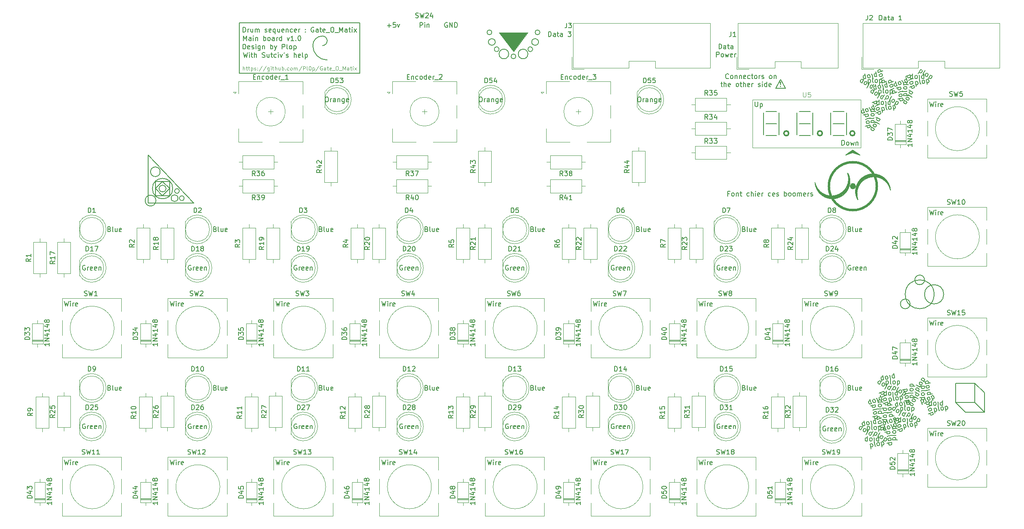
<source format=gto>
G04 #@! TF.GenerationSoftware,KiCad,Pcbnew,5.1.5+dfsg1-2build2*
G04 #@! TF.CreationDate,2021-04-11T17:34:26+02:00*
G04 #@! TF.ProjectId,Main_board,4d61696e-5f62-46f6-9172-642e6b696361,rev?*
G04 #@! TF.SameCoordinates,Original*
G04 #@! TF.FileFunction,Legend,Top*
G04 #@! TF.FilePolarity,Positive*
%FSLAX46Y46*%
G04 Gerber Fmt 4.6, Leading zero omitted, Abs format (unit mm)*
G04 Created by KiCad (PCBNEW 5.1.5+dfsg1-2build2) date 2021-04-11 17:34:26*
%MOMM*%
%LPD*%
G04 APERTURE LIST*
%ADD10C,0.150000*%
%ADD11C,0.100000*%
%ADD12C,0.500000*%
%ADD13C,0.120000*%
%ADD14C,0.300000*%
%ADD15C,0.200000*%
%ADD16C,0.015000*%
G04 APERTURE END LIST*
D10*
X60707107Y-84500000D02*
G75*
G03X60707107Y-84500000I-707107J0D01*
G01*
X61500000Y-84500000D02*
X60000000Y-83000000D01*
X60000000Y-86000000D02*
X61500000Y-84500000D01*
X58500000Y-84500000D02*
X60000000Y-86000000D01*
X60000000Y-83000000D02*
X58500000Y-84500000D01*
X58500000Y-86000000D02*
X58500000Y-83000000D01*
X61500000Y-86000000D02*
X58500000Y-86000000D01*
X61500000Y-83000000D02*
X61500000Y-86000000D01*
X58500000Y-83000000D02*
X61500000Y-83000000D01*
X63207107Y-86500000D02*
G75*
G03X63207107Y-86500000I-707107J0D01*
G01*
X63500000Y-85000000D02*
G75*
G03X63500000Y-85000000I-500000J0D01*
G01*
X59500000Y-81000000D02*
G75*
G03X59500000Y-81000000I-1000000J0D01*
G01*
X64500000Y-86500000D02*
G75*
G03X64500000Y-86500000I-500000J0D01*
G01*
X62121320Y-84500000D02*
G75*
G03X62121320Y-84500000I-2121320J0D01*
G01*
X58618034Y-87000000D02*
G75*
G03X58618034Y-87000000I-1118034J0D01*
G01*
X66500000Y-87500000D02*
X57000000Y-77500000D01*
X57000000Y-87500000D02*
X66500000Y-87500000D01*
X57000000Y-87500000D02*
X57000000Y-77500000D01*
X214188796Y-131876053D02*
X214688796Y-131010027D01*
X214212606Y-131834813D02*
X214106318Y-131828434D01*
X213941361Y-131733195D01*
X213882692Y-131644337D01*
X213865262Y-131579288D01*
X213871642Y-131473000D01*
X214014499Y-131225564D01*
X214103357Y-131166895D01*
X214168406Y-131149465D01*
X214274694Y-131155845D01*
X214439651Y-131251083D01*
X214498320Y-131339942D01*
X213614865Y-130774893D02*
X213673534Y-130863751D01*
X213667154Y-130970039D01*
X213238583Y-131712347D01*
X213161233Y-130512988D02*
X213219902Y-130601846D01*
X213237332Y-130666895D01*
X213230952Y-130773183D01*
X213088095Y-131020619D01*
X212999236Y-131079288D01*
X212934188Y-131096718D01*
X212827899Y-131090338D01*
X212704182Y-131018910D01*
X212645512Y-130930051D01*
X212628083Y-130865003D01*
X212634462Y-130758714D01*
X212777320Y-130511279D01*
X212866178Y-130452609D01*
X212931227Y-130435180D01*
X213037515Y-130441559D01*
X213161233Y-130512988D01*
X212168071Y-130709386D02*
X212668071Y-129843360D01*
X212191880Y-130668147D02*
X212085592Y-130661767D01*
X211920635Y-130566529D01*
X211861966Y-130477670D01*
X211844536Y-130412622D01*
X211850916Y-130306333D01*
X211993773Y-130058898D01*
X212082631Y-130000229D01*
X212147680Y-129982799D01*
X212253968Y-129989178D01*
X212418925Y-130084417D01*
X212477594Y-130173275D01*
X215880952Y-133014285D02*
X215880952Y-132014285D01*
X215880952Y-132966666D02*
X215785714Y-133014285D01*
X215595238Y-133014285D01*
X215500000Y-132966666D01*
X215452380Y-132919047D01*
X215404761Y-132823809D01*
X215404761Y-132538095D01*
X215452380Y-132442857D01*
X215500000Y-132395238D01*
X215595238Y-132347619D01*
X215785714Y-132347619D01*
X215880952Y-132395238D01*
X214833333Y-132347619D02*
X214928571Y-132395238D01*
X214976190Y-132490476D01*
X214976190Y-133347619D01*
X214309523Y-132347619D02*
X214404761Y-132395238D01*
X214452380Y-132442857D01*
X214500000Y-132538095D01*
X214500000Y-132823809D01*
X214452380Y-132919047D01*
X214404761Y-132966666D01*
X214309523Y-133014285D01*
X214166666Y-133014285D01*
X214071428Y-132966666D01*
X214023809Y-132919047D01*
X213976190Y-132823809D01*
X213976190Y-132538095D01*
X214023809Y-132442857D01*
X214071428Y-132395238D01*
X214166666Y-132347619D01*
X214309523Y-132347619D01*
X213547619Y-133014285D02*
X213547619Y-132014285D01*
X213547619Y-132966666D02*
X213452380Y-133014285D01*
X213261904Y-133014285D01*
X213166666Y-132966666D01*
X213119047Y-132919047D01*
X213071428Y-132823809D01*
X213071428Y-132538095D01*
X213119047Y-132442857D01*
X213166666Y-132395238D01*
X213261904Y-132347619D01*
X213452380Y-132347619D01*
X213547619Y-132395238D01*
X214102817Y-133628769D02*
X214276465Y-134613577D01*
X214111086Y-133675665D02*
X214196608Y-133612231D01*
X214384190Y-133579155D01*
X214486250Y-133609513D01*
X214541415Y-133648140D01*
X214604848Y-133733662D01*
X214654462Y-134015036D01*
X214624105Y-134117096D01*
X214585478Y-134172260D01*
X214499956Y-134235694D01*
X214312373Y-134268770D01*
X214210313Y-134238412D01*
X215250285Y-134103390D02*
X215148225Y-134073033D01*
X215084792Y-133987511D01*
X214935950Y-133143390D01*
X215766137Y-134012432D02*
X215664077Y-133982074D01*
X215608912Y-133943448D01*
X215545479Y-133857925D01*
X215495865Y-133576552D01*
X215526223Y-133474492D01*
X215564849Y-133419327D01*
X215650372Y-133355893D01*
X215791058Y-133331087D01*
X215893119Y-133361444D01*
X215948283Y-133400071D01*
X216011717Y-133485593D01*
X216061330Y-133766967D01*
X216030973Y-133869027D01*
X215992346Y-133924192D01*
X215906824Y-133987625D01*
X215766137Y-134012432D01*
X216400701Y-133223590D02*
X216574349Y-134208398D01*
X216408970Y-133270486D02*
X216494493Y-133207052D01*
X216682075Y-133173976D01*
X216784135Y-133204334D01*
X216839300Y-133242961D01*
X216902733Y-133328483D01*
X216952347Y-133609857D01*
X216921989Y-133711917D01*
X216883363Y-133767081D01*
X216797840Y-133830515D01*
X216610258Y-133863591D01*
X216508198Y-133833233D01*
X213519047Y-129985714D02*
X213519047Y-130985714D01*
X213519047Y-130033333D02*
X213614285Y-129985714D01*
X213804761Y-129985714D01*
X213900000Y-130033333D01*
X213947619Y-130080952D01*
X213995238Y-130176190D01*
X213995238Y-130461904D01*
X213947619Y-130557142D01*
X213900000Y-130604761D01*
X213804761Y-130652380D01*
X213614285Y-130652380D01*
X213519047Y-130604761D01*
X214566666Y-130652380D02*
X214471428Y-130604761D01*
X214423809Y-130509523D01*
X214423809Y-129652380D01*
X215090476Y-130652380D02*
X214995238Y-130604761D01*
X214947619Y-130557142D01*
X214900000Y-130461904D01*
X214900000Y-130176190D01*
X214947619Y-130080952D01*
X214995238Y-130033333D01*
X215090476Y-129985714D01*
X215233333Y-129985714D01*
X215328571Y-130033333D01*
X215376190Y-130080952D01*
X215423809Y-130176190D01*
X215423809Y-130461904D01*
X215376190Y-130557142D01*
X215328571Y-130604761D01*
X215233333Y-130652380D01*
X215090476Y-130652380D01*
X215852380Y-129985714D02*
X215852380Y-130985714D01*
X215852380Y-130033333D02*
X215947619Y-129985714D01*
X216138095Y-129985714D01*
X216233333Y-130033333D01*
X216280952Y-130080952D01*
X216328571Y-130176190D01*
X216328571Y-130461904D01*
X216280952Y-130557142D01*
X216233333Y-130604761D01*
X216138095Y-130652380D01*
X215947619Y-130652380D01*
X215852380Y-130604761D01*
X215297182Y-129371230D02*
X215123534Y-128386422D01*
X215288913Y-129324334D02*
X215203391Y-129387768D01*
X215015809Y-129420844D01*
X214913749Y-129390486D01*
X214858584Y-129351859D01*
X214795151Y-129266337D01*
X214745537Y-128984963D01*
X214775894Y-128882903D01*
X214814521Y-128827739D01*
X214900043Y-128764305D01*
X215087626Y-128731229D01*
X215189686Y-128761587D01*
X214149714Y-128896609D02*
X214251774Y-128926966D01*
X214315207Y-129012488D01*
X214464049Y-129856609D01*
X213633862Y-128987567D02*
X213735922Y-129017925D01*
X213791087Y-129056551D01*
X213854520Y-129142074D01*
X213904134Y-129423447D01*
X213873776Y-129525507D01*
X213835150Y-129580672D01*
X213749627Y-129644106D01*
X213608941Y-129668912D01*
X213506880Y-129638555D01*
X213451716Y-129599928D01*
X213388282Y-129514406D01*
X213338669Y-129233032D01*
X213369026Y-129130972D01*
X213407653Y-129075807D01*
X213493175Y-129012374D01*
X213633862Y-128987567D01*
X212999298Y-129776409D02*
X212825650Y-128791601D01*
X212991029Y-129729513D02*
X212905506Y-129792947D01*
X212717924Y-129826023D01*
X212615864Y-129795665D01*
X212560699Y-129757038D01*
X212497266Y-129671516D01*
X212447652Y-129390142D01*
X212478010Y-129288082D01*
X212516636Y-129232918D01*
X212602159Y-129169484D01*
X212789741Y-129136408D01*
X212891801Y-129166766D01*
X211885714Y-136780952D02*
X212885714Y-136780952D01*
X211933333Y-136780952D02*
X211885714Y-136685714D01*
X211885714Y-136495238D01*
X211933333Y-136400000D01*
X211980952Y-136352380D01*
X212076190Y-136304761D01*
X212361904Y-136304761D01*
X212457142Y-136352380D01*
X212504761Y-136400000D01*
X212552380Y-136495238D01*
X212552380Y-136685714D01*
X212504761Y-136780952D01*
X212552380Y-135733333D02*
X212504761Y-135828571D01*
X212409523Y-135876190D01*
X211552380Y-135876190D01*
X212552380Y-135209523D02*
X212504761Y-135304761D01*
X212457142Y-135352380D01*
X212361904Y-135400000D01*
X212076190Y-135400000D01*
X211980952Y-135352380D01*
X211933333Y-135304761D01*
X211885714Y-135209523D01*
X211885714Y-135066666D01*
X211933333Y-134971428D01*
X211980952Y-134923809D01*
X212076190Y-134876190D01*
X212361904Y-134876190D01*
X212457142Y-134923809D01*
X212504761Y-134971428D01*
X212552380Y-135066666D01*
X212552380Y-135209523D01*
X211885714Y-134447619D02*
X212885714Y-134447619D01*
X211933333Y-134447619D02*
X211885714Y-134352380D01*
X211885714Y-134161904D01*
X211933333Y-134066666D01*
X211980952Y-134019047D01*
X212076190Y-133971428D01*
X212361904Y-133971428D01*
X212457142Y-134019047D01*
X212504761Y-134066666D01*
X212552380Y-134161904D01*
X212552380Y-134352380D01*
X212504761Y-134447619D01*
X215211203Y-131123946D02*
X214711203Y-131989972D01*
X215187393Y-131165186D02*
X215293681Y-131171565D01*
X215458638Y-131266804D01*
X215517307Y-131355662D01*
X215534737Y-131420711D01*
X215528357Y-131526999D01*
X215385500Y-131774435D01*
X215296642Y-131833104D01*
X215231593Y-131850534D01*
X215125305Y-131844154D01*
X214960348Y-131748916D01*
X214901679Y-131660057D01*
X215785134Y-132225106D02*
X215726465Y-132136248D01*
X215732845Y-132029960D01*
X216161416Y-131287652D01*
X216238766Y-132487011D02*
X216180097Y-132398153D01*
X216162667Y-132333104D01*
X216169047Y-132226816D01*
X216311904Y-131979380D01*
X216400763Y-131920711D01*
X216465811Y-131903281D01*
X216572100Y-131909661D01*
X216695817Y-131981089D01*
X216754487Y-132069948D01*
X216771916Y-132134996D01*
X216765537Y-132241285D01*
X216622679Y-132488720D01*
X216533821Y-132547390D01*
X216468772Y-132564819D01*
X216362484Y-132558440D01*
X216238766Y-132487011D01*
X217231928Y-132290613D02*
X216731928Y-133156639D01*
X217208119Y-132331852D02*
X217314407Y-132338232D01*
X217479364Y-132433470D01*
X217538033Y-132522329D01*
X217555463Y-132587377D01*
X217549083Y-132693666D01*
X217406226Y-132941101D01*
X217317368Y-132999770D01*
X217252319Y-133017200D01*
X217146031Y-133010821D01*
X216981074Y-132915582D01*
X216922405Y-132826724D01*
X213029049Y-132229039D02*
X212089356Y-132571059D01*
X212984301Y-132245325D02*
X213061622Y-132318533D01*
X213126769Y-132497522D01*
X213114595Y-132603304D01*
X213086134Y-132664337D01*
X213012926Y-132741658D01*
X212744443Y-132839378D01*
X212638662Y-132827204D01*
X212577628Y-132798744D01*
X212500307Y-132725536D01*
X212435160Y-132546547D01*
X212447334Y-132440765D01*
X212760894Y-133441492D02*
X212773068Y-133335711D01*
X212846276Y-133258390D01*
X213651726Y-132965230D01*
X212940047Y-133933712D02*
X212952221Y-133827931D01*
X212980682Y-133766897D01*
X213053890Y-133689576D01*
X213322373Y-133591856D01*
X213428154Y-133604030D01*
X213489188Y-133632491D01*
X213566509Y-133705699D01*
X213615369Y-133839940D01*
X213603195Y-133945722D01*
X213574734Y-134006755D01*
X213501527Y-134084076D01*
X213233043Y-134181796D01*
X213127262Y-134169622D01*
X213066228Y-134141162D01*
X212988907Y-134067954D01*
X212940047Y-133933712D01*
X213827096Y-134421655D02*
X212887403Y-134763675D01*
X213782348Y-134437941D02*
X213859669Y-134511149D01*
X213924816Y-134690138D01*
X213912642Y-134795920D01*
X213884181Y-134856954D01*
X213810973Y-134934274D01*
X213542490Y-135031994D01*
X213436709Y-135019820D01*
X213375675Y-134991360D01*
X213298354Y-134918152D01*
X213233207Y-134739163D01*
X213245381Y-134633382D01*
X211271230Y-135002817D02*
X210286422Y-135176465D01*
X211224334Y-135011086D02*
X211287768Y-135096608D01*
X211320844Y-135284190D01*
X211290486Y-135386250D01*
X211251859Y-135441415D01*
X211166337Y-135504848D01*
X210884963Y-135554462D01*
X210782903Y-135524105D01*
X210727739Y-135485478D01*
X210664305Y-135399956D01*
X210631229Y-135212373D01*
X210661587Y-135110313D01*
X210796609Y-136150285D02*
X210826966Y-136048225D01*
X210912488Y-135984792D01*
X211756609Y-135835950D01*
X210887567Y-136666137D02*
X210917925Y-136564077D01*
X210956551Y-136508912D01*
X211042074Y-136445479D01*
X211323447Y-136395865D01*
X211425507Y-136426223D01*
X211480672Y-136464849D01*
X211544106Y-136550372D01*
X211568912Y-136691058D01*
X211538555Y-136793119D01*
X211499928Y-136848283D01*
X211414406Y-136911717D01*
X211133032Y-136961330D01*
X211030972Y-136930973D01*
X210975807Y-136892346D01*
X210912374Y-136806824D01*
X210887567Y-136666137D01*
X211676409Y-137300701D02*
X210691601Y-137474349D01*
X211629513Y-137308970D02*
X211692947Y-137394493D01*
X211726023Y-137582075D01*
X211695665Y-137684135D01*
X211657038Y-137739300D01*
X211571516Y-137802733D01*
X211290142Y-137852347D01*
X211188082Y-137821989D01*
X211132918Y-137783363D01*
X211069484Y-137697840D01*
X211036408Y-137510258D01*
X211066766Y-137408198D01*
X212670960Y-133929049D02*
X212328940Y-132989356D01*
X212654674Y-133884301D02*
X212581466Y-133961622D01*
X212402477Y-134026769D01*
X212296695Y-134014595D01*
X212235662Y-133986134D01*
X212158341Y-133912926D01*
X212060621Y-133644443D01*
X212072795Y-133538662D01*
X212101255Y-133477628D01*
X212174463Y-133400307D01*
X212353452Y-133335160D01*
X212459234Y-133347334D01*
X211458507Y-133660894D02*
X211564288Y-133673068D01*
X211641609Y-133746276D01*
X211934769Y-134551726D01*
X210966287Y-133840047D02*
X211072068Y-133852221D01*
X211133102Y-133880682D01*
X211210423Y-133953890D01*
X211308143Y-134222373D01*
X211295969Y-134328154D01*
X211267508Y-134389188D01*
X211194300Y-134466509D01*
X211060059Y-134515369D01*
X210954277Y-134503195D01*
X210893244Y-134474734D01*
X210815923Y-134401527D01*
X210718203Y-134133043D01*
X210730377Y-134027262D01*
X210758837Y-133966228D01*
X210832045Y-133888907D01*
X210966287Y-133840047D01*
X210478344Y-134727096D02*
X210136324Y-133787403D01*
X210462058Y-134682348D02*
X210388850Y-134759669D01*
X210209861Y-134824816D01*
X210104079Y-134812642D01*
X210043045Y-134784181D01*
X209965725Y-134710973D01*
X209868005Y-134442490D01*
X209880179Y-134336709D01*
X209908639Y-134275675D01*
X209981847Y-134198354D01*
X210160836Y-134133207D01*
X210266617Y-134145381D01*
X208311203Y-135123946D02*
X207811203Y-135989972D01*
X208287393Y-135165186D02*
X208393681Y-135171565D01*
X208558638Y-135266804D01*
X208617307Y-135355662D01*
X208634737Y-135420711D01*
X208628357Y-135526999D01*
X208485500Y-135774435D01*
X208396642Y-135833104D01*
X208331593Y-135850534D01*
X208225305Y-135844154D01*
X208060348Y-135748916D01*
X208001679Y-135660057D01*
X208885134Y-136225106D02*
X208826465Y-136136248D01*
X208832845Y-136029960D01*
X209261416Y-135287652D01*
X209338766Y-136487011D02*
X209280097Y-136398153D01*
X209262667Y-136333104D01*
X209269047Y-136226816D01*
X209411904Y-135979380D01*
X209500763Y-135920711D01*
X209565811Y-135903281D01*
X209672100Y-135909661D01*
X209795817Y-135981089D01*
X209854487Y-136069948D01*
X209871916Y-136134996D01*
X209865537Y-136241285D01*
X209722679Y-136488720D01*
X209633821Y-136547390D01*
X209568772Y-136564819D01*
X209462484Y-136558440D01*
X209338766Y-136487011D01*
X210331928Y-136290613D02*
X209831928Y-137156639D01*
X210308119Y-136331852D02*
X210414407Y-136338232D01*
X210579364Y-136433470D01*
X210638033Y-136522329D01*
X210655463Y-136587377D01*
X210649083Y-136693666D01*
X210506226Y-136941101D01*
X210417368Y-136999770D01*
X210352319Y-137017200D01*
X210246031Y-137010821D01*
X210081074Y-136915582D01*
X210022405Y-136826724D01*
X206619047Y-133985714D02*
X206619047Y-134985714D01*
X206619047Y-134033333D02*
X206714285Y-133985714D01*
X206904761Y-133985714D01*
X207000000Y-134033333D01*
X207047619Y-134080952D01*
X207095238Y-134176190D01*
X207095238Y-134461904D01*
X207047619Y-134557142D01*
X207000000Y-134604761D01*
X206904761Y-134652380D01*
X206714285Y-134652380D01*
X206619047Y-134604761D01*
X207666666Y-134652380D02*
X207571428Y-134604761D01*
X207523809Y-134509523D01*
X207523809Y-133652380D01*
X208190476Y-134652380D02*
X208095238Y-134604761D01*
X208047619Y-134557142D01*
X208000000Y-134461904D01*
X208000000Y-134176190D01*
X208047619Y-134080952D01*
X208095238Y-134033333D01*
X208190476Y-133985714D01*
X208333333Y-133985714D01*
X208428571Y-134033333D01*
X208476190Y-134080952D01*
X208523809Y-134176190D01*
X208523809Y-134461904D01*
X208476190Y-134557142D01*
X208428571Y-134604761D01*
X208333333Y-134652380D01*
X208190476Y-134652380D01*
X208952380Y-133985714D02*
X208952380Y-134985714D01*
X208952380Y-134033333D02*
X209047619Y-133985714D01*
X209238095Y-133985714D01*
X209333333Y-134033333D01*
X209380952Y-134080952D01*
X209428571Y-134176190D01*
X209428571Y-134461904D01*
X209380952Y-134557142D01*
X209333333Y-134604761D01*
X209238095Y-134652380D01*
X209047619Y-134652380D01*
X208952380Y-134604761D01*
X208397182Y-133371230D02*
X208223534Y-132386422D01*
X208388913Y-133324334D02*
X208303391Y-133387768D01*
X208115809Y-133420844D01*
X208013749Y-133390486D01*
X207958584Y-133351859D01*
X207895151Y-133266337D01*
X207845537Y-132984963D01*
X207875894Y-132882903D01*
X207914521Y-132827739D01*
X208000043Y-132764305D01*
X208187626Y-132731229D01*
X208289686Y-132761587D01*
X207249714Y-132896609D02*
X207351774Y-132926966D01*
X207415207Y-133012488D01*
X207564049Y-133856609D01*
X206733862Y-132987567D02*
X206835922Y-133017925D01*
X206891087Y-133056551D01*
X206954520Y-133142074D01*
X207004134Y-133423447D01*
X206973776Y-133525507D01*
X206935150Y-133580672D01*
X206849627Y-133644106D01*
X206708941Y-133668912D01*
X206606880Y-133638555D01*
X206551716Y-133599928D01*
X206488282Y-133514406D01*
X206438669Y-133233032D01*
X206469026Y-133130972D01*
X206507653Y-133075807D01*
X206593175Y-133012374D01*
X206733862Y-132987567D01*
X206099298Y-133776409D02*
X205925650Y-132791601D01*
X206091029Y-133729513D02*
X206005506Y-133792947D01*
X205817924Y-133826023D01*
X205715864Y-133795665D01*
X205660699Y-133757038D01*
X205597266Y-133671516D01*
X205547652Y-133390142D01*
X205578010Y-133288082D01*
X205616636Y-133232918D01*
X205702159Y-133169484D01*
X205889741Y-133136408D01*
X205991801Y-133166766D01*
X208980952Y-137014285D02*
X208980952Y-136014285D01*
X208980952Y-136966666D02*
X208885714Y-137014285D01*
X208695238Y-137014285D01*
X208600000Y-136966666D01*
X208552380Y-136919047D01*
X208504761Y-136823809D01*
X208504761Y-136538095D01*
X208552380Y-136442857D01*
X208600000Y-136395238D01*
X208695238Y-136347619D01*
X208885714Y-136347619D01*
X208980952Y-136395238D01*
X207933333Y-136347619D02*
X208028571Y-136395238D01*
X208076190Y-136490476D01*
X208076190Y-137347619D01*
X207409523Y-136347619D02*
X207504761Y-136395238D01*
X207552380Y-136442857D01*
X207600000Y-136538095D01*
X207600000Y-136823809D01*
X207552380Y-136919047D01*
X207504761Y-136966666D01*
X207409523Y-137014285D01*
X207266666Y-137014285D01*
X207171428Y-136966666D01*
X207123809Y-136919047D01*
X207076190Y-136823809D01*
X207076190Y-136538095D01*
X207123809Y-136442857D01*
X207171428Y-136395238D01*
X207266666Y-136347619D01*
X207409523Y-136347619D01*
X206647619Y-137014285D02*
X206647619Y-136014285D01*
X206647619Y-136966666D02*
X206552380Y-137014285D01*
X206361904Y-137014285D01*
X206266666Y-136966666D01*
X206219047Y-136919047D01*
X206171428Y-136823809D01*
X206171428Y-136538095D01*
X206219047Y-136442857D01*
X206266666Y-136395238D01*
X206361904Y-136347619D01*
X206552380Y-136347619D01*
X206647619Y-136395238D01*
X207202817Y-137628769D02*
X207376465Y-138613577D01*
X207211086Y-137675665D02*
X207296608Y-137612231D01*
X207484190Y-137579155D01*
X207586250Y-137609513D01*
X207641415Y-137648140D01*
X207704848Y-137733662D01*
X207754462Y-138015036D01*
X207724105Y-138117096D01*
X207685478Y-138172260D01*
X207599956Y-138235694D01*
X207412373Y-138268770D01*
X207310313Y-138238412D01*
X208350285Y-138103390D02*
X208248225Y-138073033D01*
X208184792Y-137987511D01*
X208035950Y-137143390D01*
X208866137Y-138012432D02*
X208764077Y-137982074D01*
X208708912Y-137943448D01*
X208645479Y-137857925D01*
X208595865Y-137576552D01*
X208626223Y-137474492D01*
X208664849Y-137419327D01*
X208750372Y-137355893D01*
X208891058Y-137331087D01*
X208993119Y-137361444D01*
X209048283Y-137400071D01*
X209111717Y-137485593D01*
X209161330Y-137766967D01*
X209130973Y-137869027D01*
X209092346Y-137924192D01*
X209006824Y-137987625D01*
X208866137Y-138012432D01*
X209500701Y-137223590D02*
X209674349Y-138208398D01*
X209508970Y-137270486D02*
X209594493Y-137207052D01*
X209782075Y-137173976D01*
X209884135Y-137204334D01*
X209939300Y-137242961D01*
X210002733Y-137328483D01*
X210052347Y-137609857D01*
X210021989Y-137711917D01*
X209983363Y-137767081D01*
X209897840Y-137830515D01*
X209710258Y-137863591D01*
X209608198Y-137833233D01*
X210614285Y-130219047D02*
X209614285Y-130219047D01*
X210566666Y-130219047D02*
X210614285Y-130314285D01*
X210614285Y-130504761D01*
X210566666Y-130600000D01*
X210519047Y-130647619D01*
X210423809Y-130695238D01*
X210138095Y-130695238D01*
X210042857Y-130647619D01*
X209995238Y-130600000D01*
X209947619Y-130504761D01*
X209947619Y-130314285D01*
X209995238Y-130219047D01*
X209947619Y-131266666D02*
X209995238Y-131171428D01*
X210090476Y-131123809D01*
X210947619Y-131123809D01*
X209947619Y-131790476D02*
X209995238Y-131695238D01*
X210042857Y-131647619D01*
X210138095Y-131600000D01*
X210423809Y-131600000D01*
X210519047Y-131647619D01*
X210566666Y-131695238D01*
X210614285Y-131790476D01*
X210614285Y-131933333D01*
X210566666Y-132028571D01*
X210519047Y-132076190D01*
X210423809Y-132123809D01*
X210138095Y-132123809D01*
X210042857Y-132076190D01*
X209995238Y-132028571D01*
X209947619Y-131933333D01*
X209947619Y-131790476D01*
X210614285Y-132552380D02*
X209614285Y-132552380D01*
X210566666Y-132552380D02*
X210614285Y-132647619D01*
X210614285Y-132838095D01*
X210566666Y-132933333D01*
X210519047Y-132980952D01*
X210423809Y-133028571D01*
X210138095Y-133028571D01*
X210042857Y-132980952D01*
X209995238Y-132933333D01*
X209947619Y-132838095D01*
X209947619Y-132647619D01*
X209995238Y-132552380D01*
X207288796Y-135876053D02*
X207788796Y-135010027D01*
X207312606Y-135834813D02*
X207206318Y-135828434D01*
X207041361Y-135733195D01*
X206982692Y-135644337D01*
X206965262Y-135579288D01*
X206971642Y-135473000D01*
X207114499Y-135225564D01*
X207203357Y-135166895D01*
X207268406Y-135149465D01*
X207374694Y-135155845D01*
X207539651Y-135251083D01*
X207598320Y-135339942D01*
X206714865Y-134774893D02*
X206773534Y-134863751D01*
X206767154Y-134970039D01*
X206338583Y-135712347D01*
X206261233Y-134512988D02*
X206319902Y-134601846D01*
X206337332Y-134666895D01*
X206330952Y-134773183D01*
X206188095Y-135020619D01*
X206099236Y-135079288D01*
X206034188Y-135096718D01*
X205927899Y-135090338D01*
X205804182Y-135018910D01*
X205745512Y-134930051D01*
X205728083Y-134865003D01*
X205734462Y-134758714D01*
X205877320Y-134511279D01*
X205966178Y-134452609D01*
X206031227Y-134435180D01*
X206137515Y-134441559D01*
X206261233Y-134512988D01*
X205268071Y-134709386D02*
X205768071Y-133843360D01*
X205291880Y-134668147D02*
X205185592Y-134661767D01*
X205020635Y-134566529D01*
X204961966Y-134477670D01*
X204944536Y-134412622D01*
X204950916Y-134306333D01*
X205093773Y-134058898D01*
X205182631Y-134000229D01*
X205247680Y-133982799D01*
X205353968Y-133989178D01*
X205518925Y-134084417D01*
X205577594Y-134173275D01*
X209470950Y-134770960D02*
X210410643Y-134428940D01*
X209515698Y-134754674D02*
X209438377Y-134681466D01*
X209373230Y-134502477D01*
X209385404Y-134396695D01*
X209413865Y-134335662D01*
X209487073Y-134258341D01*
X209755556Y-134160621D01*
X209861337Y-134172795D01*
X209922371Y-134201255D01*
X209999692Y-134274463D01*
X210064839Y-134453452D01*
X210052665Y-134559234D01*
X209739105Y-133558507D02*
X209726931Y-133664288D01*
X209653723Y-133741609D01*
X208848273Y-134034769D01*
X209559952Y-133066287D02*
X209547778Y-133172068D01*
X209519317Y-133233102D01*
X209446109Y-133310423D01*
X209177626Y-133408143D01*
X209071845Y-133395969D01*
X209010811Y-133367508D01*
X208933490Y-133294300D01*
X208884630Y-133160059D01*
X208896804Y-133054277D01*
X208925265Y-132993244D01*
X208998472Y-132915923D01*
X209266956Y-132818203D01*
X209372737Y-132830377D01*
X209433771Y-132858837D01*
X209511092Y-132932045D01*
X209559952Y-133066287D01*
X208672903Y-132578344D02*
X209612596Y-132236324D01*
X208717651Y-132562058D02*
X208640330Y-132488850D01*
X208575183Y-132309861D01*
X208587357Y-132204079D01*
X208615818Y-132143045D01*
X208689026Y-132065725D01*
X208957509Y-131968005D01*
X209063290Y-131980179D01*
X209124324Y-132008639D01*
X209201645Y-132081847D01*
X209266792Y-132260836D01*
X209254618Y-132366617D01*
X211228769Y-131997182D02*
X212213577Y-131823534D01*
X211275665Y-131988913D02*
X211212231Y-131903391D01*
X211179155Y-131715809D01*
X211209513Y-131613749D01*
X211248140Y-131558584D01*
X211333662Y-131495151D01*
X211615036Y-131445537D01*
X211717096Y-131475894D01*
X211772260Y-131514521D01*
X211835694Y-131600043D01*
X211868770Y-131787626D01*
X211838412Y-131889686D01*
X211703390Y-130849714D02*
X211673033Y-130951774D01*
X211587511Y-131015207D01*
X210743390Y-131164049D01*
X211612432Y-130333862D02*
X211582074Y-130435922D01*
X211543448Y-130491087D01*
X211457925Y-130554520D01*
X211176552Y-130604134D01*
X211074492Y-130573776D01*
X211019327Y-130535150D01*
X210955893Y-130449627D01*
X210931087Y-130308941D01*
X210961444Y-130206880D01*
X211000071Y-130151716D01*
X211085593Y-130088282D01*
X211366967Y-130038669D01*
X211469027Y-130069026D01*
X211524192Y-130107653D01*
X211587625Y-130193175D01*
X211612432Y-130333862D01*
X210823590Y-129699298D02*
X211808398Y-129525650D01*
X210870486Y-129691029D02*
X210807052Y-129605506D01*
X210773976Y-129417924D01*
X210804334Y-129315864D01*
X210842961Y-129260699D01*
X210928483Y-129197266D01*
X211209857Y-129147652D01*
X211311917Y-129178010D01*
X211367081Y-129216636D01*
X211430515Y-129302159D01*
X211463591Y-129489741D01*
X211433233Y-129591801D01*
X209829039Y-133070950D02*
X210171059Y-134010643D01*
X209845325Y-133115698D02*
X209918533Y-133038377D01*
X210097522Y-132973230D01*
X210203304Y-132985404D01*
X210264337Y-133013865D01*
X210341658Y-133087073D01*
X210439378Y-133355556D01*
X210427204Y-133461337D01*
X210398744Y-133522371D01*
X210325536Y-133599692D01*
X210146547Y-133664839D01*
X210040765Y-133652665D01*
X211041492Y-133339105D02*
X210935711Y-133326931D01*
X210858390Y-133253723D01*
X210565230Y-132448273D01*
X211533712Y-133159952D02*
X211427931Y-133147778D01*
X211366897Y-133119317D01*
X211289576Y-133046109D01*
X211191856Y-132777626D01*
X211204030Y-132671845D01*
X211232491Y-132610811D01*
X211305699Y-132533490D01*
X211439940Y-132484630D01*
X211545722Y-132496804D01*
X211606755Y-132525265D01*
X211684076Y-132598472D01*
X211781796Y-132866956D01*
X211769622Y-132972737D01*
X211741162Y-133033771D01*
X211667954Y-133111092D01*
X211533712Y-133159952D01*
X212021655Y-132272903D02*
X212363675Y-133212596D01*
X212037941Y-132317651D02*
X212111149Y-132240330D01*
X212290138Y-132175183D01*
X212395920Y-132187357D01*
X212456954Y-132215818D01*
X212534274Y-132289026D01*
X212631994Y-132557509D01*
X212619820Y-132663290D01*
X212591360Y-132724324D01*
X212518152Y-132801645D01*
X212339163Y-132866792D01*
X212233382Y-132854618D01*
X217376053Y-127311203D02*
X216510027Y-126811203D01*
X217334813Y-127287393D02*
X217328434Y-127393681D01*
X217233195Y-127558638D01*
X217144337Y-127617307D01*
X217079288Y-127634737D01*
X216973000Y-127628357D01*
X216725564Y-127485500D01*
X216666895Y-127396642D01*
X216649465Y-127331593D01*
X216655845Y-127225305D01*
X216751083Y-127060348D01*
X216839942Y-127001679D01*
X216274893Y-127885134D02*
X216363751Y-127826465D01*
X216470039Y-127832845D01*
X217212347Y-128261416D01*
X216012988Y-128338766D02*
X216101846Y-128280097D01*
X216166895Y-128262667D01*
X216273183Y-128269047D01*
X216520619Y-128411904D01*
X216579288Y-128500763D01*
X216596718Y-128565811D01*
X216590338Y-128672100D01*
X216518910Y-128795817D01*
X216430051Y-128854487D01*
X216365003Y-128871916D01*
X216258714Y-128865537D01*
X216011279Y-128722679D01*
X215952609Y-128633821D01*
X215935180Y-128568772D01*
X215941559Y-128462484D01*
X216012988Y-128338766D01*
X216209386Y-129331928D02*
X215343360Y-128831928D01*
X216168147Y-129308119D02*
X216161767Y-129414407D01*
X216066529Y-129579364D01*
X215977670Y-129638033D01*
X215912622Y-129655463D01*
X215806333Y-129649083D01*
X215558898Y-129506226D01*
X215500229Y-129417368D01*
X215482799Y-129352319D01*
X215489178Y-129246031D01*
X215584417Y-129081074D01*
X215673275Y-129022405D01*
X218514285Y-125619047D02*
X217514285Y-125619047D01*
X218466666Y-125619047D02*
X218514285Y-125714285D01*
X218514285Y-125904761D01*
X218466666Y-126000000D01*
X218419047Y-126047619D01*
X218323809Y-126095238D01*
X218038095Y-126095238D01*
X217942857Y-126047619D01*
X217895238Y-126000000D01*
X217847619Y-125904761D01*
X217847619Y-125714285D01*
X217895238Y-125619047D01*
X217847619Y-126666666D02*
X217895238Y-126571428D01*
X217990476Y-126523809D01*
X218847619Y-126523809D01*
X217847619Y-127190476D02*
X217895238Y-127095238D01*
X217942857Y-127047619D01*
X218038095Y-127000000D01*
X218323809Y-127000000D01*
X218419047Y-127047619D01*
X218466666Y-127095238D01*
X218514285Y-127190476D01*
X218514285Y-127333333D01*
X218466666Y-127428571D01*
X218419047Y-127476190D01*
X218323809Y-127523809D01*
X218038095Y-127523809D01*
X217942857Y-127476190D01*
X217895238Y-127428571D01*
X217847619Y-127333333D01*
X217847619Y-127190476D01*
X218514285Y-127952380D02*
X217514285Y-127952380D01*
X218466666Y-127952380D02*
X218514285Y-128047619D01*
X218514285Y-128238095D01*
X218466666Y-128333333D01*
X218419047Y-128380952D01*
X218323809Y-128428571D01*
X218038095Y-128428571D01*
X217942857Y-128380952D01*
X217895238Y-128333333D01*
X217847619Y-128238095D01*
X217847619Y-128047619D01*
X217895238Y-127952380D01*
X219128769Y-127397182D02*
X220113577Y-127223534D01*
X219175665Y-127388913D02*
X219112231Y-127303391D01*
X219079155Y-127115809D01*
X219109513Y-127013749D01*
X219148140Y-126958584D01*
X219233662Y-126895151D01*
X219515036Y-126845537D01*
X219617096Y-126875894D01*
X219672260Y-126914521D01*
X219735694Y-127000043D01*
X219768770Y-127187626D01*
X219738412Y-127289686D01*
X219603390Y-126249714D02*
X219573033Y-126351774D01*
X219487511Y-126415207D01*
X218643390Y-126564049D01*
X219512432Y-125733862D02*
X219482074Y-125835922D01*
X219443448Y-125891087D01*
X219357925Y-125954520D01*
X219076552Y-126004134D01*
X218974492Y-125973776D01*
X218919327Y-125935150D01*
X218855893Y-125849627D01*
X218831087Y-125708941D01*
X218861444Y-125606880D01*
X218900071Y-125551716D01*
X218985593Y-125488282D01*
X219266967Y-125438669D01*
X219369027Y-125469026D01*
X219424192Y-125507653D01*
X219487625Y-125593175D01*
X219512432Y-125733862D01*
X218723590Y-125099298D02*
X219708398Y-124925650D01*
X218770486Y-125091029D02*
X218707052Y-125005506D01*
X218673976Y-124817924D01*
X218704334Y-124715864D01*
X218742961Y-124660699D01*
X218828483Y-124597266D01*
X219109857Y-124547652D01*
X219211917Y-124578010D01*
X219267081Y-124616636D01*
X219330515Y-124702159D01*
X219363591Y-124889741D01*
X219333233Y-124991801D01*
X215485714Y-127980952D02*
X216485714Y-127980952D01*
X215533333Y-127980952D02*
X215485714Y-127885714D01*
X215485714Y-127695238D01*
X215533333Y-127600000D01*
X215580952Y-127552380D01*
X215676190Y-127504761D01*
X215961904Y-127504761D01*
X216057142Y-127552380D01*
X216104761Y-127600000D01*
X216152380Y-127695238D01*
X216152380Y-127885714D01*
X216104761Y-127980952D01*
X216152380Y-126933333D02*
X216104761Y-127028571D01*
X216009523Y-127076190D01*
X215152380Y-127076190D01*
X216152380Y-126409523D02*
X216104761Y-126504761D01*
X216057142Y-126552380D01*
X215961904Y-126600000D01*
X215676190Y-126600000D01*
X215580952Y-126552380D01*
X215533333Y-126504761D01*
X215485714Y-126409523D01*
X215485714Y-126266666D01*
X215533333Y-126171428D01*
X215580952Y-126123809D01*
X215676190Y-126076190D01*
X215961904Y-126076190D01*
X216057142Y-126123809D01*
X216104761Y-126171428D01*
X216152380Y-126266666D01*
X216152380Y-126409523D01*
X215485714Y-125647619D02*
X216485714Y-125647619D01*
X215533333Y-125647619D02*
X215485714Y-125552380D01*
X215485714Y-125361904D01*
X215533333Y-125266666D01*
X215580952Y-125219047D01*
X215676190Y-125171428D01*
X215961904Y-125171428D01*
X216057142Y-125219047D01*
X216104761Y-125266666D01*
X216152380Y-125361904D01*
X216152380Y-125552380D01*
X216104761Y-125647619D01*
X214871230Y-126202817D02*
X213886422Y-126376465D01*
X214824334Y-126211086D02*
X214887768Y-126296608D01*
X214920844Y-126484190D01*
X214890486Y-126586250D01*
X214851859Y-126641415D01*
X214766337Y-126704848D01*
X214484963Y-126754462D01*
X214382903Y-126724105D01*
X214327739Y-126685478D01*
X214264305Y-126599956D01*
X214231229Y-126412373D01*
X214261587Y-126310313D01*
X214396609Y-127350285D02*
X214426966Y-127248225D01*
X214512488Y-127184792D01*
X215356609Y-127035950D01*
X214487567Y-127866137D02*
X214517925Y-127764077D01*
X214556551Y-127708912D01*
X214642074Y-127645479D01*
X214923447Y-127595865D01*
X215025507Y-127626223D01*
X215080672Y-127664849D01*
X215144106Y-127750372D01*
X215168912Y-127891058D01*
X215138555Y-127993119D01*
X215099928Y-128048283D01*
X215014406Y-128111717D01*
X214733032Y-128161330D01*
X214630972Y-128130973D01*
X214575807Y-128092346D01*
X214512374Y-128006824D01*
X214487567Y-127866137D01*
X215276409Y-128500701D02*
X214291601Y-128674349D01*
X215229513Y-128508970D02*
X215292947Y-128594493D01*
X215326023Y-128782075D01*
X215295665Y-128884135D01*
X215257038Y-128939300D01*
X215171516Y-129002733D01*
X214890142Y-129052347D01*
X214788082Y-129021989D01*
X214732918Y-128983363D01*
X214669484Y-128897840D01*
X214636408Y-128710258D01*
X214666766Y-128608198D01*
X222280952Y-129614285D02*
X222280952Y-128614285D01*
X222280952Y-129566666D02*
X222185714Y-129614285D01*
X221995238Y-129614285D01*
X221900000Y-129566666D01*
X221852380Y-129519047D01*
X221804761Y-129423809D01*
X221804761Y-129138095D01*
X221852380Y-129042857D01*
X221900000Y-128995238D01*
X221995238Y-128947619D01*
X222185714Y-128947619D01*
X222280952Y-128995238D01*
X221233333Y-128947619D02*
X221328571Y-128995238D01*
X221376190Y-129090476D01*
X221376190Y-129947619D01*
X220709523Y-128947619D02*
X220804761Y-128995238D01*
X220852380Y-129042857D01*
X220900000Y-129138095D01*
X220900000Y-129423809D01*
X220852380Y-129519047D01*
X220804761Y-129566666D01*
X220709523Y-129614285D01*
X220566666Y-129614285D01*
X220471428Y-129566666D01*
X220423809Y-129519047D01*
X220376190Y-129423809D01*
X220376190Y-129138095D01*
X220423809Y-129042857D01*
X220471428Y-128995238D01*
X220566666Y-128947619D01*
X220709523Y-128947619D01*
X219947619Y-129614285D02*
X219947619Y-128614285D01*
X219947619Y-129566666D02*
X219852380Y-129614285D01*
X219661904Y-129614285D01*
X219566666Y-129566666D01*
X219519047Y-129519047D01*
X219471428Y-129423809D01*
X219471428Y-129138095D01*
X219519047Y-129042857D01*
X219566666Y-128995238D01*
X219661904Y-128947619D01*
X219852380Y-128947619D01*
X219947619Y-128995238D01*
X216623946Y-126288796D02*
X217489972Y-126788796D01*
X216665186Y-126312606D02*
X216671565Y-126206318D01*
X216766804Y-126041361D01*
X216855662Y-125982692D01*
X216920711Y-125965262D01*
X217026999Y-125971642D01*
X217274435Y-126114499D01*
X217333104Y-126203357D01*
X217350534Y-126268406D01*
X217344154Y-126374694D01*
X217248916Y-126539651D01*
X217160057Y-126598320D01*
X217725106Y-125714865D02*
X217636248Y-125773534D01*
X217529960Y-125767154D01*
X216787652Y-125338583D01*
X217987011Y-125261233D02*
X217898153Y-125319902D01*
X217833104Y-125337332D01*
X217726816Y-125330952D01*
X217479380Y-125188095D01*
X217420711Y-125099236D01*
X217403281Y-125034188D01*
X217409661Y-124927899D01*
X217481089Y-124804182D01*
X217569948Y-124745512D01*
X217634996Y-124728083D01*
X217741285Y-124734462D01*
X217988720Y-124877320D01*
X218047390Y-124966178D01*
X218064819Y-125031227D01*
X218058440Y-125137515D01*
X217987011Y-125261233D01*
X217790613Y-124268071D02*
X218656639Y-124768071D01*
X217831852Y-124291880D02*
X217838232Y-124185592D01*
X217933470Y-124020635D01*
X218022329Y-123961966D01*
X218087377Y-123944536D01*
X218193666Y-123950916D01*
X218441101Y-124093773D01*
X218499770Y-124182631D01*
X218517200Y-124247680D01*
X218510821Y-124353968D01*
X218415582Y-124518925D01*
X218326724Y-124577594D01*
X217729039Y-128470950D02*
X218071059Y-129410643D01*
X217745325Y-128515698D02*
X217818533Y-128438377D01*
X217997522Y-128373230D01*
X218103304Y-128385404D01*
X218164337Y-128413865D01*
X218241658Y-128487073D01*
X218339378Y-128755556D01*
X218327204Y-128861337D01*
X218298744Y-128922371D01*
X218225536Y-128999692D01*
X218046547Y-129064839D01*
X217940765Y-129052665D01*
X218941492Y-128739105D02*
X218835711Y-128726931D01*
X218758390Y-128653723D01*
X218465230Y-127848273D01*
X219433712Y-128559952D02*
X219327931Y-128547778D01*
X219266897Y-128519317D01*
X219189576Y-128446109D01*
X219091856Y-128177626D01*
X219104030Y-128071845D01*
X219132491Y-128010811D01*
X219205699Y-127933490D01*
X219339940Y-127884630D01*
X219445722Y-127896804D01*
X219506755Y-127925265D01*
X219584076Y-127998472D01*
X219681796Y-128266956D01*
X219669622Y-128372737D01*
X219641162Y-128433771D01*
X219567954Y-128511092D01*
X219433712Y-128559952D01*
X219921655Y-127672903D02*
X220263675Y-128612596D01*
X219937941Y-127717651D02*
X220011149Y-127640330D01*
X220190138Y-127575183D01*
X220295920Y-127587357D01*
X220356954Y-127615818D01*
X220434274Y-127689026D01*
X220531994Y-127957509D01*
X220519820Y-128063290D01*
X220491360Y-128124324D01*
X220418152Y-128201645D01*
X220239163Y-128266792D01*
X220133382Y-128254618D01*
X220502817Y-130228769D02*
X220676465Y-131213577D01*
X220511086Y-130275665D02*
X220596608Y-130212231D01*
X220784190Y-130179155D01*
X220886250Y-130209513D01*
X220941415Y-130248140D01*
X221004848Y-130333662D01*
X221054462Y-130615036D01*
X221024105Y-130717096D01*
X220985478Y-130772260D01*
X220899956Y-130835694D01*
X220712373Y-130868770D01*
X220610313Y-130838412D01*
X221650285Y-130703390D02*
X221548225Y-130673033D01*
X221484792Y-130587511D01*
X221335950Y-129743390D01*
X222166137Y-130612432D02*
X222064077Y-130582074D01*
X222008912Y-130543448D01*
X221945479Y-130457925D01*
X221895865Y-130176552D01*
X221926223Y-130074492D01*
X221964849Y-130019327D01*
X222050372Y-129955893D01*
X222191058Y-129931087D01*
X222293119Y-129961444D01*
X222348283Y-130000071D01*
X222411717Y-130085593D01*
X222461330Y-130366967D01*
X222430973Y-130469027D01*
X222392346Y-130524192D01*
X222306824Y-130587625D01*
X222166137Y-130612432D01*
X222800701Y-129823590D02*
X222974349Y-130808398D01*
X222808970Y-129870486D02*
X222894493Y-129807052D01*
X223082075Y-129773976D01*
X223184135Y-129804334D01*
X223239300Y-129842961D01*
X223302733Y-129928483D01*
X223352347Y-130209857D01*
X223321989Y-130311917D01*
X223283363Y-130367081D01*
X223197840Y-130430515D01*
X223010258Y-130463591D01*
X222908198Y-130433233D01*
X219429049Y-128829039D02*
X218489356Y-129171059D01*
X219384301Y-128845325D02*
X219461622Y-128918533D01*
X219526769Y-129097522D01*
X219514595Y-129203304D01*
X219486134Y-129264337D01*
X219412926Y-129341658D01*
X219144443Y-129439378D01*
X219038662Y-129427204D01*
X218977628Y-129398744D01*
X218900307Y-129325536D01*
X218835160Y-129146547D01*
X218847334Y-129040765D01*
X219160894Y-130041492D02*
X219173068Y-129935711D01*
X219246276Y-129858390D01*
X220051726Y-129565230D01*
X219340047Y-130533712D02*
X219352221Y-130427931D01*
X219380682Y-130366897D01*
X219453890Y-130289576D01*
X219722373Y-130191856D01*
X219828154Y-130204030D01*
X219889188Y-130232491D01*
X219966509Y-130305699D01*
X220015369Y-130439940D01*
X220003195Y-130545722D01*
X219974734Y-130606755D01*
X219901527Y-130684076D01*
X219633043Y-130781796D01*
X219527262Y-130769622D01*
X219466228Y-130741162D01*
X219388907Y-130667954D01*
X219340047Y-130533712D01*
X220227096Y-131021655D02*
X219287403Y-131363675D01*
X220182348Y-131037941D02*
X220259669Y-131111149D01*
X220324816Y-131290138D01*
X220312642Y-131395920D01*
X220284181Y-131456954D01*
X220210973Y-131534274D01*
X219942490Y-131631994D01*
X219836709Y-131619820D01*
X219775675Y-131591360D01*
X219698354Y-131518152D01*
X219633207Y-131339163D01*
X219645381Y-131233382D01*
X211188796Y-126376053D02*
X211688796Y-125510027D01*
X211212606Y-126334813D02*
X211106318Y-126328434D01*
X210941361Y-126233195D01*
X210882692Y-126144337D01*
X210865262Y-126079288D01*
X210871642Y-125973000D01*
X211014499Y-125725564D01*
X211103357Y-125666895D01*
X211168406Y-125649465D01*
X211274694Y-125655845D01*
X211439651Y-125751083D01*
X211498320Y-125839942D01*
X210614865Y-125274893D02*
X210673534Y-125363751D01*
X210667154Y-125470039D01*
X210238583Y-126212347D01*
X210161233Y-125012988D02*
X210219902Y-125101846D01*
X210237332Y-125166895D01*
X210230952Y-125273183D01*
X210088095Y-125520619D01*
X209999236Y-125579288D01*
X209934188Y-125596718D01*
X209827899Y-125590338D01*
X209704182Y-125518910D01*
X209645512Y-125430051D01*
X209628083Y-125365003D01*
X209634462Y-125258714D01*
X209777320Y-125011279D01*
X209866178Y-124952609D01*
X209931227Y-124935180D01*
X210037515Y-124941559D01*
X210161233Y-125012988D01*
X209168071Y-125209386D02*
X209668071Y-124343360D01*
X209191880Y-125168147D02*
X209085592Y-125161767D01*
X208920635Y-125066529D01*
X208861966Y-124977670D01*
X208844536Y-124912622D01*
X208850916Y-124806333D01*
X208993773Y-124558898D01*
X209082631Y-124500229D01*
X209147680Y-124482799D01*
X209253968Y-124489178D01*
X209418925Y-124584417D01*
X209477594Y-124673275D01*
X212880952Y-127514285D02*
X212880952Y-126514285D01*
X212880952Y-127466666D02*
X212785714Y-127514285D01*
X212595238Y-127514285D01*
X212500000Y-127466666D01*
X212452380Y-127419047D01*
X212404761Y-127323809D01*
X212404761Y-127038095D01*
X212452380Y-126942857D01*
X212500000Y-126895238D01*
X212595238Y-126847619D01*
X212785714Y-126847619D01*
X212880952Y-126895238D01*
X211833333Y-126847619D02*
X211928571Y-126895238D01*
X211976190Y-126990476D01*
X211976190Y-127847619D01*
X211309523Y-126847619D02*
X211404761Y-126895238D01*
X211452380Y-126942857D01*
X211500000Y-127038095D01*
X211500000Y-127323809D01*
X211452380Y-127419047D01*
X211404761Y-127466666D01*
X211309523Y-127514285D01*
X211166666Y-127514285D01*
X211071428Y-127466666D01*
X211023809Y-127419047D01*
X210976190Y-127323809D01*
X210976190Y-127038095D01*
X211023809Y-126942857D01*
X211071428Y-126895238D01*
X211166666Y-126847619D01*
X211309523Y-126847619D01*
X210547619Y-127514285D02*
X210547619Y-126514285D01*
X210547619Y-127466666D02*
X210452380Y-127514285D01*
X210261904Y-127514285D01*
X210166666Y-127466666D01*
X210119047Y-127419047D01*
X210071428Y-127323809D01*
X210071428Y-127038095D01*
X210119047Y-126942857D01*
X210166666Y-126895238D01*
X210261904Y-126847619D01*
X210452380Y-126847619D01*
X210547619Y-126895238D01*
X211102817Y-128128769D02*
X211276465Y-129113577D01*
X211111086Y-128175665D02*
X211196608Y-128112231D01*
X211384190Y-128079155D01*
X211486250Y-128109513D01*
X211541415Y-128148140D01*
X211604848Y-128233662D01*
X211654462Y-128515036D01*
X211624105Y-128617096D01*
X211585478Y-128672260D01*
X211499956Y-128735694D01*
X211312373Y-128768770D01*
X211210313Y-128738412D01*
X212250285Y-128603390D02*
X212148225Y-128573033D01*
X212084792Y-128487511D01*
X211935950Y-127643390D01*
X212766137Y-128512432D02*
X212664077Y-128482074D01*
X212608912Y-128443448D01*
X212545479Y-128357925D01*
X212495865Y-128076552D01*
X212526223Y-127974492D01*
X212564849Y-127919327D01*
X212650372Y-127855893D01*
X212791058Y-127831087D01*
X212893119Y-127861444D01*
X212948283Y-127900071D01*
X213011717Y-127985593D01*
X213061330Y-128266967D01*
X213030973Y-128369027D01*
X212992346Y-128424192D01*
X212906824Y-128487625D01*
X212766137Y-128512432D01*
X213400701Y-127723590D02*
X213574349Y-128708398D01*
X213408970Y-127770486D02*
X213494493Y-127707052D01*
X213682075Y-127673976D01*
X213784135Y-127704334D01*
X213839300Y-127742961D01*
X213902733Y-127828483D01*
X213952347Y-128109857D01*
X213921989Y-128211917D01*
X213883363Y-128267081D01*
X213797840Y-128330515D01*
X213610258Y-128363591D01*
X213508198Y-128333233D01*
X210519047Y-124485714D02*
X210519047Y-125485714D01*
X210519047Y-124533333D02*
X210614285Y-124485714D01*
X210804761Y-124485714D01*
X210900000Y-124533333D01*
X210947619Y-124580952D01*
X210995238Y-124676190D01*
X210995238Y-124961904D01*
X210947619Y-125057142D01*
X210900000Y-125104761D01*
X210804761Y-125152380D01*
X210614285Y-125152380D01*
X210519047Y-125104761D01*
X211566666Y-125152380D02*
X211471428Y-125104761D01*
X211423809Y-125009523D01*
X211423809Y-124152380D01*
X212090476Y-125152380D02*
X211995238Y-125104761D01*
X211947619Y-125057142D01*
X211900000Y-124961904D01*
X211900000Y-124676190D01*
X211947619Y-124580952D01*
X211995238Y-124533333D01*
X212090476Y-124485714D01*
X212233333Y-124485714D01*
X212328571Y-124533333D01*
X212376190Y-124580952D01*
X212423809Y-124676190D01*
X212423809Y-124961904D01*
X212376190Y-125057142D01*
X212328571Y-125104761D01*
X212233333Y-125152380D01*
X212090476Y-125152380D01*
X212852380Y-124485714D02*
X212852380Y-125485714D01*
X212852380Y-124533333D02*
X212947619Y-124485714D01*
X213138095Y-124485714D01*
X213233333Y-124533333D01*
X213280952Y-124580952D01*
X213328571Y-124676190D01*
X213328571Y-124961904D01*
X213280952Y-125057142D01*
X213233333Y-125104761D01*
X213138095Y-125152380D01*
X212947619Y-125152380D01*
X212852380Y-125104761D01*
X212297182Y-123871230D02*
X212123534Y-122886422D01*
X212288913Y-123824334D02*
X212203391Y-123887768D01*
X212015809Y-123920844D01*
X211913749Y-123890486D01*
X211858584Y-123851859D01*
X211795151Y-123766337D01*
X211745537Y-123484963D01*
X211775894Y-123382903D01*
X211814521Y-123327739D01*
X211900043Y-123264305D01*
X212087626Y-123231229D01*
X212189686Y-123261587D01*
X211149714Y-123396609D02*
X211251774Y-123426966D01*
X211315207Y-123512488D01*
X211464049Y-124356609D01*
X210633862Y-123487567D02*
X210735922Y-123517925D01*
X210791087Y-123556551D01*
X210854520Y-123642074D01*
X210904134Y-123923447D01*
X210873776Y-124025507D01*
X210835150Y-124080672D01*
X210749627Y-124144106D01*
X210608941Y-124168912D01*
X210506880Y-124138555D01*
X210451716Y-124099928D01*
X210388282Y-124014406D01*
X210338669Y-123733032D01*
X210369026Y-123630972D01*
X210407653Y-123575807D01*
X210493175Y-123512374D01*
X210633862Y-123487567D01*
X209999298Y-124276409D02*
X209825650Y-123291601D01*
X209991029Y-124229513D02*
X209905506Y-124292947D01*
X209717924Y-124326023D01*
X209615864Y-124295665D01*
X209560699Y-124257038D01*
X209497266Y-124171516D01*
X209447652Y-123890142D01*
X209478010Y-123788082D01*
X209516636Y-123732918D01*
X209602159Y-123669484D01*
X209789741Y-123636408D01*
X209891801Y-123666766D01*
X208885714Y-131280952D02*
X209885714Y-131280952D01*
X208933333Y-131280952D02*
X208885714Y-131185714D01*
X208885714Y-130995238D01*
X208933333Y-130900000D01*
X208980952Y-130852380D01*
X209076190Y-130804761D01*
X209361904Y-130804761D01*
X209457142Y-130852380D01*
X209504761Y-130900000D01*
X209552380Y-130995238D01*
X209552380Y-131185714D01*
X209504761Y-131280952D01*
X209552380Y-130233333D02*
X209504761Y-130328571D01*
X209409523Y-130376190D01*
X208552380Y-130376190D01*
X209552380Y-129709523D02*
X209504761Y-129804761D01*
X209457142Y-129852380D01*
X209361904Y-129900000D01*
X209076190Y-129900000D01*
X208980952Y-129852380D01*
X208933333Y-129804761D01*
X208885714Y-129709523D01*
X208885714Y-129566666D01*
X208933333Y-129471428D01*
X208980952Y-129423809D01*
X209076190Y-129376190D01*
X209361904Y-129376190D01*
X209457142Y-129423809D01*
X209504761Y-129471428D01*
X209552380Y-129566666D01*
X209552380Y-129709523D01*
X208885714Y-128947619D02*
X209885714Y-128947619D01*
X208933333Y-128947619D02*
X208885714Y-128852380D01*
X208885714Y-128661904D01*
X208933333Y-128566666D01*
X208980952Y-128519047D01*
X209076190Y-128471428D01*
X209361904Y-128471428D01*
X209457142Y-128519047D01*
X209504761Y-128566666D01*
X209552380Y-128661904D01*
X209552380Y-128852380D01*
X209504761Y-128947619D01*
X212211203Y-125623946D02*
X211711203Y-126489972D01*
X212187393Y-125665186D02*
X212293681Y-125671565D01*
X212458638Y-125766804D01*
X212517307Y-125855662D01*
X212534737Y-125920711D01*
X212528357Y-126026999D01*
X212385500Y-126274435D01*
X212296642Y-126333104D01*
X212231593Y-126350534D01*
X212125305Y-126344154D01*
X211960348Y-126248916D01*
X211901679Y-126160057D01*
X212785134Y-126725106D02*
X212726465Y-126636248D01*
X212732845Y-126529960D01*
X213161416Y-125787652D01*
X213238766Y-126987011D02*
X213180097Y-126898153D01*
X213162667Y-126833104D01*
X213169047Y-126726816D01*
X213311904Y-126479380D01*
X213400763Y-126420711D01*
X213465811Y-126403281D01*
X213572100Y-126409661D01*
X213695817Y-126481089D01*
X213754487Y-126569948D01*
X213771916Y-126634996D01*
X213765537Y-126741285D01*
X213622679Y-126988720D01*
X213533821Y-127047390D01*
X213468772Y-127064819D01*
X213362484Y-127058440D01*
X213238766Y-126987011D01*
X214231928Y-126790613D02*
X213731928Y-127656639D01*
X214208119Y-126831852D02*
X214314407Y-126838232D01*
X214479364Y-126933470D01*
X214538033Y-127022329D01*
X214555463Y-127087377D01*
X214549083Y-127193666D01*
X214406226Y-127441101D01*
X214317368Y-127499770D01*
X214252319Y-127517200D01*
X214146031Y-127510821D01*
X213981074Y-127415582D01*
X213922405Y-127326724D01*
X210029049Y-126729039D02*
X209089356Y-127071059D01*
X209984301Y-126745325D02*
X210061622Y-126818533D01*
X210126769Y-126997522D01*
X210114595Y-127103304D01*
X210086134Y-127164337D01*
X210012926Y-127241658D01*
X209744443Y-127339378D01*
X209638662Y-127327204D01*
X209577628Y-127298744D01*
X209500307Y-127225536D01*
X209435160Y-127046547D01*
X209447334Y-126940765D01*
X209760894Y-127941492D02*
X209773068Y-127835711D01*
X209846276Y-127758390D01*
X210651726Y-127465230D01*
X209940047Y-128433712D02*
X209952221Y-128327931D01*
X209980682Y-128266897D01*
X210053890Y-128189576D01*
X210322373Y-128091856D01*
X210428154Y-128104030D01*
X210489188Y-128132491D01*
X210566509Y-128205699D01*
X210615369Y-128339940D01*
X210603195Y-128445722D01*
X210574734Y-128506755D01*
X210501527Y-128584076D01*
X210233043Y-128681796D01*
X210127262Y-128669622D01*
X210066228Y-128641162D01*
X209988907Y-128567954D01*
X209940047Y-128433712D01*
X210827096Y-128921655D02*
X209887403Y-129263675D01*
X210782348Y-128937941D02*
X210859669Y-129011149D01*
X210924816Y-129190138D01*
X210912642Y-129295920D01*
X210884181Y-129356954D01*
X210810973Y-129434274D01*
X210542490Y-129531994D01*
X210436709Y-129519820D01*
X210375675Y-129491360D01*
X210298354Y-129418152D01*
X210233207Y-129239163D01*
X210245381Y-129133382D01*
X208271230Y-129502817D02*
X207286422Y-129676465D01*
X208224334Y-129511086D02*
X208287768Y-129596608D01*
X208320844Y-129784190D01*
X208290486Y-129886250D01*
X208251859Y-129941415D01*
X208166337Y-130004848D01*
X207884963Y-130054462D01*
X207782903Y-130024105D01*
X207727739Y-129985478D01*
X207664305Y-129899956D01*
X207631229Y-129712373D01*
X207661587Y-129610313D01*
X207796609Y-130650285D02*
X207826966Y-130548225D01*
X207912488Y-130484792D01*
X208756609Y-130335950D01*
X207887567Y-131166137D02*
X207917925Y-131064077D01*
X207956551Y-131008912D01*
X208042074Y-130945479D01*
X208323447Y-130895865D01*
X208425507Y-130926223D01*
X208480672Y-130964849D01*
X208544106Y-131050372D01*
X208568912Y-131191058D01*
X208538555Y-131293119D01*
X208499928Y-131348283D01*
X208414406Y-131411717D01*
X208133032Y-131461330D01*
X208030972Y-131430973D01*
X207975807Y-131392346D01*
X207912374Y-131306824D01*
X207887567Y-131166137D01*
X208676409Y-131800701D02*
X207691601Y-131974349D01*
X208629513Y-131808970D02*
X208692947Y-131894493D01*
X208726023Y-132082075D01*
X208695665Y-132184135D01*
X208657038Y-132239300D01*
X208571516Y-132302733D01*
X208290142Y-132352347D01*
X208188082Y-132321989D01*
X208132918Y-132283363D01*
X208069484Y-132197840D01*
X208036408Y-132010258D01*
X208066766Y-131908198D01*
X209670960Y-128429049D02*
X209328940Y-127489356D01*
X209654674Y-128384301D02*
X209581466Y-128461622D01*
X209402477Y-128526769D01*
X209296695Y-128514595D01*
X209235662Y-128486134D01*
X209158341Y-128412926D01*
X209060621Y-128144443D01*
X209072795Y-128038662D01*
X209101255Y-127977628D01*
X209174463Y-127900307D01*
X209353452Y-127835160D01*
X209459234Y-127847334D01*
X208458507Y-128160894D02*
X208564288Y-128173068D01*
X208641609Y-128246276D01*
X208934769Y-129051726D01*
X207966287Y-128340047D02*
X208072068Y-128352221D01*
X208133102Y-128380682D01*
X208210423Y-128453890D01*
X208308143Y-128722373D01*
X208295969Y-128828154D01*
X208267508Y-128889188D01*
X208194300Y-128966509D01*
X208060059Y-129015369D01*
X207954277Y-129003195D01*
X207893244Y-128974734D01*
X207815923Y-128901527D01*
X207718203Y-128633043D01*
X207730377Y-128527262D01*
X207758837Y-128466228D01*
X207832045Y-128388907D01*
X207966287Y-128340047D01*
X207478344Y-129227096D02*
X207136324Y-128287403D01*
X207462058Y-129182348D02*
X207388850Y-129259669D01*
X207209861Y-129324816D01*
X207104079Y-129312642D01*
X207043045Y-129284181D01*
X206965725Y-129210973D01*
X206868005Y-128942490D01*
X206880179Y-128836709D01*
X206908639Y-128775675D01*
X206981847Y-128698354D01*
X207160836Y-128633207D01*
X207266617Y-128645381D01*
X189600000Y-63600000D02*
X187600000Y-63600000D01*
X188600000Y-61800000D02*
X189600000Y-63600000D01*
X188600000Y-61800000D02*
X187600000Y-63600000D01*
X177757142Y-61532142D02*
X177709523Y-61579761D01*
X177566666Y-61627380D01*
X177471428Y-61627380D01*
X177328571Y-61579761D01*
X177233333Y-61484523D01*
X177185714Y-61389285D01*
X177138095Y-61198809D01*
X177138095Y-61055952D01*
X177185714Y-60865476D01*
X177233333Y-60770238D01*
X177328571Y-60675000D01*
X177471428Y-60627380D01*
X177566666Y-60627380D01*
X177709523Y-60675000D01*
X177757142Y-60722619D01*
X178328571Y-61627380D02*
X178233333Y-61579761D01*
X178185714Y-61532142D01*
X178138095Y-61436904D01*
X178138095Y-61151190D01*
X178185714Y-61055952D01*
X178233333Y-61008333D01*
X178328571Y-60960714D01*
X178471428Y-60960714D01*
X178566666Y-61008333D01*
X178614285Y-61055952D01*
X178661904Y-61151190D01*
X178661904Y-61436904D01*
X178614285Y-61532142D01*
X178566666Y-61579761D01*
X178471428Y-61627380D01*
X178328571Y-61627380D01*
X179090476Y-60960714D02*
X179090476Y-61627380D01*
X179090476Y-61055952D02*
X179138095Y-61008333D01*
X179233333Y-60960714D01*
X179376190Y-60960714D01*
X179471428Y-61008333D01*
X179519047Y-61103571D01*
X179519047Y-61627380D01*
X179995238Y-60960714D02*
X179995238Y-61627380D01*
X179995238Y-61055952D02*
X180042857Y-61008333D01*
X180138095Y-60960714D01*
X180280952Y-60960714D01*
X180376190Y-61008333D01*
X180423809Y-61103571D01*
X180423809Y-61627380D01*
X181280952Y-61579761D02*
X181185714Y-61627380D01*
X180995238Y-61627380D01*
X180900000Y-61579761D01*
X180852380Y-61484523D01*
X180852380Y-61103571D01*
X180900000Y-61008333D01*
X180995238Y-60960714D01*
X181185714Y-60960714D01*
X181280952Y-61008333D01*
X181328571Y-61103571D01*
X181328571Y-61198809D01*
X180852380Y-61294047D01*
X182185714Y-61579761D02*
X182090476Y-61627380D01*
X181900000Y-61627380D01*
X181804761Y-61579761D01*
X181757142Y-61532142D01*
X181709523Y-61436904D01*
X181709523Y-61151190D01*
X181757142Y-61055952D01*
X181804761Y-61008333D01*
X181900000Y-60960714D01*
X182090476Y-60960714D01*
X182185714Y-61008333D01*
X182471428Y-60960714D02*
X182852380Y-60960714D01*
X182614285Y-60627380D02*
X182614285Y-61484523D01*
X182661904Y-61579761D01*
X182757142Y-61627380D01*
X182852380Y-61627380D01*
X183328571Y-61627380D02*
X183233333Y-61579761D01*
X183185714Y-61532142D01*
X183138095Y-61436904D01*
X183138095Y-61151190D01*
X183185714Y-61055952D01*
X183233333Y-61008333D01*
X183328571Y-60960714D01*
X183471428Y-60960714D01*
X183566666Y-61008333D01*
X183614285Y-61055952D01*
X183661904Y-61151190D01*
X183661904Y-61436904D01*
X183614285Y-61532142D01*
X183566666Y-61579761D01*
X183471428Y-61627380D01*
X183328571Y-61627380D01*
X184090476Y-61627380D02*
X184090476Y-60960714D01*
X184090476Y-61151190D02*
X184138095Y-61055952D01*
X184185714Y-61008333D01*
X184280952Y-60960714D01*
X184376190Y-60960714D01*
X184661904Y-61579761D02*
X184757142Y-61627380D01*
X184947619Y-61627380D01*
X185042857Y-61579761D01*
X185090476Y-61484523D01*
X185090476Y-61436904D01*
X185042857Y-61341666D01*
X184947619Y-61294047D01*
X184804761Y-61294047D01*
X184709523Y-61246428D01*
X184661904Y-61151190D01*
X184661904Y-61103571D01*
X184709523Y-61008333D01*
X184804761Y-60960714D01*
X184947619Y-60960714D01*
X185042857Y-61008333D01*
X186423809Y-61627380D02*
X186328571Y-61579761D01*
X186280952Y-61532142D01*
X186233333Y-61436904D01*
X186233333Y-61151190D01*
X186280952Y-61055952D01*
X186328571Y-61008333D01*
X186423809Y-60960714D01*
X186566666Y-60960714D01*
X186661904Y-61008333D01*
X186709523Y-61055952D01*
X186757142Y-61151190D01*
X186757142Y-61436904D01*
X186709523Y-61532142D01*
X186661904Y-61579761D01*
X186566666Y-61627380D01*
X186423809Y-61627380D01*
X187185714Y-60960714D02*
X187185714Y-61627380D01*
X187185714Y-61055952D02*
X187233333Y-61008333D01*
X187328571Y-60960714D01*
X187471428Y-60960714D01*
X187566666Y-61008333D01*
X187614285Y-61103571D01*
X187614285Y-61627380D01*
X176114285Y-62610714D02*
X176495238Y-62610714D01*
X176257142Y-62277380D02*
X176257142Y-63134523D01*
X176304761Y-63229761D01*
X176400000Y-63277380D01*
X176495238Y-63277380D01*
X176828571Y-63277380D02*
X176828571Y-62277380D01*
X177257142Y-63277380D02*
X177257142Y-62753571D01*
X177209523Y-62658333D01*
X177114285Y-62610714D01*
X176971428Y-62610714D01*
X176876190Y-62658333D01*
X176828571Y-62705952D01*
X178114285Y-63229761D02*
X178019047Y-63277380D01*
X177828571Y-63277380D01*
X177733333Y-63229761D01*
X177685714Y-63134523D01*
X177685714Y-62753571D01*
X177733333Y-62658333D01*
X177828571Y-62610714D01*
X178019047Y-62610714D01*
X178114285Y-62658333D01*
X178161904Y-62753571D01*
X178161904Y-62848809D01*
X177685714Y-62944047D01*
X179495238Y-63277380D02*
X179400000Y-63229761D01*
X179352380Y-63182142D01*
X179304761Y-63086904D01*
X179304761Y-62801190D01*
X179352380Y-62705952D01*
X179400000Y-62658333D01*
X179495238Y-62610714D01*
X179638095Y-62610714D01*
X179733333Y-62658333D01*
X179780952Y-62705952D01*
X179828571Y-62801190D01*
X179828571Y-63086904D01*
X179780952Y-63182142D01*
X179733333Y-63229761D01*
X179638095Y-63277380D01*
X179495238Y-63277380D01*
X180114285Y-62610714D02*
X180495238Y-62610714D01*
X180257142Y-62277380D02*
X180257142Y-63134523D01*
X180304761Y-63229761D01*
X180400000Y-63277380D01*
X180495238Y-63277380D01*
X180828571Y-63277380D02*
X180828571Y-62277380D01*
X181257142Y-63277380D02*
X181257142Y-62753571D01*
X181209523Y-62658333D01*
X181114285Y-62610714D01*
X180971428Y-62610714D01*
X180876190Y-62658333D01*
X180828571Y-62705952D01*
X182114285Y-63229761D02*
X182019047Y-63277380D01*
X181828571Y-63277380D01*
X181733333Y-63229761D01*
X181685714Y-63134523D01*
X181685714Y-62753571D01*
X181733333Y-62658333D01*
X181828571Y-62610714D01*
X182019047Y-62610714D01*
X182114285Y-62658333D01*
X182161904Y-62753571D01*
X182161904Y-62848809D01*
X181685714Y-62944047D01*
X182590476Y-63277380D02*
X182590476Y-62610714D01*
X182590476Y-62801190D02*
X182638095Y-62705952D01*
X182685714Y-62658333D01*
X182780952Y-62610714D01*
X182876190Y-62610714D01*
X183923809Y-63229761D02*
X184019047Y-63277380D01*
X184209523Y-63277380D01*
X184304761Y-63229761D01*
X184352380Y-63134523D01*
X184352380Y-63086904D01*
X184304761Y-62991666D01*
X184209523Y-62944047D01*
X184066666Y-62944047D01*
X183971428Y-62896428D01*
X183923809Y-62801190D01*
X183923809Y-62753571D01*
X183971428Y-62658333D01*
X184066666Y-62610714D01*
X184209523Y-62610714D01*
X184304761Y-62658333D01*
X184780952Y-63277380D02*
X184780952Y-62610714D01*
X184780952Y-62277380D02*
X184733333Y-62325000D01*
X184780952Y-62372619D01*
X184828571Y-62325000D01*
X184780952Y-62277380D01*
X184780952Y-62372619D01*
X185685714Y-63277380D02*
X185685714Y-62277380D01*
X185685714Y-63229761D02*
X185590476Y-63277380D01*
X185400000Y-63277380D01*
X185304761Y-63229761D01*
X185257142Y-63182142D01*
X185209523Y-63086904D01*
X185209523Y-62801190D01*
X185257142Y-62705952D01*
X185304761Y-62658333D01*
X185400000Y-62610714D01*
X185590476Y-62610714D01*
X185685714Y-62658333D01*
X186542857Y-63229761D02*
X186447619Y-63277380D01*
X186257142Y-63277380D01*
X186161904Y-63229761D01*
X186114285Y-63134523D01*
X186114285Y-62753571D01*
X186161904Y-62658333D01*
X186257142Y-62610714D01*
X186447619Y-62610714D01*
X186542857Y-62658333D01*
X186590476Y-62753571D01*
X186590476Y-62848809D01*
X186114285Y-62944047D01*
X188542857Y-63182142D02*
X188590476Y-63229761D01*
X188542857Y-63277380D01*
X188495238Y-63229761D01*
X188542857Y-63182142D01*
X188542857Y-63277380D01*
X188542857Y-62896428D02*
X188495238Y-62325000D01*
X188542857Y-62277380D01*
X188590476Y-62325000D01*
X188542857Y-62896428D01*
X188542857Y-62277380D01*
X209090476Y-49452380D02*
X209090476Y-48452380D01*
X209328571Y-48452380D01*
X209471428Y-48500000D01*
X209566666Y-48595238D01*
X209614285Y-48690476D01*
X209661904Y-48880952D01*
X209661904Y-49023809D01*
X209614285Y-49214285D01*
X209566666Y-49309523D01*
X209471428Y-49404761D01*
X209328571Y-49452380D01*
X209090476Y-49452380D01*
X210519047Y-49452380D02*
X210519047Y-48928571D01*
X210471428Y-48833333D01*
X210376190Y-48785714D01*
X210185714Y-48785714D01*
X210090476Y-48833333D01*
X210519047Y-49404761D02*
X210423809Y-49452380D01*
X210185714Y-49452380D01*
X210090476Y-49404761D01*
X210042857Y-49309523D01*
X210042857Y-49214285D01*
X210090476Y-49119047D01*
X210185714Y-49071428D01*
X210423809Y-49071428D01*
X210519047Y-49023809D01*
X210852380Y-48785714D02*
X211233333Y-48785714D01*
X210995238Y-48452380D02*
X210995238Y-49309523D01*
X211042857Y-49404761D01*
X211138095Y-49452380D01*
X211233333Y-49452380D01*
X211995238Y-49452380D02*
X211995238Y-48928571D01*
X211947619Y-48833333D01*
X211852380Y-48785714D01*
X211661904Y-48785714D01*
X211566666Y-48833333D01*
X211995238Y-49404761D02*
X211900000Y-49452380D01*
X211661904Y-49452380D01*
X211566666Y-49404761D01*
X211519047Y-49309523D01*
X211519047Y-49214285D01*
X211566666Y-49119047D01*
X211661904Y-49071428D01*
X211900000Y-49071428D01*
X211995238Y-49023809D01*
X213757142Y-49452380D02*
X213185714Y-49452380D01*
X213471428Y-49452380D02*
X213471428Y-48452380D01*
X213376190Y-48595238D01*
X213280952Y-48690476D01*
X213185714Y-48738095D01*
X175747619Y-55427380D02*
X175747619Y-54427380D01*
X175985714Y-54427380D01*
X176128571Y-54475000D01*
X176223809Y-54570238D01*
X176271428Y-54665476D01*
X176319047Y-54855952D01*
X176319047Y-54998809D01*
X176271428Y-55189285D01*
X176223809Y-55284523D01*
X176128571Y-55379761D01*
X175985714Y-55427380D01*
X175747619Y-55427380D01*
X177176190Y-55427380D02*
X177176190Y-54903571D01*
X177128571Y-54808333D01*
X177033333Y-54760714D01*
X176842857Y-54760714D01*
X176747619Y-54808333D01*
X177176190Y-55379761D02*
X177080952Y-55427380D01*
X176842857Y-55427380D01*
X176747619Y-55379761D01*
X176700000Y-55284523D01*
X176700000Y-55189285D01*
X176747619Y-55094047D01*
X176842857Y-55046428D01*
X177080952Y-55046428D01*
X177176190Y-54998809D01*
X177509523Y-54760714D02*
X177890476Y-54760714D01*
X177652380Y-54427380D02*
X177652380Y-55284523D01*
X177700000Y-55379761D01*
X177795238Y-55427380D01*
X177890476Y-55427380D01*
X178652380Y-55427380D02*
X178652380Y-54903571D01*
X178604761Y-54808333D01*
X178509523Y-54760714D01*
X178319047Y-54760714D01*
X178223809Y-54808333D01*
X178652380Y-55379761D02*
X178557142Y-55427380D01*
X178319047Y-55427380D01*
X178223809Y-55379761D01*
X178176190Y-55284523D01*
X178176190Y-55189285D01*
X178223809Y-55094047D01*
X178319047Y-55046428D01*
X178557142Y-55046428D01*
X178652380Y-54998809D01*
X175223809Y-57077380D02*
X175223809Y-56077380D01*
X175604761Y-56077380D01*
X175700000Y-56125000D01*
X175747619Y-56172619D01*
X175795238Y-56267857D01*
X175795238Y-56410714D01*
X175747619Y-56505952D01*
X175700000Y-56553571D01*
X175604761Y-56601190D01*
X175223809Y-56601190D01*
X176366666Y-57077380D02*
X176271428Y-57029761D01*
X176223809Y-56982142D01*
X176176190Y-56886904D01*
X176176190Y-56601190D01*
X176223809Y-56505952D01*
X176271428Y-56458333D01*
X176366666Y-56410714D01*
X176509523Y-56410714D01*
X176604761Y-56458333D01*
X176652380Y-56505952D01*
X176700000Y-56601190D01*
X176700000Y-56886904D01*
X176652380Y-56982142D01*
X176604761Y-57029761D01*
X176509523Y-57077380D01*
X176366666Y-57077380D01*
X177033333Y-56410714D02*
X177223809Y-57077380D01*
X177414285Y-56601190D01*
X177604761Y-57077380D01*
X177795238Y-56410714D01*
X178557142Y-57029761D02*
X178461904Y-57077380D01*
X178271428Y-57077380D01*
X178176190Y-57029761D01*
X178128571Y-56934523D01*
X178128571Y-56553571D01*
X178176190Y-56458333D01*
X178271428Y-56410714D01*
X178461904Y-56410714D01*
X178557142Y-56458333D01*
X178604761Y-56553571D01*
X178604761Y-56648809D01*
X178128571Y-56744047D01*
X179033333Y-57077380D02*
X179033333Y-56410714D01*
X179033333Y-56601190D02*
X179080952Y-56505952D01*
X179128571Y-56458333D01*
X179223809Y-56410714D01*
X179319047Y-56410714D01*
X140290476Y-52852380D02*
X140290476Y-51852380D01*
X140528571Y-51852380D01*
X140671428Y-51900000D01*
X140766666Y-51995238D01*
X140814285Y-52090476D01*
X140861904Y-52280952D01*
X140861904Y-52423809D01*
X140814285Y-52614285D01*
X140766666Y-52709523D01*
X140671428Y-52804761D01*
X140528571Y-52852380D01*
X140290476Y-52852380D01*
X141719047Y-52852380D02*
X141719047Y-52328571D01*
X141671428Y-52233333D01*
X141576190Y-52185714D01*
X141385714Y-52185714D01*
X141290476Y-52233333D01*
X141719047Y-52804761D02*
X141623809Y-52852380D01*
X141385714Y-52852380D01*
X141290476Y-52804761D01*
X141242857Y-52709523D01*
X141242857Y-52614285D01*
X141290476Y-52519047D01*
X141385714Y-52471428D01*
X141623809Y-52471428D01*
X141719047Y-52423809D01*
X142052380Y-52185714D02*
X142433333Y-52185714D01*
X142195238Y-51852380D02*
X142195238Y-52709523D01*
X142242857Y-52804761D01*
X142338095Y-52852380D01*
X142433333Y-52852380D01*
X143195238Y-52852380D02*
X143195238Y-52328571D01*
X143147619Y-52233333D01*
X143052380Y-52185714D01*
X142861904Y-52185714D01*
X142766666Y-52233333D01*
X143195238Y-52804761D02*
X143100000Y-52852380D01*
X142861904Y-52852380D01*
X142766666Y-52804761D01*
X142719047Y-52709523D01*
X142719047Y-52614285D01*
X142766666Y-52519047D01*
X142861904Y-52471428D01*
X143100000Y-52471428D01*
X143195238Y-52423809D01*
X144338095Y-51852380D02*
X144957142Y-51852380D01*
X144623809Y-52233333D01*
X144766666Y-52233333D01*
X144861904Y-52280952D01*
X144909523Y-52328571D01*
X144957142Y-52423809D01*
X144957142Y-52661904D01*
X144909523Y-52757142D01*
X144861904Y-52804761D01*
X144766666Y-52852380D01*
X144480952Y-52852380D01*
X144385714Y-52804761D01*
X144338095Y-52757142D01*
X209276053Y-70111203D02*
X208410027Y-69611203D01*
X209234813Y-70087393D02*
X209228434Y-70193681D01*
X209133195Y-70358638D01*
X209044337Y-70417307D01*
X208979288Y-70434737D01*
X208873000Y-70428357D01*
X208625564Y-70285500D01*
X208566895Y-70196642D01*
X208549465Y-70131593D01*
X208555845Y-70025305D01*
X208651083Y-69860348D01*
X208739942Y-69801679D01*
X208174893Y-70685134D02*
X208263751Y-70626465D01*
X208370039Y-70632845D01*
X209112347Y-71061416D01*
X207912988Y-71138766D02*
X208001846Y-71080097D01*
X208066895Y-71062667D01*
X208173183Y-71069047D01*
X208420619Y-71211904D01*
X208479288Y-71300763D01*
X208496718Y-71365811D01*
X208490338Y-71472100D01*
X208418910Y-71595817D01*
X208330051Y-71654487D01*
X208265003Y-71671916D01*
X208158714Y-71665537D01*
X207911279Y-71522679D01*
X207852609Y-71433821D01*
X207835180Y-71368772D01*
X207841559Y-71262484D01*
X207912988Y-71138766D01*
X208109386Y-72131928D02*
X207243360Y-71631928D01*
X208068147Y-72108119D02*
X208061767Y-72214407D01*
X207966529Y-72379364D01*
X207877670Y-72438033D01*
X207812622Y-72455463D01*
X207706333Y-72449083D01*
X207458898Y-72306226D01*
X207400229Y-72217368D01*
X207382799Y-72152319D01*
X207389178Y-72046031D01*
X207484417Y-71881074D01*
X207573275Y-71822405D01*
X207385714Y-70780952D02*
X208385714Y-70780952D01*
X207433333Y-70780952D02*
X207385714Y-70685714D01*
X207385714Y-70495238D01*
X207433333Y-70400000D01*
X207480952Y-70352380D01*
X207576190Y-70304761D01*
X207861904Y-70304761D01*
X207957142Y-70352380D01*
X208004761Y-70400000D01*
X208052380Y-70495238D01*
X208052380Y-70685714D01*
X208004761Y-70780952D01*
X208052380Y-69733333D02*
X208004761Y-69828571D01*
X207909523Y-69876190D01*
X207052380Y-69876190D01*
X208052380Y-69209523D02*
X208004761Y-69304761D01*
X207957142Y-69352380D01*
X207861904Y-69400000D01*
X207576190Y-69400000D01*
X207480952Y-69352380D01*
X207433333Y-69304761D01*
X207385714Y-69209523D01*
X207385714Y-69066666D01*
X207433333Y-68971428D01*
X207480952Y-68923809D01*
X207576190Y-68876190D01*
X207861904Y-68876190D01*
X207957142Y-68923809D01*
X208004761Y-68971428D01*
X208052380Y-69066666D01*
X208052380Y-69209523D01*
X207385714Y-68447619D02*
X208385714Y-68447619D01*
X207433333Y-68447619D02*
X207385714Y-68352380D01*
X207385714Y-68161904D01*
X207433333Y-68066666D01*
X207480952Y-68019047D01*
X207576190Y-67971428D01*
X207861904Y-67971428D01*
X207957142Y-68019047D01*
X208004761Y-68066666D01*
X208052380Y-68161904D01*
X208052380Y-68352380D01*
X208004761Y-68447619D01*
X206771230Y-69002817D02*
X205786422Y-69176465D01*
X206724334Y-69011086D02*
X206787768Y-69096608D01*
X206820844Y-69284190D01*
X206790486Y-69386250D01*
X206751859Y-69441415D01*
X206666337Y-69504848D01*
X206384963Y-69554462D01*
X206282903Y-69524105D01*
X206227739Y-69485478D01*
X206164305Y-69399956D01*
X206131229Y-69212373D01*
X206161587Y-69110313D01*
X206296609Y-70150285D02*
X206326966Y-70048225D01*
X206412488Y-69984792D01*
X207256609Y-69835950D01*
X206387567Y-70666137D02*
X206417925Y-70564077D01*
X206456551Y-70508912D01*
X206542074Y-70445479D01*
X206823447Y-70395865D01*
X206925507Y-70426223D01*
X206980672Y-70464849D01*
X207044106Y-70550372D01*
X207068912Y-70691058D01*
X207038555Y-70793119D01*
X206999928Y-70848283D01*
X206914406Y-70911717D01*
X206633032Y-70961330D01*
X206530972Y-70930973D01*
X206475807Y-70892346D01*
X206412374Y-70806824D01*
X206387567Y-70666137D01*
X207176409Y-71300701D02*
X206191601Y-71474349D01*
X207129513Y-71308970D02*
X207192947Y-71394493D01*
X207226023Y-71582075D01*
X207195665Y-71684135D01*
X207157038Y-71739300D01*
X207071516Y-71802733D01*
X206790142Y-71852347D01*
X206688082Y-71821989D01*
X206632918Y-71783363D01*
X206569484Y-71697840D01*
X206536408Y-71510258D01*
X206566766Y-71408198D01*
X208170960Y-67929049D02*
X207828940Y-66989356D01*
X208154674Y-67884301D02*
X208081466Y-67961622D01*
X207902477Y-68026769D01*
X207796695Y-68014595D01*
X207735662Y-67986134D01*
X207658341Y-67912926D01*
X207560621Y-67644443D01*
X207572795Y-67538662D01*
X207601255Y-67477628D01*
X207674463Y-67400307D01*
X207853452Y-67335160D01*
X207959234Y-67347334D01*
X206958507Y-67660894D02*
X207064288Y-67673068D01*
X207141609Y-67746276D01*
X207434769Y-68551726D01*
X206466287Y-67840047D02*
X206572068Y-67852221D01*
X206633102Y-67880682D01*
X206710423Y-67953890D01*
X206808143Y-68222373D01*
X206795969Y-68328154D01*
X206767508Y-68389188D01*
X206694300Y-68466509D01*
X206560059Y-68515369D01*
X206454277Y-68503195D01*
X206393244Y-68474734D01*
X206315923Y-68401527D01*
X206218203Y-68133043D01*
X206230377Y-68027262D01*
X206258837Y-67966228D01*
X206332045Y-67888907D01*
X206466287Y-67840047D01*
X205978344Y-68727096D02*
X205636324Y-67787403D01*
X205962058Y-68682348D02*
X205888850Y-68759669D01*
X205709861Y-68824816D01*
X205604079Y-68812642D01*
X205543045Y-68784181D01*
X205465725Y-68710973D01*
X205368005Y-68442490D01*
X205380179Y-68336709D01*
X205408639Y-68275675D01*
X205481847Y-68198354D01*
X205660836Y-68133207D01*
X205766617Y-68145381D01*
X217711203Y-59723946D02*
X217211203Y-60589972D01*
X217687393Y-59765186D02*
X217793681Y-59771565D01*
X217958638Y-59866804D01*
X218017307Y-59955662D01*
X218034737Y-60020711D01*
X218028357Y-60126999D01*
X217885500Y-60374435D01*
X217796642Y-60433104D01*
X217731593Y-60450534D01*
X217625305Y-60444154D01*
X217460348Y-60348916D01*
X217401679Y-60260057D01*
X218285134Y-60825106D02*
X218226465Y-60736248D01*
X218232845Y-60629960D01*
X218661416Y-59887652D01*
X218738766Y-61087011D02*
X218680097Y-60998153D01*
X218662667Y-60933104D01*
X218669047Y-60826816D01*
X218811904Y-60579380D01*
X218900763Y-60520711D01*
X218965811Y-60503281D01*
X219072100Y-60509661D01*
X219195817Y-60581089D01*
X219254487Y-60669948D01*
X219271916Y-60734996D01*
X219265537Y-60841285D01*
X219122679Y-61088720D01*
X219033821Y-61147390D01*
X218968772Y-61164819D01*
X218862484Y-61158440D01*
X218738766Y-61087011D01*
X219731928Y-60890613D02*
X219231928Y-61756639D01*
X219708119Y-60931852D02*
X219814407Y-60938232D01*
X219979364Y-61033470D01*
X220038033Y-61122329D01*
X220055463Y-61187377D01*
X220049083Y-61293666D01*
X219906226Y-61541101D01*
X219817368Y-61599770D01*
X219752319Y-61617200D01*
X219646031Y-61610821D01*
X219481074Y-61515582D01*
X219422405Y-61426724D01*
X218380952Y-61614285D02*
X218380952Y-60614285D01*
X218380952Y-61566666D02*
X218285714Y-61614285D01*
X218095238Y-61614285D01*
X218000000Y-61566666D01*
X217952380Y-61519047D01*
X217904761Y-61423809D01*
X217904761Y-61138095D01*
X217952380Y-61042857D01*
X218000000Y-60995238D01*
X218095238Y-60947619D01*
X218285714Y-60947619D01*
X218380952Y-60995238D01*
X217333333Y-60947619D02*
X217428571Y-60995238D01*
X217476190Y-61090476D01*
X217476190Y-61947619D01*
X216809523Y-60947619D02*
X216904761Y-60995238D01*
X216952380Y-61042857D01*
X217000000Y-61138095D01*
X217000000Y-61423809D01*
X216952380Y-61519047D01*
X216904761Y-61566666D01*
X216809523Y-61614285D01*
X216666666Y-61614285D01*
X216571428Y-61566666D01*
X216523809Y-61519047D01*
X216476190Y-61423809D01*
X216476190Y-61138095D01*
X216523809Y-61042857D01*
X216571428Y-60995238D01*
X216666666Y-60947619D01*
X216809523Y-60947619D01*
X216047619Y-61614285D02*
X216047619Y-60614285D01*
X216047619Y-61566666D02*
X215952380Y-61614285D01*
X215761904Y-61614285D01*
X215666666Y-61566666D01*
X215619047Y-61519047D01*
X215571428Y-61423809D01*
X215571428Y-61138095D01*
X215619047Y-61042857D01*
X215666666Y-60995238D01*
X215761904Y-60947619D01*
X215952380Y-60947619D01*
X216047619Y-60995238D01*
X216602817Y-62228769D02*
X216776465Y-63213577D01*
X216611086Y-62275665D02*
X216696608Y-62212231D01*
X216884190Y-62179155D01*
X216986250Y-62209513D01*
X217041415Y-62248140D01*
X217104848Y-62333662D01*
X217154462Y-62615036D01*
X217124105Y-62717096D01*
X217085478Y-62772260D01*
X216999956Y-62835694D01*
X216812373Y-62868770D01*
X216710313Y-62838412D01*
X217750285Y-62703390D02*
X217648225Y-62673033D01*
X217584792Y-62587511D01*
X217435950Y-61743390D01*
X218266137Y-62612432D02*
X218164077Y-62582074D01*
X218108912Y-62543448D01*
X218045479Y-62457925D01*
X217995865Y-62176552D01*
X218026223Y-62074492D01*
X218064849Y-62019327D01*
X218150372Y-61955893D01*
X218291058Y-61931087D01*
X218393119Y-61961444D01*
X218448283Y-62000071D01*
X218511717Y-62085593D01*
X218561330Y-62366967D01*
X218530973Y-62469027D01*
X218492346Y-62524192D01*
X218406824Y-62587625D01*
X218266137Y-62612432D01*
X218900701Y-61823590D02*
X219074349Y-62808398D01*
X218908970Y-61870486D02*
X218994493Y-61807052D01*
X219182075Y-61773976D01*
X219284135Y-61804334D01*
X219339300Y-61842961D01*
X219402733Y-61928483D01*
X219452347Y-62209857D01*
X219421989Y-62311917D01*
X219383363Y-62367081D01*
X219297840Y-62430515D01*
X219110258Y-62463591D01*
X219008198Y-62433233D01*
X215529049Y-60829039D02*
X214589356Y-61171059D01*
X215484301Y-60845325D02*
X215561622Y-60918533D01*
X215626769Y-61097522D01*
X215614595Y-61203304D01*
X215586134Y-61264337D01*
X215512926Y-61341658D01*
X215244443Y-61439378D01*
X215138662Y-61427204D01*
X215077628Y-61398744D01*
X215000307Y-61325536D01*
X214935160Y-61146547D01*
X214947334Y-61040765D01*
X215260894Y-62041492D02*
X215273068Y-61935711D01*
X215346276Y-61858390D01*
X216151726Y-61565230D01*
X215440047Y-62533712D02*
X215452221Y-62427931D01*
X215480682Y-62366897D01*
X215553890Y-62289576D01*
X215822373Y-62191856D01*
X215928154Y-62204030D01*
X215989188Y-62232491D01*
X216066509Y-62305699D01*
X216115369Y-62439940D01*
X216103195Y-62545722D01*
X216074734Y-62606755D01*
X216001527Y-62684076D01*
X215733043Y-62781796D01*
X215627262Y-62769622D01*
X215566228Y-62741162D01*
X215488907Y-62667954D01*
X215440047Y-62533712D01*
X216327096Y-63021655D02*
X215387403Y-63363675D01*
X216282348Y-63037941D02*
X216359669Y-63111149D01*
X216424816Y-63290138D01*
X216412642Y-63395920D01*
X216384181Y-63456954D01*
X216310973Y-63534274D01*
X216042490Y-63631994D01*
X215936709Y-63619820D01*
X215875675Y-63591360D01*
X215798354Y-63518152D01*
X215733207Y-63339163D01*
X215745381Y-63233382D01*
X207488796Y-63676053D02*
X207988796Y-62810027D01*
X207512606Y-63634813D02*
X207406318Y-63628434D01*
X207241361Y-63533195D01*
X207182692Y-63444337D01*
X207165262Y-63379288D01*
X207171642Y-63273000D01*
X207314499Y-63025564D01*
X207403357Y-62966895D01*
X207468406Y-62949465D01*
X207574694Y-62955845D01*
X207739651Y-63051083D01*
X207798320Y-63139942D01*
X206914865Y-62574893D02*
X206973534Y-62663751D01*
X206967154Y-62770039D01*
X206538583Y-63512347D01*
X206461233Y-62312988D02*
X206519902Y-62401846D01*
X206537332Y-62466895D01*
X206530952Y-62573183D01*
X206388095Y-62820619D01*
X206299236Y-62879288D01*
X206234188Y-62896718D01*
X206127899Y-62890338D01*
X206004182Y-62818910D01*
X205945512Y-62730051D01*
X205928083Y-62665003D01*
X205934462Y-62558714D01*
X206077320Y-62311279D01*
X206166178Y-62252609D01*
X206231227Y-62235180D01*
X206337515Y-62241559D01*
X206461233Y-62312988D01*
X205468071Y-62509386D02*
X205968071Y-61643360D01*
X205491880Y-62468147D02*
X205385592Y-62461767D01*
X205220635Y-62366529D01*
X205161966Y-62277670D01*
X205144536Y-62212622D01*
X205150916Y-62106333D01*
X205293773Y-61858898D01*
X205382631Y-61800229D01*
X205447680Y-61782799D01*
X205553968Y-61789178D01*
X205718925Y-61884417D01*
X205777594Y-61973275D01*
X206819047Y-61785714D02*
X206819047Y-62785714D01*
X206819047Y-61833333D02*
X206914285Y-61785714D01*
X207104761Y-61785714D01*
X207200000Y-61833333D01*
X207247619Y-61880952D01*
X207295238Y-61976190D01*
X207295238Y-62261904D01*
X207247619Y-62357142D01*
X207200000Y-62404761D01*
X207104761Y-62452380D01*
X206914285Y-62452380D01*
X206819047Y-62404761D01*
X207866666Y-62452380D02*
X207771428Y-62404761D01*
X207723809Y-62309523D01*
X207723809Y-61452380D01*
X208390476Y-62452380D02*
X208295238Y-62404761D01*
X208247619Y-62357142D01*
X208200000Y-62261904D01*
X208200000Y-61976190D01*
X208247619Y-61880952D01*
X208295238Y-61833333D01*
X208390476Y-61785714D01*
X208533333Y-61785714D01*
X208628571Y-61833333D01*
X208676190Y-61880952D01*
X208723809Y-61976190D01*
X208723809Y-62261904D01*
X208676190Y-62357142D01*
X208628571Y-62404761D01*
X208533333Y-62452380D01*
X208390476Y-62452380D01*
X209152380Y-61785714D02*
X209152380Y-62785714D01*
X209152380Y-61833333D02*
X209247619Y-61785714D01*
X209438095Y-61785714D01*
X209533333Y-61833333D01*
X209580952Y-61880952D01*
X209628571Y-61976190D01*
X209628571Y-62261904D01*
X209580952Y-62357142D01*
X209533333Y-62404761D01*
X209438095Y-62452380D01*
X209247619Y-62452380D01*
X209152380Y-62404761D01*
X208597182Y-61171230D02*
X208423534Y-60186422D01*
X208588913Y-61124334D02*
X208503391Y-61187768D01*
X208315809Y-61220844D01*
X208213749Y-61190486D01*
X208158584Y-61151859D01*
X208095151Y-61066337D01*
X208045537Y-60784963D01*
X208075894Y-60682903D01*
X208114521Y-60627739D01*
X208200043Y-60564305D01*
X208387626Y-60531229D01*
X208489686Y-60561587D01*
X207449714Y-60696609D02*
X207551774Y-60726966D01*
X207615207Y-60812488D01*
X207764049Y-61656609D01*
X206933862Y-60787567D02*
X207035922Y-60817925D01*
X207091087Y-60856551D01*
X207154520Y-60942074D01*
X207204134Y-61223447D01*
X207173776Y-61325507D01*
X207135150Y-61380672D01*
X207049627Y-61444106D01*
X206908941Y-61468912D01*
X206806880Y-61438555D01*
X206751716Y-61399928D01*
X206688282Y-61314406D01*
X206638669Y-61033032D01*
X206669026Y-60930972D01*
X206707653Y-60875807D01*
X206793175Y-60812374D01*
X206933862Y-60787567D01*
X206299298Y-61576409D02*
X206125650Y-60591601D01*
X206291029Y-61529513D02*
X206205506Y-61592947D01*
X206017924Y-61626023D01*
X205915864Y-61595665D01*
X205860699Y-61557038D01*
X205797266Y-61471516D01*
X205747652Y-61190142D01*
X205778010Y-61088082D01*
X205816636Y-61032918D01*
X205902159Y-60969484D01*
X206089741Y-60936408D01*
X206191801Y-60966766D01*
X209670950Y-62570960D02*
X210610643Y-62228940D01*
X209715698Y-62554674D02*
X209638377Y-62481466D01*
X209573230Y-62302477D01*
X209585404Y-62196695D01*
X209613865Y-62135662D01*
X209687073Y-62058341D01*
X209955556Y-61960621D01*
X210061337Y-61972795D01*
X210122371Y-62001255D01*
X210199692Y-62074463D01*
X210264839Y-62253452D01*
X210252665Y-62359234D01*
X209939105Y-61358507D02*
X209926931Y-61464288D01*
X209853723Y-61541609D01*
X209048273Y-61834769D01*
X209759952Y-60866287D02*
X209747778Y-60972068D01*
X209719317Y-61033102D01*
X209646109Y-61110423D01*
X209377626Y-61208143D01*
X209271845Y-61195969D01*
X209210811Y-61167508D01*
X209133490Y-61094300D01*
X209084630Y-60960059D01*
X209096804Y-60854277D01*
X209125265Y-60793244D01*
X209198472Y-60715923D01*
X209466956Y-60618203D01*
X209572737Y-60630377D01*
X209633771Y-60658837D01*
X209711092Y-60732045D01*
X209759952Y-60866287D01*
X208872903Y-60378344D02*
X209812596Y-60036324D01*
X208917651Y-60362058D02*
X208840330Y-60288850D01*
X208775183Y-60109861D01*
X208787357Y-60004079D01*
X208815818Y-59943045D01*
X208889026Y-59865725D01*
X209157509Y-59768005D01*
X209263290Y-59780179D01*
X209324324Y-59808639D01*
X209401645Y-59881847D01*
X209466792Y-60060836D01*
X209454618Y-60166617D01*
X210711203Y-65123946D02*
X210211203Y-65989972D01*
X210687393Y-65165186D02*
X210793681Y-65171565D01*
X210958638Y-65266804D01*
X211017307Y-65355662D01*
X211034737Y-65420711D01*
X211028357Y-65526999D01*
X210885500Y-65774435D01*
X210796642Y-65833104D01*
X210731593Y-65850534D01*
X210625305Y-65844154D01*
X210460348Y-65748916D01*
X210401679Y-65660057D01*
X211285134Y-66225106D02*
X211226465Y-66136248D01*
X211232845Y-66029960D01*
X211661416Y-65287652D01*
X211738766Y-66487011D02*
X211680097Y-66398153D01*
X211662667Y-66333104D01*
X211669047Y-66226816D01*
X211811904Y-65979380D01*
X211900763Y-65920711D01*
X211965811Y-65903281D01*
X212072100Y-65909661D01*
X212195817Y-65981089D01*
X212254487Y-66069948D01*
X212271916Y-66134996D01*
X212265537Y-66241285D01*
X212122679Y-66488720D01*
X212033821Y-66547390D01*
X211968772Y-66564819D01*
X211862484Y-66558440D01*
X211738766Y-66487011D01*
X212731928Y-66290613D02*
X212231928Y-67156639D01*
X212708119Y-66331852D02*
X212814407Y-66338232D01*
X212979364Y-66433470D01*
X213038033Y-66522329D01*
X213055463Y-66587377D01*
X213049083Y-66693666D01*
X212906226Y-66941101D01*
X212817368Y-66999770D01*
X212752319Y-67017200D01*
X212646031Y-67010821D01*
X212481074Y-66915582D01*
X212422405Y-66826724D01*
X211380952Y-67014285D02*
X211380952Y-66014285D01*
X211380952Y-66966666D02*
X211285714Y-67014285D01*
X211095238Y-67014285D01*
X211000000Y-66966666D01*
X210952380Y-66919047D01*
X210904761Y-66823809D01*
X210904761Y-66538095D01*
X210952380Y-66442857D01*
X211000000Y-66395238D01*
X211095238Y-66347619D01*
X211285714Y-66347619D01*
X211380952Y-66395238D01*
X210333333Y-66347619D02*
X210428571Y-66395238D01*
X210476190Y-66490476D01*
X210476190Y-67347619D01*
X209809523Y-66347619D02*
X209904761Y-66395238D01*
X209952380Y-66442857D01*
X210000000Y-66538095D01*
X210000000Y-66823809D01*
X209952380Y-66919047D01*
X209904761Y-66966666D01*
X209809523Y-67014285D01*
X209666666Y-67014285D01*
X209571428Y-66966666D01*
X209523809Y-66919047D01*
X209476190Y-66823809D01*
X209476190Y-66538095D01*
X209523809Y-66442857D01*
X209571428Y-66395238D01*
X209666666Y-66347619D01*
X209809523Y-66347619D01*
X209047619Y-67014285D02*
X209047619Y-66014285D01*
X209047619Y-66966666D02*
X208952380Y-67014285D01*
X208761904Y-67014285D01*
X208666666Y-66966666D01*
X208619047Y-66919047D01*
X208571428Y-66823809D01*
X208571428Y-66538095D01*
X208619047Y-66442857D01*
X208666666Y-66395238D01*
X208761904Y-66347619D01*
X208952380Y-66347619D01*
X209047619Y-66395238D01*
X209602817Y-67628769D02*
X209776465Y-68613577D01*
X209611086Y-67675665D02*
X209696608Y-67612231D01*
X209884190Y-67579155D01*
X209986250Y-67609513D01*
X210041415Y-67648140D01*
X210104848Y-67733662D01*
X210154462Y-68015036D01*
X210124105Y-68117096D01*
X210085478Y-68172260D01*
X209999956Y-68235694D01*
X209812373Y-68268770D01*
X209710313Y-68238412D01*
X210750285Y-68103390D02*
X210648225Y-68073033D01*
X210584792Y-67987511D01*
X210435950Y-67143390D01*
X211266137Y-68012432D02*
X211164077Y-67982074D01*
X211108912Y-67943448D01*
X211045479Y-67857925D01*
X210995865Y-67576552D01*
X211026223Y-67474492D01*
X211064849Y-67419327D01*
X211150372Y-67355893D01*
X211291058Y-67331087D01*
X211393119Y-67361444D01*
X211448283Y-67400071D01*
X211511717Y-67485593D01*
X211561330Y-67766967D01*
X211530973Y-67869027D01*
X211492346Y-67924192D01*
X211406824Y-67987625D01*
X211266137Y-68012432D01*
X211900701Y-67223590D02*
X212074349Y-68208398D01*
X211908970Y-67270486D02*
X211994493Y-67207052D01*
X212182075Y-67173976D01*
X212284135Y-67204334D01*
X212339300Y-67242961D01*
X212402733Y-67328483D01*
X212452347Y-67609857D01*
X212421989Y-67711917D01*
X212383363Y-67767081D01*
X212297840Y-67830515D01*
X212110258Y-67863591D01*
X212008198Y-67833233D01*
X208529049Y-66229039D02*
X207589356Y-66571059D01*
X208484301Y-66245325D02*
X208561622Y-66318533D01*
X208626769Y-66497522D01*
X208614595Y-66603304D01*
X208586134Y-66664337D01*
X208512926Y-66741658D01*
X208244443Y-66839378D01*
X208138662Y-66827204D01*
X208077628Y-66798744D01*
X208000307Y-66725536D01*
X207935160Y-66546547D01*
X207947334Y-66440765D01*
X208260894Y-67441492D02*
X208273068Y-67335711D01*
X208346276Y-67258390D01*
X209151726Y-66965230D01*
X208440047Y-67933712D02*
X208452221Y-67827931D01*
X208480682Y-67766897D01*
X208553890Y-67689576D01*
X208822373Y-67591856D01*
X208928154Y-67604030D01*
X208989188Y-67632491D01*
X209066509Y-67705699D01*
X209115369Y-67839940D01*
X209103195Y-67945722D01*
X209074734Y-68006755D01*
X209001527Y-68084076D01*
X208733043Y-68181796D01*
X208627262Y-68169622D01*
X208566228Y-68141162D01*
X208488907Y-68067954D01*
X208440047Y-67933712D01*
X209327096Y-68421655D02*
X208387403Y-68763675D01*
X209282348Y-68437941D02*
X209359669Y-68511149D01*
X209424816Y-68690138D01*
X209412642Y-68795920D01*
X209384181Y-68856954D01*
X209310973Y-68934274D01*
X209042490Y-69031994D01*
X208936709Y-69019820D01*
X208875675Y-68991360D01*
X208798354Y-68918152D01*
X208733207Y-68739163D01*
X208745381Y-68633382D01*
X216076053Y-64511203D02*
X215210027Y-64011203D01*
X216034813Y-64487393D02*
X216028434Y-64593681D01*
X215933195Y-64758638D01*
X215844337Y-64817307D01*
X215779288Y-64834737D01*
X215673000Y-64828357D01*
X215425564Y-64685500D01*
X215366895Y-64596642D01*
X215349465Y-64531593D01*
X215355845Y-64425305D01*
X215451083Y-64260348D01*
X215539942Y-64201679D01*
X214974893Y-65085134D02*
X215063751Y-65026465D01*
X215170039Y-65032845D01*
X215912347Y-65461416D01*
X214712988Y-65538766D02*
X214801846Y-65480097D01*
X214866895Y-65462667D01*
X214973183Y-65469047D01*
X215220619Y-65611904D01*
X215279288Y-65700763D01*
X215296718Y-65765811D01*
X215290338Y-65872100D01*
X215218910Y-65995817D01*
X215130051Y-66054487D01*
X215065003Y-66071916D01*
X214958714Y-66065537D01*
X214711279Y-65922679D01*
X214652609Y-65833821D01*
X214635180Y-65768772D01*
X214641559Y-65662484D01*
X214712988Y-65538766D01*
X214909386Y-66531928D02*
X214043360Y-66031928D01*
X214868147Y-66508119D02*
X214861767Y-66614407D01*
X214766529Y-66779364D01*
X214677670Y-66838033D01*
X214612622Y-66855463D01*
X214506333Y-66849083D01*
X214258898Y-66706226D01*
X214200229Y-66617368D01*
X214182799Y-66552319D01*
X214189178Y-66446031D01*
X214284417Y-66281074D01*
X214373275Y-66222405D01*
X214185714Y-65180952D02*
X215185714Y-65180952D01*
X214233333Y-65180952D02*
X214185714Y-65085714D01*
X214185714Y-64895238D01*
X214233333Y-64800000D01*
X214280952Y-64752380D01*
X214376190Y-64704761D01*
X214661904Y-64704761D01*
X214757142Y-64752380D01*
X214804761Y-64800000D01*
X214852380Y-64895238D01*
X214852380Y-65085714D01*
X214804761Y-65180952D01*
X214852380Y-64133333D02*
X214804761Y-64228571D01*
X214709523Y-64276190D01*
X213852380Y-64276190D01*
X214852380Y-63609523D02*
X214804761Y-63704761D01*
X214757142Y-63752380D01*
X214661904Y-63800000D01*
X214376190Y-63800000D01*
X214280952Y-63752380D01*
X214233333Y-63704761D01*
X214185714Y-63609523D01*
X214185714Y-63466666D01*
X214233333Y-63371428D01*
X214280952Y-63323809D01*
X214376190Y-63276190D01*
X214661904Y-63276190D01*
X214757142Y-63323809D01*
X214804761Y-63371428D01*
X214852380Y-63466666D01*
X214852380Y-63609523D01*
X214185714Y-62847619D02*
X215185714Y-62847619D01*
X214233333Y-62847619D02*
X214185714Y-62752380D01*
X214185714Y-62561904D01*
X214233333Y-62466666D01*
X214280952Y-62419047D01*
X214376190Y-62371428D01*
X214661904Y-62371428D01*
X214757142Y-62419047D01*
X214804761Y-62466666D01*
X214852380Y-62561904D01*
X214852380Y-62752380D01*
X214804761Y-62847619D01*
X213571230Y-63402817D02*
X212586422Y-63576465D01*
X213524334Y-63411086D02*
X213587768Y-63496608D01*
X213620844Y-63684190D01*
X213590486Y-63786250D01*
X213551859Y-63841415D01*
X213466337Y-63904848D01*
X213184963Y-63954462D01*
X213082903Y-63924105D01*
X213027739Y-63885478D01*
X212964305Y-63799956D01*
X212931229Y-63612373D01*
X212961587Y-63510313D01*
X213096609Y-64550285D02*
X213126966Y-64448225D01*
X213212488Y-64384792D01*
X214056609Y-64235950D01*
X213187567Y-65066137D02*
X213217925Y-64964077D01*
X213256551Y-64908912D01*
X213342074Y-64845479D01*
X213623447Y-64795865D01*
X213725507Y-64826223D01*
X213780672Y-64864849D01*
X213844106Y-64950372D01*
X213868912Y-65091058D01*
X213838555Y-65193119D01*
X213799928Y-65248283D01*
X213714406Y-65311717D01*
X213433032Y-65361330D01*
X213330972Y-65330973D01*
X213275807Y-65292346D01*
X213212374Y-65206824D01*
X213187567Y-65066137D01*
X213976409Y-65700701D02*
X212991601Y-65874349D01*
X213929513Y-65708970D02*
X213992947Y-65794493D01*
X214026023Y-65982075D01*
X213995665Y-66084135D01*
X213957038Y-66139300D01*
X213871516Y-66202733D01*
X213590142Y-66252347D01*
X213488082Y-66221989D01*
X213432918Y-66183363D01*
X213369484Y-66097840D01*
X213336408Y-65910258D01*
X213366766Y-65808198D01*
X214970960Y-62329049D02*
X214628940Y-61389356D01*
X214954674Y-62284301D02*
X214881466Y-62361622D01*
X214702477Y-62426769D01*
X214596695Y-62414595D01*
X214535662Y-62386134D01*
X214458341Y-62312926D01*
X214360621Y-62044443D01*
X214372795Y-61938662D01*
X214401255Y-61877628D01*
X214474463Y-61800307D01*
X214653452Y-61735160D01*
X214759234Y-61747334D01*
X213758507Y-62060894D02*
X213864288Y-62073068D01*
X213941609Y-62146276D01*
X214234769Y-62951726D01*
X213266287Y-62240047D02*
X213372068Y-62252221D01*
X213433102Y-62280682D01*
X213510423Y-62353890D01*
X213608143Y-62622373D01*
X213595969Y-62728154D01*
X213567508Y-62789188D01*
X213494300Y-62866509D01*
X213360059Y-62915369D01*
X213254277Y-62903195D01*
X213193244Y-62874734D01*
X213115923Y-62801527D01*
X213018203Y-62533043D01*
X213030377Y-62427262D01*
X213058837Y-62366228D01*
X213132045Y-62288907D01*
X213266287Y-62240047D01*
X212778344Y-63127096D02*
X212436324Y-62187403D01*
X212762058Y-63082348D02*
X212688850Y-63159669D01*
X212509861Y-63224816D01*
X212404079Y-63212642D01*
X212343045Y-63184181D01*
X212265725Y-63110973D01*
X212168005Y-62842490D01*
X212180179Y-62736709D01*
X212208639Y-62675675D01*
X212281847Y-62598354D01*
X212460836Y-62533207D01*
X212566617Y-62545381D01*
X211870950Y-64770960D02*
X212810643Y-64428940D01*
X211915698Y-64754674D02*
X211838377Y-64681466D01*
X211773230Y-64502477D01*
X211785404Y-64396695D01*
X211813865Y-64335662D01*
X211887073Y-64258341D01*
X212155556Y-64160621D01*
X212261337Y-64172795D01*
X212322371Y-64201255D01*
X212399692Y-64274463D01*
X212464839Y-64453452D01*
X212452665Y-64559234D01*
X212139105Y-63558507D02*
X212126931Y-63664288D01*
X212053723Y-63741609D01*
X211248273Y-64034769D01*
X211959952Y-63066287D02*
X211947778Y-63172068D01*
X211919317Y-63233102D01*
X211846109Y-63310423D01*
X211577626Y-63408143D01*
X211471845Y-63395969D01*
X211410811Y-63367508D01*
X211333490Y-63294300D01*
X211284630Y-63160059D01*
X211296804Y-63054277D01*
X211325265Y-62993244D01*
X211398472Y-62915923D01*
X211666956Y-62818203D01*
X211772737Y-62830377D01*
X211833771Y-62858837D01*
X211911092Y-62932045D01*
X211959952Y-63066287D01*
X211072903Y-62578344D02*
X212012596Y-62236324D01*
X211117651Y-62562058D02*
X211040330Y-62488850D01*
X210975183Y-62309861D01*
X210987357Y-62204079D01*
X211015818Y-62143045D01*
X211089026Y-62065725D01*
X211357509Y-61968005D01*
X211463290Y-61980179D01*
X211524324Y-62008639D01*
X211601645Y-62081847D01*
X211666792Y-62260836D01*
X211654618Y-62366617D01*
X209688796Y-65876053D02*
X210188796Y-65010027D01*
X209712606Y-65834813D02*
X209606318Y-65828434D01*
X209441361Y-65733195D01*
X209382692Y-65644337D01*
X209365262Y-65579288D01*
X209371642Y-65473000D01*
X209514499Y-65225564D01*
X209603357Y-65166895D01*
X209668406Y-65149465D01*
X209774694Y-65155845D01*
X209939651Y-65251083D01*
X209998320Y-65339942D01*
X209114865Y-64774893D02*
X209173534Y-64863751D01*
X209167154Y-64970039D01*
X208738583Y-65712347D01*
X208661233Y-64512988D02*
X208719902Y-64601846D01*
X208737332Y-64666895D01*
X208730952Y-64773183D01*
X208588095Y-65020619D01*
X208499236Y-65079288D01*
X208434188Y-65096718D01*
X208327899Y-65090338D01*
X208204182Y-65018910D01*
X208145512Y-64930051D01*
X208128083Y-64865003D01*
X208134462Y-64758714D01*
X208277320Y-64511279D01*
X208366178Y-64452609D01*
X208431227Y-64435180D01*
X208537515Y-64441559D01*
X208661233Y-64512988D01*
X207668071Y-64709386D02*
X208168071Y-63843360D01*
X207691880Y-64668147D02*
X207585592Y-64661767D01*
X207420635Y-64566529D01*
X207361966Y-64477670D01*
X207344536Y-64412622D01*
X207350916Y-64306333D01*
X207493773Y-64058898D01*
X207582631Y-64000229D01*
X207647680Y-63982799D01*
X207753968Y-63989178D01*
X207918925Y-64084417D01*
X207977594Y-64173275D01*
X210797182Y-63371230D02*
X210623534Y-62386422D01*
X210788913Y-63324334D02*
X210703391Y-63387768D01*
X210515809Y-63420844D01*
X210413749Y-63390486D01*
X210358584Y-63351859D01*
X210295151Y-63266337D01*
X210245537Y-62984963D01*
X210275894Y-62882903D01*
X210314521Y-62827739D01*
X210400043Y-62764305D01*
X210587626Y-62731229D01*
X210689686Y-62761587D01*
X209649714Y-62896609D02*
X209751774Y-62926966D01*
X209815207Y-63012488D01*
X209964049Y-63856609D01*
X209133862Y-62987567D02*
X209235922Y-63017925D01*
X209291087Y-63056551D01*
X209354520Y-63142074D01*
X209404134Y-63423447D01*
X209373776Y-63525507D01*
X209335150Y-63580672D01*
X209249627Y-63644106D01*
X209108941Y-63668912D01*
X209006880Y-63638555D01*
X208951716Y-63599928D01*
X208888282Y-63514406D01*
X208838669Y-63233032D01*
X208869026Y-63130972D01*
X208907653Y-63075807D01*
X208993175Y-63012374D01*
X209133862Y-62987567D01*
X208499298Y-63776409D02*
X208325650Y-62791601D01*
X208491029Y-63729513D02*
X208405506Y-63792947D01*
X208217924Y-63826023D01*
X208115864Y-63795665D01*
X208060699Y-63757038D01*
X207997266Y-63671516D01*
X207947652Y-63390142D01*
X207978010Y-63288082D01*
X208016636Y-63232918D01*
X208102159Y-63169484D01*
X208289741Y-63136408D01*
X208391801Y-63166766D01*
X209019047Y-63985714D02*
X209019047Y-64985714D01*
X209019047Y-64033333D02*
X209114285Y-63985714D01*
X209304761Y-63985714D01*
X209400000Y-64033333D01*
X209447619Y-64080952D01*
X209495238Y-64176190D01*
X209495238Y-64461904D01*
X209447619Y-64557142D01*
X209400000Y-64604761D01*
X209304761Y-64652380D01*
X209114285Y-64652380D01*
X209019047Y-64604761D01*
X210066666Y-64652380D02*
X209971428Y-64604761D01*
X209923809Y-64509523D01*
X209923809Y-63652380D01*
X210590476Y-64652380D02*
X210495238Y-64604761D01*
X210447619Y-64557142D01*
X210400000Y-64461904D01*
X210400000Y-64176190D01*
X210447619Y-64080952D01*
X210495238Y-64033333D01*
X210590476Y-63985714D01*
X210733333Y-63985714D01*
X210828571Y-64033333D01*
X210876190Y-64080952D01*
X210923809Y-64176190D01*
X210923809Y-64461904D01*
X210876190Y-64557142D01*
X210828571Y-64604761D01*
X210733333Y-64652380D01*
X210590476Y-64652380D01*
X211352380Y-63985714D02*
X211352380Y-64985714D01*
X211352380Y-64033333D02*
X211447619Y-63985714D01*
X211638095Y-63985714D01*
X211733333Y-64033333D01*
X211780952Y-64080952D01*
X211828571Y-64176190D01*
X211828571Y-64461904D01*
X211780952Y-64557142D01*
X211733333Y-64604761D01*
X211638095Y-64652380D01*
X211447619Y-64652380D01*
X211352380Y-64604761D01*
D11*
G36*
X204600000Y-77250000D02*
G01*
X203600000Y-77000000D01*
X202600000Y-77250000D01*
X203600000Y-76500000D01*
X204600000Y-77250000D01*
G37*
X204600000Y-77250000D02*
X203600000Y-77000000D01*
X202600000Y-77250000D01*
X203600000Y-76500000D01*
X204600000Y-77250000D01*
D10*
X205100000Y-77500000D02*
X203600000Y-76500000D01*
X203600000Y-77000000D02*
X205100000Y-77500000D01*
X202100000Y-77500000D02*
X203600000Y-77000000D01*
X203600000Y-76500000D02*
X202100000Y-77500000D01*
D11*
G36*
X209010378Y-81702902D02*
G01*
X209779405Y-82061505D01*
X210232323Y-82428745D01*
X210591272Y-82830188D01*
X210822049Y-83171863D01*
X211223837Y-83983384D01*
X210565707Y-83052328D01*
X209950415Y-82531351D01*
X209181388Y-82172748D01*
X208480764Y-82002083D01*
X207626404Y-81993791D01*
X207216325Y-82036630D01*
X206464571Y-82310246D01*
X205840988Y-82643630D01*
X205439546Y-83002578D01*
X205132073Y-83327325D01*
X204739267Y-84002383D01*
X204559965Y-84386897D01*
X204449068Y-84959349D01*
X204423503Y-85181490D01*
X204338170Y-85531802D01*
X204594858Y-86821806D01*
X204278403Y-85659973D01*
X204252492Y-84711643D01*
X204423157Y-84011020D01*
X204687792Y-83276194D01*
X205208768Y-82660903D01*
X205763947Y-82139581D01*
X206293561Y-81840400D01*
X207139284Y-81532582D01*
X207865473Y-81481106D01*
X209010378Y-81702902D01*
G37*
X209010378Y-81702902D02*
X209779405Y-82061505D01*
X210232323Y-82428745D01*
X210591272Y-82830188D01*
X210822049Y-83171863D01*
X211223837Y-83983384D01*
X210565707Y-83052328D01*
X209950415Y-82531351D01*
X209181388Y-82172748D01*
X208480764Y-82002083D01*
X207626404Y-81993791D01*
X207216325Y-82036630D01*
X206464571Y-82310246D01*
X205840988Y-82643630D01*
X205439546Y-83002578D01*
X205132073Y-83327325D01*
X204739267Y-84002383D01*
X204559965Y-84386897D01*
X204449068Y-84959349D01*
X204423503Y-85181490D01*
X204338170Y-85531802D01*
X204594858Y-86821806D01*
X204278403Y-85659973D01*
X204252492Y-84711643D01*
X204423157Y-84011020D01*
X204687792Y-83276194D01*
X205208768Y-82660903D01*
X205763947Y-82139581D01*
X206293561Y-81840400D01*
X207139284Y-81532582D01*
X207865473Y-81481106D01*
X209010378Y-81702902D01*
G36*
X202953903Y-82944370D02*
G01*
X202911410Y-83704761D01*
X202646775Y-84439587D01*
X201946497Y-85439392D01*
X200767735Y-86294097D01*
X199477731Y-86550784D01*
X198367028Y-86422958D01*
X197632202Y-86158324D01*
X196888740Y-85577580D01*
X196333216Y-84928432D01*
X195897227Y-84022941D01*
X196555357Y-84953997D01*
X196880103Y-85261470D01*
X197170648Y-85474974D01*
X197589364Y-85748245D01*
X198324189Y-86012879D01*
X199212751Y-86115140D01*
X200314817Y-85926857D01*
X201032369Y-85559271D01*
X201468014Y-85294292D01*
X201775487Y-84969545D01*
X202296464Y-84354254D01*
X202620865Y-83491257D01*
X202757328Y-82696664D01*
X202697216Y-81654366D01*
X202953903Y-82944370D01*
G37*
X202953903Y-82944370D02*
X202911410Y-83704761D01*
X202646775Y-84439587D01*
X201946497Y-85439392D01*
X200767735Y-86294097D01*
X199477731Y-86550784D01*
X198367028Y-86422958D01*
X197632202Y-86158324D01*
X196888740Y-85577580D01*
X196333216Y-84928432D01*
X195897227Y-84022941D01*
X196555357Y-84953997D01*
X196880103Y-85261470D01*
X197170648Y-85474974D01*
X197589364Y-85748245D01*
X198324189Y-86012879D01*
X199212751Y-86115140D01*
X200314817Y-85926857D01*
X201032369Y-85559271D01*
X201468014Y-85294292D01*
X201775487Y-84969545D01*
X202296464Y-84354254D01*
X202620865Y-83491257D01*
X202757328Y-82696664D01*
X202697216Y-81654366D01*
X202953903Y-82944370D01*
D10*
X204658630Y-86798299D02*
G75*
G02X211435885Y-84848231I3317324J1222842D01*
G01*
X204384413Y-86350584D02*
G75*
G02X211435887Y-84848232I3420531J1244973D01*
G01*
X204594857Y-86821807D02*
G75*
G02X211435886Y-84848231I3210087J1716196D01*
G01*
X202494837Y-81286919D02*
G75*
G02X195717584Y-83236987I-3317323J-1222842D01*
G01*
X202558611Y-81263411D02*
G75*
G02X195717582Y-83236986I-3210087J-1716196D01*
G01*
X202769055Y-81734634D02*
G75*
G02X195717581Y-83236986I-3420531J-1244973D01*
G01*
D11*
G36*
X203850000Y-83500000D02*
G01*
X204100000Y-83750000D01*
X204159016Y-84000000D01*
X204100000Y-84250000D01*
X203850000Y-84500000D01*
X203600000Y-84559016D01*
X203350000Y-84500000D01*
X203100000Y-84250000D01*
X203040984Y-84000000D01*
X203100000Y-83750000D01*
X203350000Y-83500000D01*
X203600000Y-83440984D01*
X203850000Y-83500000D01*
G37*
X203850000Y-83500000D02*
X204100000Y-83750000D01*
X204159016Y-84000000D01*
X204100000Y-84250000D01*
X203850000Y-84500000D01*
X203600000Y-84559016D01*
X203350000Y-84500000D01*
X203100000Y-84250000D01*
X203040984Y-84000000D01*
X203100000Y-83750000D01*
X203350000Y-83500000D01*
X203600000Y-83440984D01*
X203850000Y-83500000D01*
D10*
X204159017Y-84000000D02*
G75*
G03X204159017Y-84000000I-559017J0D01*
G01*
D12*
X208600000Y-84000000D02*
G75*
G03X208600000Y-84000000I-5000000J0D01*
G01*
D10*
X215500000Y-108500000D02*
G75*
G03X215500000Y-108500000I-1000000J0D01*
G01*
X222500000Y-106500000D02*
G75*
G03X222500000Y-106500000I-2000000J0D01*
G01*
X218500000Y-103500000D02*
G75*
G03X218500000Y-103500000I-1000000J0D01*
G01*
X220500000Y-106500000D02*
G75*
G03X220500000Y-106500000I-3000000J0D01*
G01*
X227000000Y-131000000D02*
X231000000Y-131000000D01*
X225000000Y-129000000D02*
X227000000Y-131000000D01*
X231000000Y-127000000D02*
X229000000Y-125000000D01*
X231000000Y-131000000D02*
X231000000Y-127000000D01*
X229000000Y-129000000D02*
X231000000Y-131000000D01*
X225000000Y-129000000D02*
X225000000Y-125000000D01*
X229000000Y-129000000D02*
X225000000Y-129000000D01*
X229000000Y-125000000D02*
X229000000Y-129000000D01*
X225000000Y-125000000D02*
X229000000Y-125000000D01*
X94250000Y-53750000D02*
G75*
G02X93250000Y-54750000I-1000000J0D01*
G01*
X94250000Y-57750000D02*
G75*
G02X91250000Y-54750000I0J3000000D01*
G01*
X91250000Y-54750000D02*
G75*
G02X93250000Y-52750000I2000000J0D01*
G01*
X93250000Y-52750000D02*
G75*
G02X94250000Y-53750000I0J-1000000D01*
G01*
X101000000Y-50000000D02*
X76000000Y-50000000D01*
X101000000Y-50500000D02*
X101000000Y-50000000D01*
X101000000Y-60500000D02*
X101000000Y-50500000D01*
X76000000Y-60500000D02*
X101000000Y-60500000D01*
X76000000Y-50000000D02*
X76000000Y-60500000D01*
X177923809Y-85528571D02*
X177590476Y-85528571D01*
X177590476Y-86052380D02*
X177590476Y-85052380D01*
X178066666Y-85052380D01*
X178590476Y-86052380D02*
X178495238Y-86004761D01*
X178447619Y-85957142D01*
X178400000Y-85861904D01*
X178400000Y-85576190D01*
X178447619Y-85480952D01*
X178495238Y-85433333D01*
X178590476Y-85385714D01*
X178733333Y-85385714D01*
X178828571Y-85433333D01*
X178876190Y-85480952D01*
X178923809Y-85576190D01*
X178923809Y-85861904D01*
X178876190Y-85957142D01*
X178828571Y-86004761D01*
X178733333Y-86052380D01*
X178590476Y-86052380D01*
X179352380Y-85385714D02*
X179352380Y-86052380D01*
X179352380Y-85480952D02*
X179400000Y-85433333D01*
X179495238Y-85385714D01*
X179638095Y-85385714D01*
X179733333Y-85433333D01*
X179780952Y-85528571D01*
X179780952Y-86052380D01*
X180114285Y-85385714D02*
X180495238Y-85385714D01*
X180257142Y-85052380D02*
X180257142Y-85909523D01*
X180304761Y-86004761D01*
X180400000Y-86052380D01*
X180495238Y-86052380D01*
X182019047Y-86004761D02*
X181923809Y-86052380D01*
X181733333Y-86052380D01*
X181638095Y-86004761D01*
X181590476Y-85957142D01*
X181542857Y-85861904D01*
X181542857Y-85576190D01*
X181590476Y-85480952D01*
X181638095Y-85433333D01*
X181733333Y-85385714D01*
X181923809Y-85385714D01*
X182019047Y-85433333D01*
X182447619Y-86052380D02*
X182447619Y-85052380D01*
X182876190Y-86052380D02*
X182876190Y-85528571D01*
X182828571Y-85433333D01*
X182733333Y-85385714D01*
X182590476Y-85385714D01*
X182495238Y-85433333D01*
X182447619Y-85480952D01*
X183352380Y-86052380D02*
X183352380Y-85385714D01*
X183352380Y-85052380D02*
X183304761Y-85100000D01*
X183352380Y-85147619D01*
X183400000Y-85100000D01*
X183352380Y-85052380D01*
X183352380Y-85147619D01*
X184209523Y-86004761D02*
X184114285Y-86052380D01*
X183923809Y-86052380D01*
X183828571Y-86004761D01*
X183780952Y-85909523D01*
X183780952Y-85528571D01*
X183828571Y-85433333D01*
X183923809Y-85385714D01*
X184114285Y-85385714D01*
X184209523Y-85433333D01*
X184257142Y-85528571D01*
X184257142Y-85623809D01*
X183780952Y-85719047D01*
X184685714Y-86052380D02*
X184685714Y-85385714D01*
X184685714Y-85576190D02*
X184733333Y-85480952D01*
X184780952Y-85433333D01*
X184876190Y-85385714D01*
X184971428Y-85385714D01*
X186495238Y-86004761D02*
X186400000Y-86052380D01*
X186209523Y-86052380D01*
X186114285Y-86004761D01*
X186066666Y-85957142D01*
X186019047Y-85861904D01*
X186019047Y-85576190D01*
X186066666Y-85480952D01*
X186114285Y-85433333D01*
X186209523Y-85385714D01*
X186400000Y-85385714D01*
X186495238Y-85433333D01*
X187304761Y-86004761D02*
X187209523Y-86052380D01*
X187019047Y-86052380D01*
X186923809Y-86004761D01*
X186876190Y-85909523D01*
X186876190Y-85528571D01*
X186923809Y-85433333D01*
X187019047Y-85385714D01*
X187209523Y-85385714D01*
X187304761Y-85433333D01*
X187352380Y-85528571D01*
X187352380Y-85623809D01*
X186876190Y-85719047D01*
X187733333Y-86004761D02*
X187828571Y-86052380D01*
X188019047Y-86052380D01*
X188114285Y-86004761D01*
X188161904Y-85909523D01*
X188161904Y-85861904D01*
X188114285Y-85766666D01*
X188019047Y-85719047D01*
X187876190Y-85719047D01*
X187780952Y-85671428D01*
X187733333Y-85576190D01*
X187733333Y-85528571D01*
X187780952Y-85433333D01*
X187876190Y-85385714D01*
X188019047Y-85385714D01*
X188114285Y-85433333D01*
X189352380Y-86052380D02*
X189352380Y-85052380D01*
X189352380Y-85433333D02*
X189447619Y-85385714D01*
X189638095Y-85385714D01*
X189733333Y-85433333D01*
X189780952Y-85480952D01*
X189828571Y-85576190D01*
X189828571Y-85861904D01*
X189780952Y-85957142D01*
X189733333Y-86004761D01*
X189638095Y-86052380D01*
X189447619Y-86052380D01*
X189352380Y-86004761D01*
X190400000Y-86052380D02*
X190304761Y-86004761D01*
X190257142Y-85957142D01*
X190209523Y-85861904D01*
X190209523Y-85576190D01*
X190257142Y-85480952D01*
X190304761Y-85433333D01*
X190400000Y-85385714D01*
X190542857Y-85385714D01*
X190638095Y-85433333D01*
X190685714Y-85480952D01*
X190733333Y-85576190D01*
X190733333Y-85861904D01*
X190685714Y-85957142D01*
X190638095Y-86004761D01*
X190542857Y-86052380D01*
X190400000Y-86052380D01*
X191304761Y-86052380D02*
X191209523Y-86004761D01*
X191161904Y-85957142D01*
X191114285Y-85861904D01*
X191114285Y-85576190D01*
X191161904Y-85480952D01*
X191209523Y-85433333D01*
X191304761Y-85385714D01*
X191447619Y-85385714D01*
X191542857Y-85433333D01*
X191590476Y-85480952D01*
X191638095Y-85576190D01*
X191638095Y-85861904D01*
X191590476Y-85957142D01*
X191542857Y-86004761D01*
X191447619Y-86052380D01*
X191304761Y-86052380D01*
X192066666Y-86052380D02*
X192066666Y-85385714D01*
X192066666Y-85480952D02*
X192114285Y-85433333D01*
X192209523Y-85385714D01*
X192352380Y-85385714D01*
X192447619Y-85433333D01*
X192495238Y-85528571D01*
X192495238Y-86052380D01*
X192495238Y-85528571D02*
X192542857Y-85433333D01*
X192638095Y-85385714D01*
X192780952Y-85385714D01*
X192876190Y-85433333D01*
X192923809Y-85528571D01*
X192923809Y-86052380D01*
X193780952Y-86004761D02*
X193685714Y-86052380D01*
X193495238Y-86052380D01*
X193400000Y-86004761D01*
X193352380Y-85909523D01*
X193352380Y-85528571D01*
X193400000Y-85433333D01*
X193495238Y-85385714D01*
X193685714Y-85385714D01*
X193780952Y-85433333D01*
X193828571Y-85528571D01*
X193828571Y-85623809D01*
X193352380Y-85719047D01*
X194257142Y-86052380D02*
X194257142Y-85385714D01*
X194257142Y-85576190D02*
X194304761Y-85480952D01*
X194352380Y-85433333D01*
X194447619Y-85385714D01*
X194542857Y-85385714D01*
X194828571Y-86004761D02*
X194923809Y-86052380D01*
X195114285Y-86052380D01*
X195209523Y-86004761D01*
X195257142Y-85909523D01*
X195257142Y-85861904D01*
X195209523Y-85766666D01*
X195114285Y-85719047D01*
X194971428Y-85719047D01*
X194876190Y-85671428D01*
X194828571Y-85576190D01*
X194828571Y-85528571D01*
X194876190Y-85433333D01*
X194971428Y-85385714D01*
X195114285Y-85385714D01*
X195209523Y-85433333D01*
X132000000Y-56500000D02*
G75*
G03X132000000Y-56500000I-1000000J0D01*
G01*
X136000000Y-56500000D02*
G75*
G03X136000000Y-56500000I-1000000J0D01*
G01*
X137000000Y-55500000D02*
G75*
G03X137000000Y-55500000I-500000J0D01*
G01*
X130000000Y-55500000D02*
G75*
G03X130000000Y-55500000I-500000J0D01*
G01*
X129207107Y-54000000D02*
G75*
G03X129207107Y-54000000I-707107J0D01*
G01*
X138207107Y-54000000D02*
G75*
G03X138207107Y-54000000I-707107J0D01*
G01*
X133500000Y-57000000D02*
G75*
G03X133500000Y-57000000I-500000J0D01*
G01*
X128500000Y-52000000D02*
G75*
G03X128500000Y-52000000I-500000J0D01*
G01*
X138500000Y-52000000D02*
G75*
G03X138500000Y-52000000I-500000J0D01*
G01*
D11*
G36*
X133000000Y-56000000D02*
G01*
X130000000Y-52000000D01*
X136000000Y-52000000D01*
X133000000Y-56000000D01*
G37*
X133000000Y-56000000D02*
X130000000Y-52000000D01*
X136000000Y-52000000D01*
X133000000Y-56000000D01*
D10*
X76833333Y-56202380D02*
X77071428Y-57202380D01*
X77261904Y-56488095D01*
X77452380Y-57202380D01*
X77690476Y-56202380D01*
X78071428Y-57202380D02*
X78071428Y-56535714D01*
X78071428Y-56202380D02*
X78023809Y-56250000D01*
X78071428Y-56297619D01*
X78119047Y-56250000D01*
X78071428Y-56202380D01*
X78071428Y-56297619D01*
X78404761Y-56535714D02*
X78785714Y-56535714D01*
X78547619Y-56202380D02*
X78547619Y-57059523D01*
X78595238Y-57154761D01*
X78690476Y-57202380D01*
X78785714Y-57202380D01*
X79119047Y-57202380D02*
X79119047Y-56202380D01*
X79547619Y-57202380D02*
X79547619Y-56678571D01*
X79500000Y-56583333D01*
X79404761Y-56535714D01*
X79261904Y-56535714D01*
X79166666Y-56583333D01*
X79119047Y-56630952D01*
X80738095Y-57154761D02*
X80880952Y-57202380D01*
X81119047Y-57202380D01*
X81214285Y-57154761D01*
X81261904Y-57107142D01*
X81309523Y-57011904D01*
X81309523Y-56916666D01*
X81261904Y-56821428D01*
X81214285Y-56773809D01*
X81119047Y-56726190D01*
X80928571Y-56678571D01*
X80833333Y-56630952D01*
X80785714Y-56583333D01*
X80738095Y-56488095D01*
X80738095Y-56392857D01*
X80785714Y-56297619D01*
X80833333Y-56250000D01*
X80928571Y-56202380D01*
X81166666Y-56202380D01*
X81309523Y-56250000D01*
X82166666Y-56535714D02*
X82166666Y-57202380D01*
X81738095Y-56535714D02*
X81738095Y-57059523D01*
X81785714Y-57154761D01*
X81880952Y-57202380D01*
X82023809Y-57202380D01*
X82119047Y-57154761D01*
X82166666Y-57107142D01*
X82500000Y-56535714D02*
X82880952Y-56535714D01*
X82642857Y-56202380D02*
X82642857Y-57059523D01*
X82690476Y-57154761D01*
X82785714Y-57202380D01*
X82880952Y-57202380D01*
X83642857Y-57154761D02*
X83547619Y-57202380D01*
X83357142Y-57202380D01*
X83261904Y-57154761D01*
X83214285Y-57107142D01*
X83166666Y-57011904D01*
X83166666Y-56726190D01*
X83214285Y-56630952D01*
X83261904Y-56583333D01*
X83357142Y-56535714D01*
X83547619Y-56535714D01*
X83642857Y-56583333D01*
X84071428Y-57202380D02*
X84071428Y-56535714D01*
X84071428Y-56202380D02*
X84023809Y-56250000D01*
X84071428Y-56297619D01*
X84119047Y-56250000D01*
X84071428Y-56202380D01*
X84071428Y-56297619D01*
X84452380Y-56535714D02*
X84690476Y-57202380D01*
X84928571Y-56535714D01*
X85357142Y-56202380D02*
X85261904Y-56392857D01*
X85738095Y-57154761D02*
X85833333Y-57202380D01*
X86023809Y-57202380D01*
X86119047Y-57154761D01*
X86166666Y-57059523D01*
X86166666Y-57011904D01*
X86119047Y-56916666D01*
X86023809Y-56869047D01*
X85880952Y-56869047D01*
X85785714Y-56821428D01*
X85738095Y-56726190D01*
X85738095Y-56678571D01*
X85785714Y-56583333D01*
X85880952Y-56535714D01*
X86023809Y-56535714D01*
X86119047Y-56583333D01*
X87357142Y-57202380D02*
X87357142Y-56202380D01*
X87785714Y-57202380D02*
X87785714Y-56678571D01*
X87738095Y-56583333D01*
X87642857Y-56535714D01*
X87500000Y-56535714D01*
X87404761Y-56583333D01*
X87357142Y-56630952D01*
X88642857Y-57154761D02*
X88547619Y-57202380D01*
X88357142Y-57202380D01*
X88261904Y-57154761D01*
X88214285Y-57059523D01*
X88214285Y-56678571D01*
X88261904Y-56583333D01*
X88357142Y-56535714D01*
X88547619Y-56535714D01*
X88642857Y-56583333D01*
X88690476Y-56678571D01*
X88690476Y-56773809D01*
X88214285Y-56869047D01*
X89261904Y-57202380D02*
X89166666Y-57154761D01*
X89119047Y-57059523D01*
X89119047Y-56202380D01*
X89642857Y-56535714D02*
X89642857Y-57535714D01*
X89642857Y-56583333D02*
X89738095Y-56535714D01*
X89928571Y-56535714D01*
X90023809Y-56583333D01*
X90071428Y-56630952D01*
X90119047Y-56726190D01*
X90119047Y-57011904D01*
X90071428Y-57107142D01*
X90023809Y-57154761D01*
X89928571Y-57202380D01*
X89738095Y-57202380D01*
X89642857Y-57154761D01*
X76738095Y-51952380D02*
X76738095Y-50952380D01*
X76976190Y-50952380D01*
X77119047Y-51000000D01*
X77214285Y-51095238D01*
X77261904Y-51190476D01*
X77309523Y-51380952D01*
X77309523Y-51523809D01*
X77261904Y-51714285D01*
X77214285Y-51809523D01*
X77119047Y-51904761D01*
X76976190Y-51952380D01*
X76738095Y-51952380D01*
X77738095Y-51952380D02*
X77738095Y-51285714D01*
X77738095Y-51476190D02*
X77785714Y-51380952D01*
X77833333Y-51333333D01*
X77928571Y-51285714D01*
X78023809Y-51285714D01*
X78785714Y-51285714D02*
X78785714Y-51952380D01*
X78357142Y-51285714D02*
X78357142Y-51809523D01*
X78404761Y-51904761D01*
X78500000Y-51952380D01*
X78642857Y-51952380D01*
X78738095Y-51904761D01*
X78785714Y-51857142D01*
X79261904Y-51952380D02*
X79261904Y-51285714D01*
X79261904Y-51380952D02*
X79309523Y-51333333D01*
X79404761Y-51285714D01*
X79547619Y-51285714D01*
X79642857Y-51333333D01*
X79690476Y-51428571D01*
X79690476Y-51952380D01*
X79690476Y-51428571D02*
X79738095Y-51333333D01*
X79833333Y-51285714D01*
X79976190Y-51285714D01*
X80071428Y-51333333D01*
X80119047Y-51428571D01*
X80119047Y-51952380D01*
X81309523Y-51904761D02*
X81404761Y-51952380D01*
X81595238Y-51952380D01*
X81690476Y-51904761D01*
X81738095Y-51809523D01*
X81738095Y-51761904D01*
X81690476Y-51666666D01*
X81595238Y-51619047D01*
X81452380Y-51619047D01*
X81357142Y-51571428D01*
X81309523Y-51476190D01*
X81309523Y-51428571D01*
X81357142Y-51333333D01*
X81452380Y-51285714D01*
X81595238Y-51285714D01*
X81690476Y-51333333D01*
X82547619Y-51904761D02*
X82452380Y-51952380D01*
X82261904Y-51952380D01*
X82166666Y-51904761D01*
X82119047Y-51809523D01*
X82119047Y-51428571D01*
X82166666Y-51333333D01*
X82261904Y-51285714D01*
X82452380Y-51285714D01*
X82547619Y-51333333D01*
X82595238Y-51428571D01*
X82595238Y-51523809D01*
X82119047Y-51619047D01*
X83452380Y-51285714D02*
X83452380Y-52285714D01*
X83452380Y-51904761D02*
X83357142Y-51952380D01*
X83166666Y-51952380D01*
X83071428Y-51904761D01*
X83023809Y-51857142D01*
X82976190Y-51761904D01*
X82976190Y-51476190D01*
X83023809Y-51380952D01*
X83071428Y-51333333D01*
X83166666Y-51285714D01*
X83357142Y-51285714D01*
X83452380Y-51333333D01*
X84357142Y-51285714D02*
X84357142Y-51952380D01*
X83928571Y-51285714D02*
X83928571Y-51809523D01*
X83976190Y-51904761D01*
X84071428Y-51952380D01*
X84214285Y-51952380D01*
X84309523Y-51904761D01*
X84357142Y-51857142D01*
X85214285Y-51904761D02*
X85119047Y-51952380D01*
X84928571Y-51952380D01*
X84833333Y-51904761D01*
X84785714Y-51809523D01*
X84785714Y-51428571D01*
X84833333Y-51333333D01*
X84928571Y-51285714D01*
X85119047Y-51285714D01*
X85214285Y-51333333D01*
X85261904Y-51428571D01*
X85261904Y-51523809D01*
X84785714Y-51619047D01*
X85690476Y-51285714D02*
X85690476Y-51952380D01*
X85690476Y-51380952D02*
X85738095Y-51333333D01*
X85833333Y-51285714D01*
X85976190Y-51285714D01*
X86071428Y-51333333D01*
X86119047Y-51428571D01*
X86119047Y-51952380D01*
X87023809Y-51904761D02*
X86928571Y-51952380D01*
X86738095Y-51952380D01*
X86642857Y-51904761D01*
X86595238Y-51857142D01*
X86547619Y-51761904D01*
X86547619Y-51476190D01*
X86595238Y-51380952D01*
X86642857Y-51333333D01*
X86738095Y-51285714D01*
X86928571Y-51285714D01*
X87023809Y-51333333D01*
X87833333Y-51904761D02*
X87738095Y-51952380D01*
X87547619Y-51952380D01*
X87452380Y-51904761D01*
X87404761Y-51809523D01*
X87404761Y-51428571D01*
X87452380Y-51333333D01*
X87547619Y-51285714D01*
X87738095Y-51285714D01*
X87833333Y-51333333D01*
X87880952Y-51428571D01*
X87880952Y-51523809D01*
X87404761Y-51619047D01*
X88309523Y-51952380D02*
X88309523Y-51285714D01*
X88309523Y-51476190D02*
X88357142Y-51380952D01*
X88404761Y-51333333D01*
X88500000Y-51285714D01*
X88595238Y-51285714D01*
X89690476Y-51857142D02*
X89738095Y-51904761D01*
X89690476Y-51952380D01*
X89642857Y-51904761D01*
X89690476Y-51857142D01*
X89690476Y-51952380D01*
X89690476Y-51333333D02*
X89738095Y-51380952D01*
X89690476Y-51428571D01*
X89642857Y-51380952D01*
X89690476Y-51333333D01*
X89690476Y-51428571D01*
X91452380Y-51000000D02*
X91357142Y-50952380D01*
X91214285Y-50952380D01*
X91071428Y-51000000D01*
X90976190Y-51095238D01*
X90928571Y-51190476D01*
X90880952Y-51380952D01*
X90880952Y-51523809D01*
X90928571Y-51714285D01*
X90976190Y-51809523D01*
X91071428Y-51904761D01*
X91214285Y-51952380D01*
X91309523Y-51952380D01*
X91452380Y-51904761D01*
X91500000Y-51857142D01*
X91500000Y-51523809D01*
X91309523Y-51523809D01*
X92357142Y-51952380D02*
X92357142Y-51428571D01*
X92309523Y-51333333D01*
X92214285Y-51285714D01*
X92023809Y-51285714D01*
X91928571Y-51333333D01*
X92357142Y-51904761D02*
X92261904Y-51952380D01*
X92023809Y-51952380D01*
X91928571Y-51904761D01*
X91880952Y-51809523D01*
X91880952Y-51714285D01*
X91928571Y-51619047D01*
X92023809Y-51571428D01*
X92261904Y-51571428D01*
X92357142Y-51523809D01*
X92690476Y-51285714D02*
X93071428Y-51285714D01*
X92833333Y-50952380D02*
X92833333Y-51809523D01*
X92880952Y-51904761D01*
X92976190Y-51952380D01*
X93071428Y-51952380D01*
X93785714Y-51904761D02*
X93690476Y-51952380D01*
X93500000Y-51952380D01*
X93404761Y-51904761D01*
X93357142Y-51809523D01*
X93357142Y-51428571D01*
X93404761Y-51333333D01*
X93500000Y-51285714D01*
X93690476Y-51285714D01*
X93785714Y-51333333D01*
X93833333Y-51428571D01*
X93833333Y-51523809D01*
X93357142Y-51619047D01*
X94023809Y-52047619D02*
X94785714Y-52047619D01*
X95214285Y-50952380D02*
X95404761Y-50952380D01*
X95500000Y-51000000D01*
X95595238Y-51095238D01*
X95642857Y-51285714D01*
X95642857Y-51619047D01*
X95595238Y-51809523D01*
X95500000Y-51904761D01*
X95404761Y-51952380D01*
X95214285Y-51952380D01*
X95119047Y-51904761D01*
X95023809Y-51809523D01*
X94976190Y-51619047D01*
X94976190Y-51285714D01*
X95023809Y-51095238D01*
X95119047Y-51000000D01*
X95214285Y-50952380D01*
X95833333Y-52047619D02*
X96595238Y-52047619D01*
X96833333Y-51952380D02*
X96833333Y-50952380D01*
X97166666Y-51666666D01*
X97500000Y-50952380D01*
X97500000Y-51952380D01*
X98404761Y-51952380D02*
X98404761Y-51428571D01*
X98357142Y-51333333D01*
X98261904Y-51285714D01*
X98071428Y-51285714D01*
X97976190Y-51333333D01*
X98404761Y-51904761D02*
X98309523Y-51952380D01*
X98071428Y-51952380D01*
X97976190Y-51904761D01*
X97928571Y-51809523D01*
X97928571Y-51714285D01*
X97976190Y-51619047D01*
X98071428Y-51571428D01*
X98309523Y-51571428D01*
X98404761Y-51523809D01*
X98738095Y-51285714D02*
X99119047Y-51285714D01*
X98880952Y-50952380D02*
X98880952Y-51809523D01*
X98928571Y-51904761D01*
X99023809Y-51952380D01*
X99119047Y-51952380D01*
X99452380Y-51952380D02*
X99452380Y-51285714D01*
X99452380Y-50952380D02*
X99404761Y-51000000D01*
X99452380Y-51047619D01*
X99500000Y-51000000D01*
X99452380Y-50952380D01*
X99452380Y-51047619D01*
X99833333Y-51952380D02*
X100357142Y-51285714D01*
X99833333Y-51285714D02*
X100357142Y-51952380D01*
D11*
X76747619Y-59861904D02*
X76747619Y-59061904D01*
X77090476Y-59861904D02*
X77090476Y-59442857D01*
X77052380Y-59366666D01*
X76976190Y-59328571D01*
X76861904Y-59328571D01*
X76785714Y-59366666D01*
X76747619Y-59404761D01*
X77357142Y-59328571D02*
X77661904Y-59328571D01*
X77471428Y-59061904D02*
X77471428Y-59747619D01*
X77509523Y-59823809D01*
X77585714Y-59861904D01*
X77661904Y-59861904D01*
X77814285Y-59328571D02*
X78119047Y-59328571D01*
X77928571Y-59061904D02*
X77928571Y-59747619D01*
X77966666Y-59823809D01*
X78042857Y-59861904D01*
X78119047Y-59861904D01*
X78385714Y-59328571D02*
X78385714Y-60128571D01*
X78385714Y-59366666D02*
X78461904Y-59328571D01*
X78614285Y-59328571D01*
X78690476Y-59366666D01*
X78728571Y-59404761D01*
X78766666Y-59480952D01*
X78766666Y-59709523D01*
X78728571Y-59785714D01*
X78690476Y-59823809D01*
X78614285Y-59861904D01*
X78461904Y-59861904D01*
X78385714Y-59823809D01*
X79071428Y-59823809D02*
X79147619Y-59861904D01*
X79300000Y-59861904D01*
X79376190Y-59823809D01*
X79414285Y-59747619D01*
X79414285Y-59709523D01*
X79376190Y-59633333D01*
X79300000Y-59595238D01*
X79185714Y-59595238D01*
X79109523Y-59557142D01*
X79071428Y-59480952D01*
X79071428Y-59442857D01*
X79109523Y-59366666D01*
X79185714Y-59328571D01*
X79300000Y-59328571D01*
X79376190Y-59366666D01*
X79757142Y-59785714D02*
X79795238Y-59823809D01*
X79757142Y-59861904D01*
X79719047Y-59823809D01*
X79757142Y-59785714D01*
X79757142Y-59861904D01*
X79757142Y-59366666D02*
X79795238Y-59404761D01*
X79757142Y-59442857D01*
X79719047Y-59404761D01*
X79757142Y-59366666D01*
X79757142Y-59442857D01*
X80709523Y-59023809D02*
X80023809Y-60052380D01*
X81547619Y-59023809D02*
X80861904Y-60052380D01*
X82157142Y-59328571D02*
X82157142Y-59976190D01*
X82119047Y-60052380D01*
X82080952Y-60090476D01*
X82004761Y-60128571D01*
X81890476Y-60128571D01*
X81814285Y-60090476D01*
X82157142Y-59823809D02*
X82080952Y-59861904D01*
X81928571Y-59861904D01*
X81852380Y-59823809D01*
X81814285Y-59785714D01*
X81776190Y-59709523D01*
X81776190Y-59480952D01*
X81814285Y-59404761D01*
X81852380Y-59366666D01*
X81928571Y-59328571D01*
X82080952Y-59328571D01*
X82157142Y-59366666D01*
X82538095Y-59861904D02*
X82538095Y-59328571D01*
X82538095Y-59061904D02*
X82500000Y-59100000D01*
X82538095Y-59138095D01*
X82576190Y-59100000D01*
X82538095Y-59061904D01*
X82538095Y-59138095D01*
X82804761Y-59328571D02*
X83109523Y-59328571D01*
X82919047Y-59061904D02*
X82919047Y-59747619D01*
X82957142Y-59823809D01*
X83033333Y-59861904D01*
X83109523Y-59861904D01*
X83376190Y-59861904D02*
X83376190Y-59061904D01*
X83719047Y-59861904D02*
X83719047Y-59442857D01*
X83680952Y-59366666D01*
X83604761Y-59328571D01*
X83490476Y-59328571D01*
X83414285Y-59366666D01*
X83376190Y-59404761D01*
X84442857Y-59328571D02*
X84442857Y-59861904D01*
X84099999Y-59328571D02*
X84099999Y-59747619D01*
X84138095Y-59823809D01*
X84214285Y-59861904D01*
X84328571Y-59861904D01*
X84404761Y-59823809D01*
X84442857Y-59785714D01*
X84823809Y-59861904D02*
X84823809Y-59061904D01*
X84823809Y-59366666D02*
X84899999Y-59328571D01*
X85052380Y-59328571D01*
X85128571Y-59366666D01*
X85166666Y-59404761D01*
X85204761Y-59480952D01*
X85204761Y-59709523D01*
X85166666Y-59785714D01*
X85128571Y-59823809D01*
X85052380Y-59861904D01*
X84899999Y-59861904D01*
X84823809Y-59823809D01*
X85547619Y-59785714D02*
X85585714Y-59823809D01*
X85547619Y-59861904D01*
X85509523Y-59823809D01*
X85547619Y-59785714D01*
X85547619Y-59861904D01*
X86271428Y-59823809D02*
X86195238Y-59861904D01*
X86042857Y-59861904D01*
X85966666Y-59823809D01*
X85928571Y-59785714D01*
X85890476Y-59709523D01*
X85890476Y-59480952D01*
X85928571Y-59404761D01*
X85966666Y-59366666D01*
X86042857Y-59328571D01*
X86195238Y-59328571D01*
X86271428Y-59366666D01*
X86728571Y-59861904D02*
X86652380Y-59823809D01*
X86614285Y-59785714D01*
X86576190Y-59709523D01*
X86576190Y-59480952D01*
X86614285Y-59404761D01*
X86652380Y-59366666D01*
X86728571Y-59328571D01*
X86842857Y-59328571D01*
X86919047Y-59366666D01*
X86957142Y-59404761D01*
X86995238Y-59480952D01*
X86995238Y-59709523D01*
X86957142Y-59785714D01*
X86919047Y-59823809D01*
X86842857Y-59861904D01*
X86728571Y-59861904D01*
X87338095Y-59861904D02*
X87338095Y-59328571D01*
X87338095Y-59404761D02*
X87376190Y-59366666D01*
X87452380Y-59328571D01*
X87566666Y-59328571D01*
X87642857Y-59366666D01*
X87680952Y-59442857D01*
X87680952Y-59861904D01*
X87680952Y-59442857D02*
X87719047Y-59366666D01*
X87795238Y-59328571D01*
X87909523Y-59328571D01*
X87985714Y-59366666D01*
X88023809Y-59442857D01*
X88023809Y-59861904D01*
X88976190Y-59023809D02*
X88290476Y-60052380D01*
X89242857Y-59861904D02*
X89242857Y-59061904D01*
X89547619Y-59061904D01*
X89623809Y-59100000D01*
X89661904Y-59138095D01*
X89700000Y-59214285D01*
X89700000Y-59328571D01*
X89661904Y-59404761D01*
X89623809Y-59442857D01*
X89547619Y-59480952D01*
X89242857Y-59480952D01*
X90157142Y-59861904D02*
X90080952Y-59823809D01*
X90042857Y-59747619D01*
X90042857Y-59061904D01*
X90614285Y-59061904D02*
X90690476Y-59061904D01*
X90766666Y-59100000D01*
X90804761Y-59138095D01*
X90842857Y-59214285D01*
X90880952Y-59366666D01*
X90880952Y-59557142D01*
X90842857Y-59709523D01*
X90804761Y-59785714D01*
X90766666Y-59823809D01*
X90690476Y-59861904D01*
X90614285Y-59861904D01*
X90538095Y-59823809D01*
X90500000Y-59785714D01*
X90461904Y-59709523D01*
X90423809Y-59557142D01*
X90423809Y-59366666D01*
X90461904Y-59214285D01*
X90500000Y-59138095D01*
X90538095Y-59100000D01*
X90614285Y-59061904D01*
X91223809Y-59328571D02*
X91223809Y-60128571D01*
X91223809Y-59366666D02*
X91299999Y-59328571D01*
X91452380Y-59328571D01*
X91528571Y-59366666D01*
X91566666Y-59404761D01*
X91604761Y-59480952D01*
X91604761Y-59709523D01*
X91566666Y-59785714D01*
X91528571Y-59823809D01*
X91452380Y-59861904D01*
X91299999Y-59861904D01*
X91223809Y-59823809D01*
X92519047Y-59023809D02*
X91833333Y-60052380D01*
X93204761Y-59100000D02*
X93128571Y-59061904D01*
X93014285Y-59061904D01*
X92900000Y-59100000D01*
X92823809Y-59176190D01*
X92785714Y-59252380D01*
X92747619Y-59404761D01*
X92747619Y-59519047D01*
X92785714Y-59671428D01*
X92823809Y-59747619D01*
X92900000Y-59823809D01*
X93014285Y-59861904D01*
X93090476Y-59861904D01*
X93204761Y-59823809D01*
X93242857Y-59785714D01*
X93242857Y-59519047D01*
X93090476Y-59519047D01*
X93928571Y-59861904D02*
X93928571Y-59442857D01*
X93890476Y-59366666D01*
X93814285Y-59328571D01*
X93661904Y-59328571D01*
X93585714Y-59366666D01*
X93928571Y-59823809D02*
X93852380Y-59861904D01*
X93661904Y-59861904D01*
X93585714Y-59823809D01*
X93547619Y-59747619D01*
X93547619Y-59671428D01*
X93585714Y-59595238D01*
X93661904Y-59557142D01*
X93852380Y-59557142D01*
X93928571Y-59519047D01*
X94195238Y-59328571D02*
X94500000Y-59328571D01*
X94309523Y-59061904D02*
X94309523Y-59747619D01*
X94347619Y-59823809D01*
X94423809Y-59861904D01*
X94500000Y-59861904D01*
X95071428Y-59823809D02*
X94995238Y-59861904D01*
X94842857Y-59861904D01*
X94766666Y-59823809D01*
X94728571Y-59747619D01*
X94728571Y-59442857D01*
X94766666Y-59366666D01*
X94842857Y-59328571D01*
X94995238Y-59328571D01*
X95071428Y-59366666D01*
X95109523Y-59442857D01*
X95109523Y-59519047D01*
X94728571Y-59595238D01*
X95261904Y-59938095D02*
X95871428Y-59938095D01*
X96214285Y-59061904D02*
X96366666Y-59061904D01*
X96442857Y-59100000D01*
X96519047Y-59176190D01*
X96557142Y-59328571D01*
X96557142Y-59595238D01*
X96519047Y-59747619D01*
X96442857Y-59823809D01*
X96366666Y-59861904D01*
X96214285Y-59861904D01*
X96138095Y-59823809D01*
X96061904Y-59747619D01*
X96023809Y-59595238D01*
X96023809Y-59328571D01*
X96061904Y-59176190D01*
X96138095Y-59100000D01*
X96214285Y-59061904D01*
X96709523Y-59938095D02*
X97319047Y-59938095D01*
X97509523Y-59861904D02*
X97509523Y-59061904D01*
X97776190Y-59633333D01*
X98042857Y-59061904D01*
X98042857Y-59861904D01*
X98766666Y-59861904D02*
X98766666Y-59442857D01*
X98728571Y-59366666D01*
X98652380Y-59328571D01*
X98500000Y-59328571D01*
X98423809Y-59366666D01*
X98766666Y-59823809D02*
X98690476Y-59861904D01*
X98500000Y-59861904D01*
X98423809Y-59823809D01*
X98385714Y-59747619D01*
X98385714Y-59671428D01*
X98423809Y-59595238D01*
X98500000Y-59557142D01*
X98690476Y-59557142D01*
X98766666Y-59519047D01*
X99033333Y-59328571D02*
X99338095Y-59328571D01*
X99147619Y-59061904D02*
X99147619Y-59747619D01*
X99185714Y-59823809D01*
X99261904Y-59861904D01*
X99338095Y-59861904D01*
X99604761Y-59861904D02*
X99604761Y-59328571D01*
X99604761Y-59061904D02*
X99566666Y-59100000D01*
X99604761Y-59138095D01*
X99642857Y-59100000D01*
X99604761Y-59061904D01*
X99604761Y-59138095D01*
X99909523Y-59861904D02*
X100328571Y-59328571D01*
X99909523Y-59328571D02*
X100328571Y-59861904D01*
D10*
X76750000Y-55452380D02*
X76750000Y-54452380D01*
X76988095Y-54452380D01*
X77130952Y-54500000D01*
X77226190Y-54595238D01*
X77273809Y-54690476D01*
X77321428Y-54880952D01*
X77321428Y-55023809D01*
X77273809Y-55214285D01*
X77226190Y-55309523D01*
X77130952Y-55404761D01*
X76988095Y-55452380D01*
X76750000Y-55452380D01*
X78130952Y-55404761D02*
X78035714Y-55452380D01*
X77845238Y-55452380D01*
X77750000Y-55404761D01*
X77702380Y-55309523D01*
X77702380Y-54928571D01*
X77750000Y-54833333D01*
X77845238Y-54785714D01*
X78035714Y-54785714D01*
X78130952Y-54833333D01*
X78178571Y-54928571D01*
X78178571Y-55023809D01*
X77702380Y-55119047D01*
X78559523Y-55404761D02*
X78654761Y-55452380D01*
X78845238Y-55452380D01*
X78940476Y-55404761D01*
X78988095Y-55309523D01*
X78988095Y-55261904D01*
X78940476Y-55166666D01*
X78845238Y-55119047D01*
X78702380Y-55119047D01*
X78607142Y-55071428D01*
X78559523Y-54976190D01*
X78559523Y-54928571D01*
X78607142Y-54833333D01*
X78702380Y-54785714D01*
X78845238Y-54785714D01*
X78940476Y-54833333D01*
X79416666Y-55452380D02*
X79416666Y-54785714D01*
X79416666Y-54452380D02*
X79369047Y-54500000D01*
X79416666Y-54547619D01*
X79464285Y-54500000D01*
X79416666Y-54452380D01*
X79416666Y-54547619D01*
X80321428Y-54785714D02*
X80321428Y-55595238D01*
X80273809Y-55690476D01*
X80226190Y-55738095D01*
X80130952Y-55785714D01*
X79988095Y-55785714D01*
X79892857Y-55738095D01*
X80321428Y-55404761D02*
X80226190Y-55452380D01*
X80035714Y-55452380D01*
X79940476Y-55404761D01*
X79892857Y-55357142D01*
X79845238Y-55261904D01*
X79845238Y-54976190D01*
X79892857Y-54880952D01*
X79940476Y-54833333D01*
X80035714Y-54785714D01*
X80226190Y-54785714D01*
X80321428Y-54833333D01*
X80797619Y-54785714D02*
X80797619Y-55452380D01*
X80797619Y-54880952D02*
X80845238Y-54833333D01*
X80940476Y-54785714D01*
X81083333Y-54785714D01*
X81178571Y-54833333D01*
X81226190Y-54928571D01*
X81226190Y-55452380D01*
X82464285Y-55452380D02*
X82464285Y-54452380D01*
X82464285Y-54833333D02*
X82559523Y-54785714D01*
X82750000Y-54785714D01*
X82845238Y-54833333D01*
X82892857Y-54880952D01*
X82940476Y-54976190D01*
X82940476Y-55261904D01*
X82892857Y-55357142D01*
X82845238Y-55404761D01*
X82750000Y-55452380D01*
X82559523Y-55452380D01*
X82464285Y-55404761D01*
X83273809Y-54785714D02*
X83511904Y-55452380D01*
X83750000Y-54785714D02*
X83511904Y-55452380D01*
X83416666Y-55690476D01*
X83369047Y-55738095D01*
X83273809Y-55785714D01*
X84892857Y-55452380D02*
X84892857Y-54452380D01*
X85273809Y-54452380D01*
X85369047Y-54500000D01*
X85416666Y-54547619D01*
X85464285Y-54642857D01*
X85464285Y-54785714D01*
X85416666Y-54880952D01*
X85369047Y-54928571D01*
X85273809Y-54976190D01*
X84892857Y-54976190D01*
X86035714Y-55452380D02*
X85940476Y-55404761D01*
X85892857Y-55309523D01*
X85892857Y-54452380D01*
X86559523Y-55452380D02*
X86464285Y-55404761D01*
X86416666Y-55357142D01*
X86369047Y-55261904D01*
X86369047Y-54976190D01*
X86416666Y-54880952D01*
X86464285Y-54833333D01*
X86559523Y-54785714D01*
X86702380Y-54785714D01*
X86797619Y-54833333D01*
X86845238Y-54880952D01*
X86892857Y-54976190D01*
X86892857Y-55261904D01*
X86845238Y-55357142D01*
X86797619Y-55404761D01*
X86702380Y-55452380D01*
X86559523Y-55452380D01*
X87321428Y-54785714D02*
X87321428Y-55785714D01*
X87321428Y-54833333D02*
X87416666Y-54785714D01*
X87607142Y-54785714D01*
X87702380Y-54833333D01*
X87750000Y-54880952D01*
X87797619Y-54976190D01*
X87797619Y-55261904D01*
X87750000Y-55357142D01*
X87702380Y-55404761D01*
X87607142Y-55452380D01*
X87416666Y-55452380D01*
X87321428Y-55404761D01*
X76821428Y-53702380D02*
X76821428Y-52702380D01*
X77154761Y-53416666D01*
X77488095Y-52702380D01*
X77488095Y-53702380D01*
X78392857Y-53702380D02*
X78392857Y-53178571D01*
X78345238Y-53083333D01*
X78250000Y-53035714D01*
X78059523Y-53035714D01*
X77964285Y-53083333D01*
X78392857Y-53654761D02*
X78297619Y-53702380D01*
X78059523Y-53702380D01*
X77964285Y-53654761D01*
X77916666Y-53559523D01*
X77916666Y-53464285D01*
X77964285Y-53369047D01*
X78059523Y-53321428D01*
X78297619Y-53321428D01*
X78392857Y-53273809D01*
X78869047Y-53702380D02*
X78869047Y-53035714D01*
X78869047Y-52702380D02*
X78821428Y-52750000D01*
X78869047Y-52797619D01*
X78916666Y-52750000D01*
X78869047Y-52702380D01*
X78869047Y-52797619D01*
X79345238Y-53035714D02*
X79345238Y-53702380D01*
X79345238Y-53130952D02*
X79392857Y-53083333D01*
X79488095Y-53035714D01*
X79630952Y-53035714D01*
X79726190Y-53083333D01*
X79773809Y-53178571D01*
X79773809Y-53702380D01*
X81011904Y-53702380D02*
X81011904Y-52702380D01*
X81011904Y-53083333D02*
X81107142Y-53035714D01*
X81297619Y-53035714D01*
X81392857Y-53083333D01*
X81440476Y-53130952D01*
X81488095Y-53226190D01*
X81488095Y-53511904D01*
X81440476Y-53607142D01*
X81392857Y-53654761D01*
X81297619Y-53702380D01*
X81107142Y-53702380D01*
X81011904Y-53654761D01*
X82059523Y-53702380D02*
X81964285Y-53654761D01*
X81916666Y-53607142D01*
X81869047Y-53511904D01*
X81869047Y-53226190D01*
X81916666Y-53130952D01*
X81964285Y-53083333D01*
X82059523Y-53035714D01*
X82202380Y-53035714D01*
X82297619Y-53083333D01*
X82345238Y-53130952D01*
X82392857Y-53226190D01*
X82392857Y-53511904D01*
X82345238Y-53607142D01*
X82297619Y-53654761D01*
X82202380Y-53702380D01*
X82059523Y-53702380D01*
X83250000Y-53702380D02*
X83250000Y-53178571D01*
X83202380Y-53083333D01*
X83107142Y-53035714D01*
X82916666Y-53035714D01*
X82821428Y-53083333D01*
X83250000Y-53654761D02*
X83154761Y-53702380D01*
X82916666Y-53702380D01*
X82821428Y-53654761D01*
X82773809Y-53559523D01*
X82773809Y-53464285D01*
X82821428Y-53369047D01*
X82916666Y-53321428D01*
X83154761Y-53321428D01*
X83250000Y-53273809D01*
X83726190Y-53702380D02*
X83726190Y-53035714D01*
X83726190Y-53226190D02*
X83773809Y-53130952D01*
X83821428Y-53083333D01*
X83916666Y-53035714D01*
X84011904Y-53035714D01*
X84773809Y-53702380D02*
X84773809Y-52702380D01*
X84773809Y-53654761D02*
X84678571Y-53702380D01*
X84488095Y-53702380D01*
X84392857Y-53654761D01*
X84345238Y-53607142D01*
X84297619Y-53511904D01*
X84297619Y-53226190D01*
X84345238Y-53130952D01*
X84392857Y-53083333D01*
X84488095Y-53035714D01*
X84678571Y-53035714D01*
X84773809Y-53083333D01*
X85916666Y-53035714D02*
X86154761Y-53702380D01*
X86392857Y-53035714D01*
X87297619Y-53702380D02*
X86726190Y-53702380D01*
X87011904Y-53702380D02*
X87011904Y-52702380D01*
X86916666Y-52845238D01*
X86821428Y-52940476D01*
X86726190Y-52988095D01*
X87726190Y-53607142D02*
X87773809Y-53654761D01*
X87726190Y-53702380D01*
X87678571Y-53654761D01*
X87726190Y-53607142D01*
X87726190Y-53702380D01*
X88392857Y-52702380D02*
X88488095Y-52702380D01*
X88583333Y-52750000D01*
X88630952Y-52797619D01*
X88678571Y-52892857D01*
X88726190Y-53083333D01*
X88726190Y-53321428D01*
X88678571Y-53511904D01*
X88630952Y-53607142D01*
X88583333Y-53654761D01*
X88488095Y-53702380D01*
X88392857Y-53702380D01*
X88297619Y-53654761D01*
X88250000Y-53607142D01*
X88202380Y-53511904D01*
X88154761Y-53321428D01*
X88154761Y-53083333D01*
X88202380Y-52892857D01*
X88250000Y-52797619D01*
X88297619Y-52750000D01*
X88392857Y-52702380D01*
X113547619Y-50952380D02*
X113547619Y-49952380D01*
X113928571Y-49952380D01*
X114023809Y-50000000D01*
X114071428Y-50047619D01*
X114119047Y-50142857D01*
X114119047Y-50285714D01*
X114071428Y-50380952D01*
X114023809Y-50428571D01*
X113928571Y-50476190D01*
X113547619Y-50476190D01*
X114547619Y-50952380D02*
X114547619Y-50285714D01*
X114547619Y-49952380D02*
X114500000Y-50000000D01*
X114547619Y-50047619D01*
X114595238Y-50000000D01*
X114547619Y-49952380D01*
X114547619Y-50047619D01*
X115023809Y-50285714D02*
X115023809Y-50952380D01*
X115023809Y-50380952D02*
X115071428Y-50333333D01*
X115166666Y-50285714D01*
X115309523Y-50285714D01*
X115404761Y-50333333D01*
X115452380Y-50428571D01*
X115452380Y-50952380D01*
X119238095Y-50000000D02*
X119142857Y-49952380D01*
X119000000Y-49952380D01*
X118857142Y-50000000D01*
X118761904Y-50095238D01*
X118714285Y-50190476D01*
X118666666Y-50380952D01*
X118666666Y-50523809D01*
X118714285Y-50714285D01*
X118761904Y-50809523D01*
X118857142Y-50904761D01*
X119000000Y-50952380D01*
X119095238Y-50952380D01*
X119238095Y-50904761D01*
X119285714Y-50857142D01*
X119285714Y-50523809D01*
X119095238Y-50523809D01*
X119714285Y-50952380D02*
X119714285Y-49952380D01*
X120285714Y-50952380D01*
X120285714Y-49952380D01*
X120761904Y-50952380D02*
X120761904Y-49952380D01*
X121000000Y-49952380D01*
X121142857Y-50000000D01*
X121238095Y-50095238D01*
X121285714Y-50190476D01*
X121333333Y-50380952D01*
X121333333Y-50523809D01*
X121285714Y-50714285D01*
X121238095Y-50809523D01*
X121142857Y-50904761D01*
X121000000Y-50952380D01*
X120761904Y-50952380D01*
X106761904Y-50571428D02*
X107523809Y-50571428D01*
X107142857Y-50952380D02*
X107142857Y-50190476D01*
X108476190Y-49952380D02*
X108000000Y-49952380D01*
X107952380Y-50428571D01*
X108000000Y-50380952D01*
X108095238Y-50333333D01*
X108333333Y-50333333D01*
X108428571Y-50380952D01*
X108476190Y-50428571D01*
X108523809Y-50523809D01*
X108523809Y-50761904D01*
X108476190Y-50857142D01*
X108428571Y-50904761D01*
X108333333Y-50952380D01*
X108095238Y-50952380D01*
X108000000Y-50904761D01*
X107952380Y-50857142D01*
X108857142Y-50285714D02*
X109095238Y-50952380D01*
X109333333Y-50285714D01*
X190452380Y-116642857D02*
X190452380Y-117214285D01*
X190452380Y-116928571D02*
X189452380Y-116928571D01*
X189595238Y-117023809D01*
X189690476Y-117119047D01*
X189738095Y-117214285D01*
X190452380Y-116214285D02*
X189452380Y-116214285D01*
X190452380Y-115642857D01*
X189452380Y-115642857D01*
X189785714Y-114738095D02*
X190452380Y-114738095D01*
X189404761Y-114976190D02*
X190119047Y-115214285D01*
X190119047Y-114595238D01*
X190452380Y-113690476D02*
X190452380Y-114261904D01*
X190452380Y-113976190D02*
X189452380Y-113976190D01*
X189595238Y-114071428D01*
X189690476Y-114166666D01*
X189738095Y-114261904D01*
X189785714Y-112833333D02*
X190452380Y-112833333D01*
X189404761Y-113071428D02*
X190119047Y-113309523D01*
X190119047Y-112690476D01*
X189880952Y-112166666D02*
X189833333Y-112261904D01*
X189785714Y-112309523D01*
X189690476Y-112357142D01*
X189642857Y-112357142D01*
X189547619Y-112309523D01*
X189500000Y-112261904D01*
X189452380Y-112166666D01*
X189452380Y-111976190D01*
X189500000Y-111880952D01*
X189547619Y-111833333D01*
X189642857Y-111785714D01*
X189690476Y-111785714D01*
X189785714Y-111833333D01*
X189833333Y-111880952D01*
X189880952Y-111976190D01*
X189880952Y-112166666D01*
X189928571Y-112261904D01*
X189976190Y-112309523D01*
X190071428Y-112357142D01*
X190261904Y-112357142D01*
X190357142Y-112309523D01*
X190404761Y-112261904D01*
X190452380Y-112166666D01*
X190452380Y-111976190D01*
X190404761Y-111880952D01*
X190357142Y-111833333D01*
X190261904Y-111785714D01*
X190071428Y-111785714D01*
X189976190Y-111833333D01*
X189928571Y-111880952D01*
X189880952Y-111976190D01*
X168952380Y-116642857D02*
X168952380Y-117214285D01*
X168952380Y-116928571D02*
X167952380Y-116928571D01*
X168095238Y-117023809D01*
X168190476Y-117119047D01*
X168238095Y-117214285D01*
X168952380Y-116214285D02*
X167952380Y-116214285D01*
X168952380Y-115642857D01*
X167952380Y-115642857D01*
X168285714Y-114738095D02*
X168952380Y-114738095D01*
X167904761Y-114976190D02*
X168619047Y-115214285D01*
X168619047Y-114595238D01*
X168952380Y-113690476D02*
X168952380Y-114261904D01*
X168952380Y-113976190D02*
X167952380Y-113976190D01*
X168095238Y-114071428D01*
X168190476Y-114166666D01*
X168238095Y-114261904D01*
X168285714Y-112833333D02*
X168952380Y-112833333D01*
X167904761Y-113071428D02*
X168619047Y-113309523D01*
X168619047Y-112690476D01*
X168380952Y-112166666D02*
X168333333Y-112261904D01*
X168285714Y-112309523D01*
X168190476Y-112357142D01*
X168142857Y-112357142D01*
X168047619Y-112309523D01*
X168000000Y-112261904D01*
X167952380Y-112166666D01*
X167952380Y-111976190D01*
X168000000Y-111880952D01*
X168047619Y-111833333D01*
X168142857Y-111785714D01*
X168190476Y-111785714D01*
X168285714Y-111833333D01*
X168333333Y-111880952D01*
X168380952Y-111976190D01*
X168380952Y-112166666D01*
X168428571Y-112261904D01*
X168476190Y-112309523D01*
X168571428Y-112357142D01*
X168761904Y-112357142D01*
X168857142Y-112309523D01*
X168904761Y-112261904D01*
X168952380Y-112166666D01*
X168952380Y-111976190D01*
X168904761Y-111880952D01*
X168857142Y-111833333D01*
X168761904Y-111785714D01*
X168571428Y-111785714D01*
X168476190Y-111833333D01*
X168428571Y-111880952D01*
X168380952Y-111976190D01*
X146952380Y-116642857D02*
X146952380Y-117214285D01*
X146952380Y-116928571D02*
X145952380Y-116928571D01*
X146095238Y-117023809D01*
X146190476Y-117119047D01*
X146238095Y-117214285D01*
X146952380Y-116214285D02*
X145952380Y-116214285D01*
X146952380Y-115642857D01*
X145952380Y-115642857D01*
X146285714Y-114738095D02*
X146952380Y-114738095D01*
X145904761Y-114976190D02*
X146619047Y-115214285D01*
X146619047Y-114595238D01*
X146952380Y-113690476D02*
X146952380Y-114261904D01*
X146952380Y-113976190D02*
X145952380Y-113976190D01*
X146095238Y-114071428D01*
X146190476Y-114166666D01*
X146238095Y-114261904D01*
X146285714Y-112833333D02*
X146952380Y-112833333D01*
X145904761Y-113071428D02*
X146619047Y-113309523D01*
X146619047Y-112690476D01*
X146380952Y-112166666D02*
X146333333Y-112261904D01*
X146285714Y-112309523D01*
X146190476Y-112357142D01*
X146142857Y-112357142D01*
X146047619Y-112309523D01*
X146000000Y-112261904D01*
X145952380Y-112166666D01*
X145952380Y-111976190D01*
X146000000Y-111880952D01*
X146047619Y-111833333D01*
X146142857Y-111785714D01*
X146190476Y-111785714D01*
X146285714Y-111833333D01*
X146333333Y-111880952D01*
X146380952Y-111976190D01*
X146380952Y-112166666D01*
X146428571Y-112261904D01*
X146476190Y-112309523D01*
X146571428Y-112357142D01*
X146761904Y-112357142D01*
X146857142Y-112309523D01*
X146904761Y-112261904D01*
X146952380Y-112166666D01*
X146952380Y-111976190D01*
X146904761Y-111880952D01*
X146857142Y-111833333D01*
X146761904Y-111785714D01*
X146571428Y-111785714D01*
X146476190Y-111833333D01*
X146428571Y-111880952D01*
X146380952Y-111976190D01*
X124952380Y-116642857D02*
X124952380Y-117214285D01*
X124952380Y-116928571D02*
X123952380Y-116928571D01*
X124095238Y-117023809D01*
X124190476Y-117119047D01*
X124238095Y-117214285D01*
X124952380Y-116214285D02*
X123952380Y-116214285D01*
X124952380Y-115642857D01*
X123952380Y-115642857D01*
X124285714Y-114738095D02*
X124952380Y-114738095D01*
X123904761Y-114976190D02*
X124619047Y-115214285D01*
X124619047Y-114595238D01*
X124952380Y-113690476D02*
X124952380Y-114261904D01*
X124952380Y-113976190D02*
X123952380Y-113976190D01*
X124095238Y-114071428D01*
X124190476Y-114166666D01*
X124238095Y-114261904D01*
X124285714Y-112833333D02*
X124952380Y-112833333D01*
X123904761Y-113071428D02*
X124619047Y-113309523D01*
X124619047Y-112690476D01*
X124380952Y-112166666D02*
X124333333Y-112261904D01*
X124285714Y-112309523D01*
X124190476Y-112357142D01*
X124142857Y-112357142D01*
X124047619Y-112309523D01*
X124000000Y-112261904D01*
X123952380Y-112166666D01*
X123952380Y-111976190D01*
X124000000Y-111880952D01*
X124047619Y-111833333D01*
X124142857Y-111785714D01*
X124190476Y-111785714D01*
X124285714Y-111833333D01*
X124333333Y-111880952D01*
X124380952Y-111976190D01*
X124380952Y-112166666D01*
X124428571Y-112261904D01*
X124476190Y-112309523D01*
X124571428Y-112357142D01*
X124761904Y-112357142D01*
X124857142Y-112309523D01*
X124904761Y-112261904D01*
X124952380Y-112166666D01*
X124952380Y-111976190D01*
X124904761Y-111880952D01*
X124857142Y-111833333D01*
X124761904Y-111785714D01*
X124571428Y-111785714D01*
X124476190Y-111833333D01*
X124428571Y-111880952D01*
X124380952Y-111976190D01*
X102452380Y-116642857D02*
X102452380Y-117214285D01*
X102452380Y-116928571D02*
X101452380Y-116928571D01*
X101595238Y-117023809D01*
X101690476Y-117119047D01*
X101738095Y-117214285D01*
X102452380Y-116214285D02*
X101452380Y-116214285D01*
X102452380Y-115642857D01*
X101452380Y-115642857D01*
X101785714Y-114738095D02*
X102452380Y-114738095D01*
X101404761Y-114976190D02*
X102119047Y-115214285D01*
X102119047Y-114595238D01*
X102452380Y-113690476D02*
X102452380Y-114261904D01*
X102452380Y-113976190D02*
X101452380Y-113976190D01*
X101595238Y-114071428D01*
X101690476Y-114166666D01*
X101738095Y-114261904D01*
X101785714Y-112833333D02*
X102452380Y-112833333D01*
X101404761Y-113071428D02*
X102119047Y-113309523D01*
X102119047Y-112690476D01*
X101880952Y-112166666D02*
X101833333Y-112261904D01*
X101785714Y-112309523D01*
X101690476Y-112357142D01*
X101642857Y-112357142D01*
X101547619Y-112309523D01*
X101500000Y-112261904D01*
X101452380Y-112166666D01*
X101452380Y-111976190D01*
X101500000Y-111880952D01*
X101547619Y-111833333D01*
X101642857Y-111785714D01*
X101690476Y-111785714D01*
X101785714Y-111833333D01*
X101833333Y-111880952D01*
X101880952Y-111976190D01*
X101880952Y-112166666D01*
X101928571Y-112261904D01*
X101976190Y-112309523D01*
X102071428Y-112357142D01*
X102261904Y-112357142D01*
X102357142Y-112309523D01*
X102404761Y-112261904D01*
X102452380Y-112166666D01*
X102452380Y-111976190D01*
X102404761Y-111880952D01*
X102357142Y-111833333D01*
X102261904Y-111785714D01*
X102071428Y-111785714D01*
X101976190Y-111833333D01*
X101928571Y-111880952D01*
X101880952Y-111976190D01*
X80952380Y-116642857D02*
X80952380Y-117214285D01*
X80952380Y-116928571D02*
X79952380Y-116928571D01*
X80095238Y-117023809D01*
X80190476Y-117119047D01*
X80238095Y-117214285D01*
X80952380Y-116214285D02*
X79952380Y-116214285D01*
X80952380Y-115642857D01*
X79952380Y-115642857D01*
X80285714Y-114738095D02*
X80952380Y-114738095D01*
X79904761Y-114976190D02*
X80619047Y-115214285D01*
X80619047Y-114595238D01*
X80952380Y-113690476D02*
X80952380Y-114261904D01*
X80952380Y-113976190D02*
X79952380Y-113976190D01*
X80095238Y-114071428D01*
X80190476Y-114166666D01*
X80238095Y-114261904D01*
X80285714Y-112833333D02*
X80952380Y-112833333D01*
X79904761Y-113071428D02*
X80619047Y-113309523D01*
X80619047Y-112690476D01*
X80380952Y-112166666D02*
X80333333Y-112261904D01*
X80285714Y-112309523D01*
X80190476Y-112357142D01*
X80142857Y-112357142D01*
X80047619Y-112309523D01*
X80000000Y-112261904D01*
X79952380Y-112166666D01*
X79952380Y-111976190D01*
X80000000Y-111880952D01*
X80047619Y-111833333D01*
X80142857Y-111785714D01*
X80190476Y-111785714D01*
X80285714Y-111833333D01*
X80333333Y-111880952D01*
X80380952Y-111976190D01*
X80380952Y-112166666D01*
X80428571Y-112261904D01*
X80476190Y-112309523D01*
X80571428Y-112357142D01*
X80761904Y-112357142D01*
X80857142Y-112309523D01*
X80904761Y-112261904D01*
X80952380Y-112166666D01*
X80952380Y-111976190D01*
X80904761Y-111880952D01*
X80857142Y-111833333D01*
X80761904Y-111785714D01*
X80571428Y-111785714D01*
X80476190Y-111833333D01*
X80428571Y-111880952D01*
X80380952Y-111976190D01*
X58952380Y-116642857D02*
X58952380Y-117214285D01*
X58952380Y-116928571D02*
X57952380Y-116928571D01*
X58095238Y-117023809D01*
X58190476Y-117119047D01*
X58238095Y-117214285D01*
X58952380Y-116214285D02*
X57952380Y-116214285D01*
X58952380Y-115642857D01*
X57952380Y-115642857D01*
X58285714Y-114738095D02*
X58952380Y-114738095D01*
X57904761Y-114976190D02*
X58619047Y-115214285D01*
X58619047Y-114595238D01*
X58952380Y-113690476D02*
X58952380Y-114261904D01*
X58952380Y-113976190D02*
X57952380Y-113976190D01*
X58095238Y-114071428D01*
X58190476Y-114166666D01*
X58238095Y-114261904D01*
X58285714Y-112833333D02*
X58952380Y-112833333D01*
X57904761Y-113071428D02*
X58619047Y-113309523D01*
X58619047Y-112690476D01*
X58380952Y-112166666D02*
X58333333Y-112261904D01*
X58285714Y-112309523D01*
X58190476Y-112357142D01*
X58142857Y-112357142D01*
X58047619Y-112309523D01*
X58000000Y-112261904D01*
X57952380Y-112166666D01*
X57952380Y-111976190D01*
X58000000Y-111880952D01*
X58047619Y-111833333D01*
X58142857Y-111785714D01*
X58190476Y-111785714D01*
X58285714Y-111833333D01*
X58333333Y-111880952D01*
X58380952Y-111976190D01*
X58380952Y-112166666D01*
X58428571Y-112261904D01*
X58476190Y-112309523D01*
X58571428Y-112357142D01*
X58761904Y-112357142D01*
X58857142Y-112309523D01*
X58904761Y-112261904D01*
X58952380Y-112166666D01*
X58952380Y-111976190D01*
X58904761Y-111880952D01*
X58857142Y-111833333D01*
X58761904Y-111785714D01*
X58571428Y-111785714D01*
X58476190Y-111833333D01*
X58428571Y-111880952D01*
X58380952Y-111976190D01*
X36452380Y-116642857D02*
X36452380Y-117214285D01*
X36452380Y-116928571D02*
X35452380Y-116928571D01*
X35595238Y-117023809D01*
X35690476Y-117119047D01*
X35738095Y-117214285D01*
X36452380Y-116214285D02*
X35452380Y-116214285D01*
X36452380Y-115642857D01*
X35452380Y-115642857D01*
X35785714Y-114738095D02*
X36452380Y-114738095D01*
X35404761Y-114976190D02*
X36119047Y-115214285D01*
X36119047Y-114595238D01*
X36452380Y-113690476D02*
X36452380Y-114261904D01*
X36452380Y-113976190D02*
X35452380Y-113976190D01*
X35595238Y-114071428D01*
X35690476Y-114166666D01*
X35738095Y-114261904D01*
X35785714Y-112833333D02*
X36452380Y-112833333D01*
X35404761Y-113071428D02*
X36119047Y-113309523D01*
X36119047Y-112690476D01*
X35880952Y-112166666D02*
X35833333Y-112261904D01*
X35785714Y-112309523D01*
X35690476Y-112357142D01*
X35642857Y-112357142D01*
X35547619Y-112309523D01*
X35500000Y-112261904D01*
X35452380Y-112166666D01*
X35452380Y-111976190D01*
X35500000Y-111880952D01*
X35547619Y-111833333D01*
X35642857Y-111785714D01*
X35690476Y-111785714D01*
X35785714Y-111833333D01*
X35833333Y-111880952D01*
X35880952Y-111976190D01*
X35880952Y-112166666D01*
X35928571Y-112261904D01*
X35976190Y-112309523D01*
X36071428Y-112357142D01*
X36261904Y-112357142D01*
X36357142Y-112309523D01*
X36404761Y-112261904D01*
X36452380Y-112166666D01*
X36452380Y-111976190D01*
X36404761Y-111880952D01*
X36357142Y-111833333D01*
X36261904Y-111785714D01*
X36071428Y-111785714D01*
X35976190Y-111833333D01*
X35928571Y-111880952D01*
X35880952Y-111976190D01*
X36952380Y-149642857D02*
X36952380Y-150214285D01*
X36952380Y-149928571D02*
X35952380Y-149928571D01*
X36095238Y-150023809D01*
X36190476Y-150119047D01*
X36238095Y-150214285D01*
X36952380Y-149214285D02*
X35952380Y-149214285D01*
X36952380Y-148642857D01*
X35952380Y-148642857D01*
X36285714Y-147738095D02*
X36952380Y-147738095D01*
X35904761Y-147976190D02*
X36619047Y-148214285D01*
X36619047Y-147595238D01*
X36952380Y-146690476D02*
X36952380Y-147261904D01*
X36952380Y-146976190D02*
X35952380Y-146976190D01*
X36095238Y-147071428D01*
X36190476Y-147166666D01*
X36238095Y-147261904D01*
X36285714Y-145833333D02*
X36952380Y-145833333D01*
X35904761Y-146071428D02*
X36619047Y-146309523D01*
X36619047Y-145690476D01*
X36380952Y-145166666D02*
X36333333Y-145261904D01*
X36285714Y-145309523D01*
X36190476Y-145357142D01*
X36142857Y-145357142D01*
X36047619Y-145309523D01*
X36000000Y-145261904D01*
X35952380Y-145166666D01*
X35952380Y-144976190D01*
X36000000Y-144880952D01*
X36047619Y-144833333D01*
X36142857Y-144785714D01*
X36190476Y-144785714D01*
X36285714Y-144833333D01*
X36333333Y-144880952D01*
X36380952Y-144976190D01*
X36380952Y-145166666D01*
X36428571Y-145261904D01*
X36476190Y-145309523D01*
X36571428Y-145357142D01*
X36761904Y-145357142D01*
X36857142Y-145309523D01*
X36904761Y-145261904D01*
X36952380Y-145166666D01*
X36952380Y-144976190D01*
X36904761Y-144880952D01*
X36857142Y-144833333D01*
X36761904Y-144785714D01*
X36571428Y-144785714D01*
X36476190Y-144833333D01*
X36428571Y-144880952D01*
X36380952Y-144976190D01*
X58952380Y-149642857D02*
X58952380Y-150214285D01*
X58952380Y-149928571D02*
X57952380Y-149928571D01*
X58095238Y-150023809D01*
X58190476Y-150119047D01*
X58238095Y-150214285D01*
X58952380Y-149214285D02*
X57952380Y-149214285D01*
X58952380Y-148642857D01*
X57952380Y-148642857D01*
X58285714Y-147738095D02*
X58952380Y-147738095D01*
X57904761Y-147976190D02*
X58619047Y-148214285D01*
X58619047Y-147595238D01*
X58952380Y-146690476D02*
X58952380Y-147261904D01*
X58952380Y-146976190D02*
X57952380Y-146976190D01*
X58095238Y-147071428D01*
X58190476Y-147166666D01*
X58238095Y-147261904D01*
X58285714Y-145833333D02*
X58952380Y-145833333D01*
X57904761Y-146071428D02*
X58619047Y-146309523D01*
X58619047Y-145690476D01*
X58380952Y-145166666D02*
X58333333Y-145261904D01*
X58285714Y-145309523D01*
X58190476Y-145357142D01*
X58142857Y-145357142D01*
X58047619Y-145309523D01*
X58000000Y-145261904D01*
X57952380Y-145166666D01*
X57952380Y-144976190D01*
X58000000Y-144880952D01*
X58047619Y-144833333D01*
X58142857Y-144785714D01*
X58190476Y-144785714D01*
X58285714Y-144833333D01*
X58333333Y-144880952D01*
X58380952Y-144976190D01*
X58380952Y-145166666D01*
X58428571Y-145261904D01*
X58476190Y-145309523D01*
X58571428Y-145357142D01*
X58761904Y-145357142D01*
X58857142Y-145309523D01*
X58904761Y-145261904D01*
X58952380Y-145166666D01*
X58952380Y-144976190D01*
X58904761Y-144880952D01*
X58857142Y-144833333D01*
X58761904Y-144785714D01*
X58571428Y-144785714D01*
X58476190Y-144833333D01*
X58428571Y-144880952D01*
X58380952Y-144976190D01*
X80952380Y-149642857D02*
X80952380Y-150214285D01*
X80952380Y-149928571D02*
X79952380Y-149928571D01*
X80095238Y-150023809D01*
X80190476Y-150119047D01*
X80238095Y-150214285D01*
X80952380Y-149214285D02*
X79952380Y-149214285D01*
X80952380Y-148642857D01*
X79952380Y-148642857D01*
X80285714Y-147738095D02*
X80952380Y-147738095D01*
X79904761Y-147976190D02*
X80619047Y-148214285D01*
X80619047Y-147595238D01*
X80952380Y-146690476D02*
X80952380Y-147261904D01*
X80952380Y-146976190D02*
X79952380Y-146976190D01*
X80095238Y-147071428D01*
X80190476Y-147166666D01*
X80238095Y-147261904D01*
X80285714Y-145833333D02*
X80952380Y-145833333D01*
X79904761Y-146071428D02*
X80619047Y-146309523D01*
X80619047Y-145690476D01*
X80380952Y-145166666D02*
X80333333Y-145261904D01*
X80285714Y-145309523D01*
X80190476Y-145357142D01*
X80142857Y-145357142D01*
X80047619Y-145309523D01*
X80000000Y-145261904D01*
X79952380Y-145166666D01*
X79952380Y-144976190D01*
X80000000Y-144880952D01*
X80047619Y-144833333D01*
X80142857Y-144785714D01*
X80190476Y-144785714D01*
X80285714Y-144833333D01*
X80333333Y-144880952D01*
X80380952Y-144976190D01*
X80380952Y-145166666D01*
X80428571Y-145261904D01*
X80476190Y-145309523D01*
X80571428Y-145357142D01*
X80761904Y-145357142D01*
X80857142Y-145309523D01*
X80904761Y-145261904D01*
X80952380Y-145166666D01*
X80952380Y-144976190D01*
X80904761Y-144880952D01*
X80857142Y-144833333D01*
X80761904Y-144785714D01*
X80571428Y-144785714D01*
X80476190Y-144833333D01*
X80428571Y-144880952D01*
X80380952Y-144976190D01*
X102952380Y-149642857D02*
X102952380Y-150214285D01*
X102952380Y-149928571D02*
X101952380Y-149928571D01*
X102095238Y-150023809D01*
X102190476Y-150119047D01*
X102238095Y-150214285D01*
X102952380Y-149214285D02*
X101952380Y-149214285D01*
X102952380Y-148642857D01*
X101952380Y-148642857D01*
X102285714Y-147738095D02*
X102952380Y-147738095D01*
X101904761Y-147976190D02*
X102619047Y-148214285D01*
X102619047Y-147595238D01*
X102952380Y-146690476D02*
X102952380Y-147261904D01*
X102952380Y-146976190D02*
X101952380Y-146976190D01*
X102095238Y-147071428D01*
X102190476Y-147166666D01*
X102238095Y-147261904D01*
X102285714Y-145833333D02*
X102952380Y-145833333D01*
X101904761Y-146071428D02*
X102619047Y-146309523D01*
X102619047Y-145690476D01*
X102380952Y-145166666D02*
X102333333Y-145261904D01*
X102285714Y-145309523D01*
X102190476Y-145357142D01*
X102142857Y-145357142D01*
X102047619Y-145309523D01*
X102000000Y-145261904D01*
X101952380Y-145166666D01*
X101952380Y-144976190D01*
X102000000Y-144880952D01*
X102047619Y-144833333D01*
X102142857Y-144785714D01*
X102190476Y-144785714D01*
X102285714Y-144833333D01*
X102333333Y-144880952D01*
X102380952Y-144976190D01*
X102380952Y-145166666D01*
X102428571Y-145261904D01*
X102476190Y-145309523D01*
X102571428Y-145357142D01*
X102761904Y-145357142D01*
X102857142Y-145309523D01*
X102904761Y-145261904D01*
X102952380Y-145166666D01*
X102952380Y-144976190D01*
X102904761Y-144880952D01*
X102857142Y-144833333D01*
X102761904Y-144785714D01*
X102571428Y-144785714D01*
X102476190Y-144833333D01*
X102428571Y-144880952D01*
X102380952Y-144976190D01*
X124952380Y-149642857D02*
X124952380Y-150214285D01*
X124952380Y-149928571D02*
X123952380Y-149928571D01*
X124095238Y-150023809D01*
X124190476Y-150119047D01*
X124238095Y-150214285D01*
X124952380Y-149214285D02*
X123952380Y-149214285D01*
X124952380Y-148642857D01*
X123952380Y-148642857D01*
X124285714Y-147738095D02*
X124952380Y-147738095D01*
X123904761Y-147976190D02*
X124619047Y-148214285D01*
X124619047Y-147595238D01*
X124952380Y-146690476D02*
X124952380Y-147261904D01*
X124952380Y-146976190D02*
X123952380Y-146976190D01*
X124095238Y-147071428D01*
X124190476Y-147166666D01*
X124238095Y-147261904D01*
X124285714Y-145833333D02*
X124952380Y-145833333D01*
X123904761Y-146071428D02*
X124619047Y-146309523D01*
X124619047Y-145690476D01*
X124380952Y-145166666D02*
X124333333Y-145261904D01*
X124285714Y-145309523D01*
X124190476Y-145357142D01*
X124142857Y-145357142D01*
X124047619Y-145309523D01*
X124000000Y-145261904D01*
X123952380Y-145166666D01*
X123952380Y-144976190D01*
X124000000Y-144880952D01*
X124047619Y-144833333D01*
X124142857Y-144785714D01*
X124190476Y-144785714D01*
X124285714Y-144833333D01*
X124333333Y-144880952D01*
X124380952Y-144976190D01*
X124380952Y-145166666D01*
X124428571Y-145261904D01*
X124476190Y-145309523D01*
X124571428Y-145357142D01*
X124761904Y-145357142D01*
X124857142Y-145309523D01*
X124904761Y-145261904D01*
X124952380Y-145166666D01*
X124952380Y-144976190D01*
X124904761Y-144880952D01*
X124857142Y-144833333D01*
X124761904Y-144785714D01*
X124571428Y-144785714D01*
X124476190Y-144833333D01*
X124428571Y-144880952D01*
X124380952Y-144976190D01*
X146952380Y-149642857D02*
X146952380Y-150214285D01*
X146952380Y-149928571D02*
X145952380Y-149928571D01*
X146095238Y-150023809D01*
X146190476Y-150119047D01*
X146238095Y-150214285D01*
X146952380Y-149214285D02*
X145952380Y-149214285D01*
X146952380Y-148642857D01*
X145952380Y-148642857D01*
X146285714Y-147738095D02*
X146952380Y-147738095D01*
X145904761Y-147976190D02*
X146619047Y-148214285D01*
X146619047Y-147595238D01*
X146952380Y-146690476D02*
X146952380Y-147261904D01*
X146952380Y-146976190D02*
X145952380Y-146976190D01*
X146095238Y-147071428D01*
X146190476Y-147166666D01*
X146238095Y-147261904D01*
X146285714Y-145833333D02*
X146952380Y-145833333D01*
X145904761Y-146071428D02*
X146619047Y-146309523D01*
X146619047Y-145690476D01*
X146380952Y-145166666D02*
X146333333Y-145261904D01*
X146285714Y-145309523D01*
X146190476Y-145357142D01*
X146142857Y-145357142D01*
X146047619Y-145309523D01*
X146000000Y-145261904D01*
X145952380Y-145166666D01*
X145952380Y-144976190D01*
X146000000Y-144880952D01*
X146047619Y-144833333D01*
X146142857Y-144785714D01*
X146190476Y-144785714D01*
X146285714Y-144833333D01*
X146333333Y-144880952D01*
X146380952Y-144976190D01*
X146380952Y-145166666D01*
X146428571Y-145261904D01*
X146476190Y-145309523D01*
X146571428Y-145357142D01*
X146761904Y-145357142D01*
X146857142Y-145309523D01*
X146904761Y-145261904D01*
X146952380Y-145166666D01*
X146952380Y-144976190D01*
X146904761Y-144880952D01*
X146857142Y-144833333D01*
X146761904Y-144785714D01*
X146571428Y-144785714D01*
X146476190Y-144833333D01*
X146428571Y-144880952D01*
X146380952Y-144976190D01*
X168952380Y-149642857D02*
X168952380Y-150214285D01*
X168952380Y-149928571D02*
X167952380Y-149928571D01*
X168095238Y-150023809D01*
X168190476Y-150119047D01*
X168238095Y-150214285D01*
X168952380Y-149214285D02*
X167952380Y-149214285D01*
X168952380Y-148642857D01*
X167952380Y-148642857D01*
X168285714Y-147738095D02*
X168952380Y-147738095D01*
X167904761Y-147976190D02*
X168619047Y-148214285D01*
X168619047Y-147595238D01*
X168952380Y-146690476D02*
X168952380Y-147261904D01*
X168952380Y-146976190D02*
X167952380Y-146976190D01*
X168095238Y-147071428D01*
X168190476Y-147166666D01*
X168238095Y-147261904D01*
X168285714Y-145833333D02*
X168952380Y-145833333D01*
X167904761Y-146071428D02*
X168619047Y-146309523D01*
X168619047Y-145690476D01*
X168380952Y-145166666D02*
X168333333Y-145261904D01*
X168285714Y-145309523D01*
X168190476Y-145357142D01*
X168142857Y-145357142D01*
X168047619Y-145309523D01*
X168000000Y-145261904D01*
X167952380Y-145166666D01*
X167952380Y-144976190D01*
X168000000Y-144880952D01*
X168047619Y-144833333D01*
X168142857Y-144785714D01*
X168190476Y-144785714D01*
X168285714Y-144833333D01*
X168333333Y-144880952D01*
X168380952Y-144976190D01*
X168380952Y-145166666D01*
X168428571Y-145261904D01*
X168476190Y-145309523D01*
X168571428Y-145357142D01*
X168761904Y-145357142D01*
X168857142Y-145309523D01*
X168904761Y-145261904D01*
X168952380Y-145166666D01*
X168952380Y-144976190D01*
X168904761Y-144880952D01*
X168857142Y-144833333D01*
X168761904Y-144785714D01*
X168571428Y-144785714D01*
X168476190Y-144833333D01*
X168428571Y-144880952D01*
X168380952Y-144976190D01*
X190952380Y-149642857D02*
X190952380Y-150214285D01*
X190952380Y-149928571D02*
X189952380Y-149928571D01*
X190095238Y-150023809D01*
X190190476Y-150119047D01*
X190238095Y-150214285D01*
X190952380Y-149214285D02*
X189952380Y-149214285D01*
X190952380Y-148642857D01*
X189952380Y-148642857D01*
X190285714Y-147738095D02*
X190952380Y-147738095D01*
X189904761Y-147976190D02*
X190619047Y-148214285D01*
X190619047Y-147595238D01*
X190952380Y-146690476D02*
X190952380Y-147261904D01*
X190952380Y-146976190D02*
X189952380Y-146976190D01*
X190095238Y-147071428D01*
X190190476Y-147166666D01*
X190238095Y-147261904D01*
X190285714Y-145833333D02*
X190952380Y-145833333D01*
X189904761Y-146071428D02*
X190619047Y-146309523D01*
X190619047Y-145690476D01*
X190380952Y-145166666D02*
X190333333Y-145261904D01*
X190285714Y-145309523D01*
X190190476Y-145357142D01*
X190142857Y-145357142D01*
X190047619Y-145309523D01*
X190000000Y-145261904D01*
X189952380Y-145166666D01*
X189952380Y-144976190D01*
X190000000Y-144880952D01*
X190047619Y-144833333D01*
X190142857Y-144785714D01*
X190190476Y-144785714D01*
X190285714Y-144833333D01*
X190333333Y-144880952D01*
X190380952Y-144976190D01*
X190380952Y-145166666D01*
X190428571Y-145261904D01*
X190476190Y-145309523D01*
X190571428Y-145357142D01*
X190761904Y-145357142D01*
X190857142Y-145309523D01*
X190904761Y-145261904D01*
X190952380Y-145166666D01*
X190952380Y-144976190D01*
X190904761Y-144880952D01*
X190857142Y-144833333D01*
X190761904Y-144785714D01*
X190571428Y-144785714D01*
X190476190Y-144833333D01*
X190428571Y-144880952D01*
X190380952Y-144976190D01*
X216452380Y-143642857D02*
X216452380Y-144214285D01*
X216452380Y-143928571D02*
X215452380Y-143928571D01*
X215595238Y-144023809D01*
X215690476Y-144119047D01*
X215738095Y-144214285D01*
X216452380Y-143214285D02*
X215452380Y-143214285D01*
X216452380Y-142642857D01*
X215452380Y-142642857D01*
X215785714Y-141738095D02*
X216452380Y-141738095D01*
X215404761Y-141976190D02*
X216119047Y-142214285D01*
X216119047Y-141595238D01*
X216452380Y-140690476D02*
X216452380Y-141261904D01*
X216452380Y-140976190D02*
X215452380Y-140976190D01*
X215595238Y-141071428D01*
X215690476Y-141166666D01*
X215738095Y-141261904D01*
X215785714Y-139833333D02*
X216452380Y-139833333D01*
X215404761Y-140071428D02*
X216119047Y-140309523D01*
X216119047Y-139690476D01*
X215880952Y-139166666D02*
X215833333Y-139261904D01*
X215785714Y-139309523D01*
X215690476Y-139357142D01*
X215642857Y-139357142D01*
X215547619Y-139309523D01*
X215500000Y-139261904D01*
X215452380Y-139166666D01*
X215452380Y-138976190D01*
X215500000Y-138880952D01*
X215547619Y-138833333D01*
X215642857Y-138785714D01*
X215690476Y-138785714D01*
X215785714Y-138833333D01*
X215833333Y-138880952D01*
X215880952Y-138976190D01*
X215880952Y-139166666D01*
X215928571Y-139261904D01*
X215976190Y-139309523D01*
X216071428Y-139357142D01*
X216261904Y-139357142D01*
X216357142Y-139309523D01*
X216404761Y-139261904D01*
X216452380Y-139166666D01*
X216452380Y-138976190D01*
X216404761Y-138880952D01*
X216357142Y-138833333D01*
X216261904Y-138785714D01*
X216071428Y-138785714D01*
X215976190Y-138833333D01*
X215928571Y-138880952D01*
X215880952Y-138976190D01*
X216952380Y-120642857D02*
X216952380Y-121214285D01*
X216952380Y-120928571D02*
X215952380Y-120928571D01*
X216095238Y-121023809D01*
X216190476Y-121119047D01*
X216238095Y-121214285D01*
X216952380Y-120214285D02*
X215952380Y-120214285D01*
X216952380Y-119642857D01*
X215952380Y-119642857D01*
X216285714Y-118738095D02*
X216952380Y-118738095D01*
X215904761Y-118976190D02*
X216619047Y-119214285D01*
X216619047Y-118595238D01*
X216952380Y-117690476D02*
X216952380Y-118261904D01*
X216952380Y-117976190D02*
X215952380Y-117976190D01*
X216095238Y-118071428D01*
X216190476Y-118166666D01*
X216238095Y-118261904D01*
X216285714Y-116833333D02*
X216952380Y-116833333D01*
X215904761Y-117071428D02*
X216619047Y-117309523D01*
X216619047Y-116690476D01*
X216380952Y-116166666D02*
X216333333Y-116261904D01*
X216285714Y-116309523D01*
X216190476Y-116357142D01*
X216142857Y-116357142D01*
X216047619Y-116309523D01*
X216000000Y-116261904D01*
X215952380Y-116166666D01*
X215952380Y-115976190D01*
X216000000Y-115880952D01*
X216047619Y-115833333D01*
X216142857Y-115785714D01*
X216190476Y-115785714D01*
X216285714Y-115833333D01*
X216333333Y-115880952D01*
X216380952Y-115976190D01*
X216380952Y-116166666D01*
X216428571Y-116261904D01*
X216476190Y-116309523D01*
X216571428Y-116357142D01*
X216761904Y-116357142D01*
X216857142Y-116309523D01*
X216904761Y-116261904D01*
X216952380Y-116166666D01*
X216952380Y-115976190D01*
X216904761Y-115880952D01*
X216857142Y-115833333D01*
X216761904Y-115785714D01*
X216571428Y-115785714D01*
X216476190Y-115833333D01*
X216428571Y-115880952D01*
X216380952Y-115976190D01*
X216952380Y-97642857D02*
X216952380Y-98214285D01*
X216952380Y-97928571D02*
X215952380Y-97928571D01*
X216095238Y-98023809D01*
X216190476Y-98119047D01*
X216238095Y-98214285D01*
X216952380Y-97214285D02*
X215952380Y-97214285D01*
X216952380Y-96642857D01*
X215952380Y-96642857D01*
X216285714Y-95738095D02*
X216952380Y-95738095D01*
X215904761Y-95976190D02*
X216619047Y-96214285D01*
X216619047Y-95595238D01*
X216952380Y-94690476D02*
X216952380Y-95261904D01*
X216952380Y-94976190D02*
X215952380Y-94976190D01*
X216095238Y-95071428D01*
X216190476Y-95166666D01*
X216238095Y-95261904D01*
X216285714Y-93833333D02*
X216952380Y-93833333D01*
X215904761Y-94071428D02*
X216619047Y-94309523D01*
X216619047Y-93690476D01*
X216380952Y-93166666D02*
X216333333Y-93261904D01*
X216285714Y-93309523D01*
X216190476Y-93357142D01*
X216142857Y-93357142D01*
X216047619Y-93309523D01*
X216000000Y-93261904D01*
X215952380Y-93166666D01*
X215952380Y-92976190D01*
X216000000Y-92880952D01*
X216047619Y-92833333D01*
X216142857Y-92785714D01*
X216190476Y-92785714D01*
X216285714Y-92833333D01*
X216333333Y-92880952D01*
X216380952Y-92976190D01*
X216380952Y-93166666D01*
X216428571Y-93261904D01*
X216476190Y-93309523D01*
X216571428Y-93357142D01*
X216761904Y-93357142D01*
X216857142Y-93309523D01*
X216904761Y-93261904D01*
X216952380Y-93166666D01*
X216952380Y-92976190D01*
X216904761Y-92880952D01*
X216857142Y-92833333D01*
X216761904Y-92785714D01*
X216571428Y-92785714D01*
X216476190Y-92833333D01*
X216428571Y-92880952D01*
X216380952Y-92976190D01*
X215952380Y-75142857D02*
X215952380Y-75714285D01*
X215952380Y-75428571D02*
X214952380Y-75428571D01*
X215095238Y-75523809D01*
X215190476Y-75619047D01*
X215238095Y-75714285D01*
X215952380Y-74714285D02*
X214952380Y-74714285D01*
X215952380Y-74142857D01*
X214952380Y-74142857D01*
X215285714Y-73238095D02*
X215952380Y-73238095D01*
X214904761Y-73476190D02*
X215619047Y-73714285D01*
X215619047Y-73095238D01*
X215952380Y-72190476D02*
X215952380Y-72761904D01*
X215952380Y-72476190D02*
X214952380Y-72476190D01*
X215095238Y-72571428D01*
X215190476Y-72666666D01*
X215238095Y-72761904D01*
X215285714Y-71333333D02*
X215952380Y-71333333D01*
X214904761Y-71571428D02*
X215619047Y-71809523D01*
X215619047Y-71190476D01*
X215380952Y-70666666D02*
X215333333Y-70761904D01*
X215285714Y-70809523D01*
X215190476Y-70857142D01*
X215142857Y-70857142D01*
X215047619Y-70809523D01*
X215000000Y-70761904D01*
X214952380Y-70666666D01*
X214952380Y-70476190D01*
X215000000Y-70380952D01*
X215047619Y-70333333D01*
X215142857Y-70285714D01*
X215190476Y-70285714D01*
X215285714Y-70333333D01*
X215333333Y-70380952D01*
X215380952Y-70476190D01*
X215380952Y-70666666D01*
X215428571Y-70761904D01*
X215476190Y-70809523D01*
X215571428Y-70857142D01*
X215761904Y-70857142D01*
X215857142Y-70809523D01*
X215904761Y-70761904D01*
X215952380Y-70666666D01*
X215952380Y-70476190D01*
X215904761Y-70380952D01*
X215857142Y-70333333D01*
X215761904Y-70285714D01*
X215571428Y-70285714D01*
X215476190Y-70333333D01*
X215428571Y-70380952D01*
X215380952Y-70476190D01*
X159079523Y-65452380D02*
X159270000Y-65452380D01*
X159365238Y-65500000D01*
X159460476Y-65595238D01*
X159508095Y-65785714D01*
X159508095Y-66119047D01*
X159460476Y-66309523D01*
X159365238Y-66404761D01*
X159270000Y-66452380D01*
X159079523Y-66452380D01*
X158984285Y-66404761D01*
X158889047Y-66309523D01*
X158841428Y-66119047D01*
X158841428Y-65785714D01*
X158889047Y-65595238D01*
X158984285Y-65500000D01*
X159079523Y-65452380D01*
X159936666Y-66452380D02*
X159936666Y-65785714D01*
X159936666Y-65976190D02*
X159984285Y-65880952D01*
X160031904Y-65833333D01*
X160127142Y-65785714D01*
X160222380Y-65785714D01*
X160984285Y-66452380D02*
X160984285Y-65928571D01*
X160936666Y-65833333D01*
X160841428Y-65785714D01*
X160650952Y-65785714D01*
X160555714Y-65833333D01*
X160984285Y-66404761D02*
X160889047Y-66452380D01*
X160650952Y-66452380D01*
X160555714Y-66404761D01*
X160508095Y-66309523D01*
X160508095Y-66214285D01*
X160555714Y-66119047D01*
X160650952Y-66071428D01*
X160889047Y-66071428D01*
X160984285Y-66023809D01*
X161460476Y-65785714D02*
X161460476Y-66452380D01*
X161460476Y-65880952D02*
X161508095Y-65833333D01*
X161603333Y-65785714D01*
X161746190Y-65785714D01*
X161841428Y-65833333D01*
X161889047Y-65928571D01*
X161889047Y-66452380D01*
X162793809Y-65785714D02*
X162793809Y-66595238D01*
X162746190Y-66690476D01*
X162698571Y-66738095D01*
X162603333Y-66785714D01*
X162460476Y-66785714D01*
X162365238Y-66738095D01*
X162793809Y-66404761D02*
X162698571Y-66452380D01*
X162508095Y-66452380D01*
X162412857Y-66404761D01*
X162365238Y-66357142D01*
X162317619Y-66261904D01*
X162317619Y-65976190D01*
X162365238Y-65880952D01*
X162412857Y-65833333D01*
X162508095Y-65785714D01*
X162698571Y-65785714D01*
X162793809Y-65833333D01*
X163650952Y-66404761D02*
X163555714Y-66452380D01*
X163365238Y-66452380D01*
X163270000Y-66404761D01*
X163222380Y-66309523D01*
X163222380Y-65928571D01*
X163270000Y-65833333D01*
X163365238Y-65785714D01*
X163555714Y-65785714D01*
X163650952Y-65833333D01*
X163698571Y-65928571D01*
X163698571Y-66023809D01*
X163222380Y-66119047D01*
X126079523Y-65452380D02*
X126270000Y-65452380D01*
X126365238Y-65500000D01*
X126460476Y-65595238D01*
X126508095Y-65785714D01*
X126508095Y-66119047D01*
X126460476Y-66309523D01*
X126365238Y-66404761D01*
X126270000Y-66452380D01*
X126079523Y-66452380D01*
X125984285Y-66404761D01*
X125889047Y-66309523D01*
X125841428Y-66119047D01*
X125841428Y-65785714D01*
X125889047Y-65595238D01*
X125984285Y-65500000D01*
X126079523Y-65452380D01*
X126936666Y-66452380D02*
X126936666Y-65785714D01*
X126936666Y-65976190D02*
X126984285Y-65880952D01*
X127031904Y-65833333D01*
X127127142Y-65785714D01*
X127222380Y-65785714D01*
X127984285Y-66452380D02*
X127984285Y-65928571D01*
X127936666Y-65833333D01*
X127841428Y-65785714D01*
X127650952Y-65785714D01*
X127555714Y-65833333D01*
X127984285Y-66404761D02*
X127889047Y-66452380D01*
X127650952Y-66452380D01*
X127555714Y-66404761D01*
X127508095Y-66309523D01*
X127508095Y-66214285D01*
X127555714Y-66119047D01*
X127650952Y-66071428D01*
X127889047Y-66071428D01*
X127984285Y-66023809D01*
X128460476Y-65785714D02*
X128460476Y-66452380D01*
X128460476Y-65880952D02*
X128508095Y-65833333D01*
X128603333Y-65785714D01*
X128746190Y-65785714D01*
X128841428Y-65833333D01*
X128889047Y-65928571D01*
X128889047Y-66452380D01*
X129793809Y-65785714D02*
X129793809Y-66595238D01*
X129746190Y-66690476D01*
X129698571Y-66738095D01*
X129603333Y-66785714D01*
X129460476Y-66785714D01*
X129365238Y-66738095D01*
X129793809Y-66404761D02*
X129698571Y-66452380D01*
X129508095Y-66452380D01*
X129412857Y-66404761D01*
X129365238Y-66357142D01*
X129317619Y-66261904D01*
X129317619Y-65976190D01*
X129365238Y-65880952D01*
X129412857Y-65833333D01*
X129508095Y-65785714D01*
X129698571Y-65785714D01*
X129793809Y-65833333D01*
X130650952Y-66404761D02*
X130555714Y-66452380D01*
X130365238Y-66452380D01*
X130270000Y-66404761D01*
X130222380Y-66309523D01*
X130222380Y-65928571D01*
X130270000Y-65833333D01*
X130365238Y-65785714D01*
X130555714Y-65785714D01*
X130650952Y-65833333D01*
X130698571Y-65928571D01*
X130698571Y-66023809D01*
X130222380Y-66119047D01*
X94079523Y-65452380D02*
X94270000Y-65452380D01*
X94365238Y-65500000D01*
X94460476Y-65595238D01*
X94508095Y-65785714D01*
X94508095Y-66119047D01*
X94460476Y-66309523D01*
X94365238Y-66404761D01*
X94270000Y-66452380D01*
X94079523Y-66452380D01*
X93984285Y-66404761D01*
X93889047Y-66309523D01*
X93841428Y-66119047D01*
X93841428Y-65785714D01*
X93889047Y-65595238D01*
X93984285Y-65500000D01*
X94079523Y-65452380D01*
X94936666Y-66452380D02*
X94936666Y-65785714D01*
X94936666Y-65976190D02*
X94984285Y-65880952D01*
X95031904Y-65833333D01*
X95127142Y-65785714D01*
X95222380Y-65785714D01*
X95984285Y-66452380D02*
X95984285Y-65928571D01*
X95936666Y-65833333D01*
X95841428Y-65785714D01*
X95650952Y-65785714D01*
X95555714Y-65833333D01*
X95984285Y-66404761D02*
X95889047Y-66452380D01*
X95650952Y-66452380D01*
X95555714Y-66404761D01*
X95508095Y-66309523D01*
X95508095Y-66214285D01*
X95555714Y-66119047D01*
X95650952Y-66071428D01*
X95889047Y-66071428D01*
X95984285Y-66023809D01*
X96460476Y-65785714D02*
X96460476Y-66452380D01*
X96460476Y-65880952D02*
X96508095Y-65833333D01*
X96603333Y-65785714D01*
X96746190Y-65785714D01*
X96841428Y-65833333D01*
X96889047Y-65928571D01*
X96889047Y-66452380D01*
X97793809Y-65785714D02*
X97793809Y-66595238D01*
X97746190Y-66690476D01*
X97698571Y-66738095D01*
X97603333Y-66785714D01*
X97460476Y-66785714D01*
X97365238Y-66738095D01*
X97793809Y-66404761D02*
X97698571Y-66452380D01*
X97508095Y-66452380D01*
X97412857Y-66404761D01*
X97365238Y-66357142D01*
X97317619Y-66261904D01*
X97317619Y-65976190D01*
X97365238Y-65880952D01*
X97412857Y-65833333D01*
X97508095Y-65785714D01*
X97698571Y-65785714D01*
X97793809Y-65833333D01*
X98650952Y-66404761D02*
X98555714Y-66452380D01*
X98365238Y-66452380D01*
X98270000Y-66404761D01*
X98222380Y-66309523D01*
X98222380Y-65928571D01*
X98270000Y-65833333D01*
X98365238Y-65785714D01*
X98555714Y-65785714D01*
X98650952Y-65833333D01*
X98698571Y-65928571D01*
X98698571Y-66023809D01*
X98222380Y-66119047D01*
X43912857Y-100500000D02*
X43817619Y-100452380D01*
X43674761Y-100452380D01*
X43531904Y-100500000D01*
X43436666Y-100595238D01*
X43389047Y-100690476D01*
X43341428Y-100880952D01*
X43341428Y-101023809D01*
X43389047Y-101214285D01*
X43436666Y-101309523D01*
X43531904Y-101404761D01*
X43674761Y-101452380D01*
X43770000Y-101452380D01*
X43912857Y-101404761D01*
X43960476Y-101357142D01*
X43960476Y-101023809D01*
X43770000Y-101023809D01*
X44389047Y-101452380D02*
X44389047Y-100785714D01*
X44389047Y-100976190D02*
X44436666Y-100880952D01*
X44484285Y-100833333D01*
X44579523Y-100785714D01*
X44674761Y-100785714D01*
X45389047Y-101404761D02*
X45293809Y-101452380D01*
X45103333Y-101452380D01*
X45008095Y-101404761D01*
X44960476Y-101309523D01*
X44960476Y-100928571D01*
X45008095Y-100833333D01*
X45103333Y-100785714D01*
X45293809Y-100785714D01*
X45389047Y-100833333D01*
X45436666Y-100928571D01*
X45436666Y-101023809D01*
X44960476Y-101119047D01*
X46246190Y-101404761D02*
X46150952Y-101452380D01*
X45960476Y-101452380D01*
X45865238Y-101404761D01*
X45817619Y-101309523D01*
X45817619Y-100928571D01*
X45865238Y-100833333D01*
X45960476Y-100785714D01*
X46150952Y-100785714D01*
X46246190Y-100833333D01*
X46293809Y-100928571D01*
X46293809Y-101023809D01*
X45817619Y-101119047D01*
X46722380Y-100785714D02*
X46722380Y-101452380D01*
X46722380Y-100880952D02*
X46770000Y-100833333D01*
X46865238Y-100785714D01*
X47008095Y-100785714D01*
X47103333Y-100833333D01*
X47150952Y-100928571D01*
X47150952Y-101452380D01*
X65912857Y-100500000D02*
X65817619Y-100452380D01*
X65674761Y-100452380D01*
X65531904Y-100500000D01*
X65436666Y-100595238D01*
X65389047Y-100690476D01*
X65341428Y-100880952D01*
X65341428Y-101023809D01*
X65389047Y-101214285D01*
X65436666Y-101309523D01*
X65531904Y-101404761D01*
X65674761Y-101452380D01*
X65770000Y-101452380D01*
X65912857Y-101404761D01*
X65960476Y-101357142D01*
X65960476Y-101023809D01*
X65770000Y-101023809D01*
X66389047Y-101452380D02*
X66389047Y-100785714D01*
X66389047Y-100976190D02*
X66436666Y-100880952D01*
X66484285Y-100833333D01*
X66579523Y-100785714D01*
X66674761Y-100785714D01*
X67389047Y-101404761D02*
X67293809Y-101452380D01*
X67103333Y-101452380D01*
X67008095Y-101404761D01*
X66960476Y-101309523D01*
X66960476Y-100928571D01*
X67008095Y-100833333D01*
X67103333Y-100785714D01*
X67293809Y-100785714D01*
X67389047Y-100833333D01*
X67436666Y-100928571D01*
X67436666Y-101023809D01*
X66960476Y-101119047D01*
X68246190Y-101404761D02*
X68150952Y-101452380D01*
X67960476Y-101452380D01*
X67865238Y-101404761D01*
X67817619Y-101309523D01*
X67817619Y-100928571D01*
X67865238Y-100833333D01*
X67960476Y-100785714D01*
X68150952Y-100785714D01*
X68246190Y-100833333D01*
X68293809Y-100928571D01*
X68293809Y-101023809D01*
X67817619Y-101119047D01*
X68722380Y-100785714D02*
X68722380Y-101452380D01*
X68722380Y-100880952D02*
X68770000Y-100833333D01*
X68865238Y-100785714D01*
X69008095Y-100785714D01*
X69103333Y-100833333D01*
X69150952Y-100928571D01*
X69150952Y-101452380D01*
X87912857Y-100500000D02*
X87817619Y-100452380D01*
X87674761Y-100452380D01*
X87531904Y-100500000D01*
X87436666Y-100595238D01*
X87389047Y-100690476D01*
X87341428Y-100880952D01*
X87341428Y-101023809D01*
X87389047Y-101214285D01*
X87436666Y-101309523D01*
X87531904Y-101404761D01*
X87674761Y-101452380D01*
X87770000Y-101452380D01*
X87912857Y-101404761D01*
X87960476Y-101357142D01*
X87960476Y-101023809D01*
X87770000Y-101023809D01*
X88389047Y-101452380D02*
X88389047Y-100785714D01*
X88389047Y-100976190D02*
X88436666Y-100880952D01*
X88484285Y-100833333D01*
X88579523Y-100785714D01*
X88674761Y-100785714D01*
X89389047Y-101404761D02*
X89293809Y-101452380D01*
X89103333Y-101452380D01*
X89008095Y-101404761D01*
X88960476Y-101309523D01*
X88960476Y-100928571D01*
X89008095Y-100833333D01*
X89103333Y-100785714D01*
X89293809Y-100785714D01*
X89389047Y-100833333D01*
X89436666Y-100928571D01*
X89436666Y-101023809D01*
X88960476Y-101119047D01*
X90246190Y-101404761D02*
X90150952Y-101452380D01*
X89960476Y-101452380D01*
X89865238Y-101404761D01*
X89817619Y-101309523D01*
X89817619Y-100928571D01*
X89865238Y-100833333D01*
X89960476Y-100785714D01*
X90150952Y-100785714D01*
X90246190Y-100833333D01*
X90293809Y-100928571D01*
X90293809Y-101023809D01*
X89817619Y-101119047D01*
X90722380Y-100785714D02*
X90722380Y-101452380D01*
X90722380Y-100880952D02*
X90770000Y-100833333D01*
X90865238Y-100785714D01*
X91008095Y-100785714D01*
X91103333Y-100833333D01*
X91150952Y-100928571D01*
X91150952Y-101452380D01*
X109912857Y-100500000D02*
X109817619Y-100452380D01*
X109674761Y-100452380D01*
X109531904Y-100500000D01*
X109436666Y-100595238D01*
X109389047Y-100690476D01*
X109341428Y-100880952D01*
X109341428Y-101023809D01*
X109389047Y-101214285D01*
X109436666Y-101309523D01*
X109531904Y-101404761D01*
X109674761Y-101452380D01*
X109770000Y-101452380D01*
X109912857Y-101404761D01*
X109960476Y-101357142D01*
X109960476Y-101023809D01*
X109770000Y-101023809D01*
X110389047Y-101452380D02*
X110389047Y-100785714D01*
X110389047Y-100976190D02*
X110436666Y-100880952D01*
X110484285Y-100833333D01*
X110579523Y-100785714D01*
X110674761Y-100785714D01*
X111389047Y-101404761D02*
X111293809Y-101452380D01*
X111103333Y-101452380D01*
X111008095Y-101404761D01*
X110960476Y-101309523D01*
X110960476Y-100928571D01*
X111008095Y-100833333D01*
X111103333Y-100785714D01*
X111293809Y-100785714D01*
X111389047Y-100833333D01*
X111436666Y-100928571D01*
X111436666Y-101023809D01*
X110960476Y-101119047D01*
X112246190Y-101404761D02*
X112150952Y-101452380D01*
X111960476Y-101452380D01*
X111865238Y-101404761D01*
X111817619Y-101309523D01*
X111817619Y-100928571D01*
X111865238Y-100833333D01*
X111960476Y-100785714D01*
X112150952Y-100785714D01*
X112246190Y-100833333D01*
X112293809Y-100928571D01*
X112293809Y-101023809D01*
X111817619Y-101119047D01*
X112722380Y-100785714D02*
X112722380Y-101452380D01*
X112722380Y-100880952D02*
X112770000Y-100833333D01*
X112865238Y-100785714D01*
X113008095Y-100785714D01*
X113103333Y-100833333D01*
X113150952Y-100928571D01*
X113150952Y-101452380D01*
X131912857Y-100500000D02*
X131817619Y-100452380D01*
X131674761Y-100452380D01*
X131531904Y-100500000D01*
X131436666Y-100595238D01*
X131389047Y-100690476D01*
X131341428Y-100880952D01*
X131341428Y-101023809D01*
X131389047Y-101214285D01*
X131436666Y-101309523D01*
X131531904Y-101404761D01*
X131674761Y-101452380D01*
X131770000Y-101452380D01*
X131912857Y-101404761D01*
X131960476Y-101357142D01*
X131960476Y-101023809D01*
X131770000Y-101023809D01*
X132389047Y-101452380D02*
X132389047Y-100785714D01*
X132389047Y-100976190D02*
X132436666Y-100880952D01*
X132484285Y-100833333D01*
X132579523Y-100785714D01*
X132674761Y-100785714D01*
X133389047Y-101404761D02*
X133293809Y-101452380D01*
X133103333Y-101452380D01*
X133008095Y-101404761D01*
X132960476Y-101309523D01*
X132960476Y-100928571D01*
X133008095Y-100833333D01*
X133103333Y-100785714D01*
X133293809Y-100785714D01*
X133389047Y-100833333D01*
X133436666Y-100928571D01*
X133436666Y-101023809D01*
X132960476Y-101119047D01*
X134246190Y-101404761D02*
X134150952Y-101452380D01*
X133960476Y-101452380D01*
X133865238Y-101404761D01*
X133817619Y-101309523D01*
X133817619Y-100928571D01*
X133865238Y-100833333D01*
X133960476Y-100785714D01*
X134150952Y-100785714D01*
X134246190Y-100833333D01*
X134293809Y-100928571D01*
X134293809Y-101023809D01*
X133817619Y-101119047D01*
X134722380Y-100785714D02*
X134722380Y-101452380D01*
X134722380Y-100880952D02*
X134770000Y-100833333D01*
X134865238Y-100785714D01*
X135008095Y-100785714D01*
X135103333Y-100833333D01*
X135150952Y-100928571D01*
X135150952Y-101452380D01*
X153912857Y-100500000D02*
X153817619Y-100452380D01*
X153674761Y-100452380D01*
X153531904Y-100500000D01*
X153436666Y-100595238D01*
X153389047Y-100690476D01*
X153341428Y-100880952D01*
X153341428Y-101023809D01*
X153389047Y-101214285D01*
X153436666Y-101309523D01*
X153531904Y-101404761D01*
X153674761Y-101452380D01*
X153770000Y-101452380D01*
X153912857Y-101404761D01*
X153960476Y-101357142D01*
X153960476Y-101023809D01*
X153770000Y-101023809D01*
X154389047Y-101452380D02*
X154389047Y-100785714D01*
X154389047Y-100976190D02*
X154436666Y-100880952D01*
X154484285Y-100833333D01*
X154579523Y-100785714D01*
X154674761Y-100785714D01*
X155389047Y-101404761D02*
X155293809Y-101452380D01*
X155103333Y-101452380D01*
X155008095Y-101404761D01*
X154960476Y-101309523D01*
X154960476Y-100928571D01*
X155008095Y-100833333D01*
X155103333Y-100785714D01*
X155293809Y-100785714D01*
X155389047Y-100833333D01*
X155436666Y-100928571D01*
X155436666Y-101023809D01*
X154960476Y-101119047D01*
X156246190Y-101404761D02*
X156150952Y-101452380D01*
X155960476Y-101452380D01*
X155865238Y-101404761D01*
X155817619Y-101309523D01*
X155817619Y-100928571D01*
X155865238Y-100833333D01*
X155960476Y-100785714D01*
X156150952Y-100785714D01*
X156246190Y-100833333D01*
X156293809Y-100928571D01*
X156293809Y-101023809D01*
X155817619Y-101119047D01*
X156722380Y-100785714D02*
X156722380Y-101452380D01*
X156722380Y-100880952D02*
X156770000Y-100833333D01*
X156865238Y-100785714D01*
X157008095Y-100785714D01*
X157103333Y-100833333D01*
X157150952Y-100928571D01*
X157150952Y-101452380D01*
X175912857Y-100500000D02*
X175817619Y-100452380D01*
X175674761Y-100452380D01*
X175531904Y-100500000D01*
X175436666Y-100595238D01*
X175389047Y-100690476D01*
X175341428Y-100880952D01*
X175341428Y-101023809D01*
X175389047Y-101214285D01*
X175436666Y-101309523D01*
X175531904Y-101404761D01*
X175674761Y-101452380D01*
X175770000Y-101452380D01*
X175912857Y-101404761D01*
X175960476Y-101357142D01*
X175960476Y-101023809D01*
X175770000Y-101023809D01*
X176389047Y-101452380D02*
X176389047Y-100785714D01*
X176389047Y-100976190D02*
X176436666Y-100880952D01*
X176484285Y-100833333D01*
X176579523Y-100785714D01*
X176674761Y-100785714D01*
X177389047Y-101404761D02*
X177293809Y-101452380D01*
X177103333Y-101452380D01*
X177008095Y-101404761D01*
X176960476Y-101309523D01*
X176960476Y-100928571D01*
X177008095Y-100833333D01*
X177103333Y-100785714D01*
X177293809Y-100785714D01*
X177389047Y-100833333D01*
X177436666Y-100928571D01*
X177436666Y-101023809D01*
X176960476Y-101119047D01*
X178246190Y-101404761D02*
X178150952Y-101452380D01*
X177960476Y-101452380D01*
X177865238Y-101404761D01*
X177817619Y-101309523D01*
X177817619Y-100928571D01*
X177865238Y-100833333D01*
X177960476Y-100785714D01*
X178150952Y-100785714D01*
X178246190Y-100833333D01*
X178293809Y-100928571D01*
X178293809Y-101023809D01*
X177817619Y-101119047D01*
X178722380Y-100785714D02*
X178722380Y-101452380D01*
X178722380Y-100880952D02*
X178770000Y-100833333D01*
X178865238Y-100785714D01*
X179008095Y-100785714D01*
X179103333Y-100833333D01*
X179150952Y-100928571D01*
X179150952Y-101452380D01*
X203142857Y-100500000D02*
X203047619Y-100452380D01*
X202904761Y-100452380D01*
X202761904Y-100500000D01*
X202666666Y-100595238D01*
X202619047Y-100690476D01*
X202571428Y-100880952D01*
X202571428Y-101023809D01*
X202619047Y-101214285D01*
X202666666Y-101309523D01*
X202761904Y-101404761D01*
X202904761Y-101452380D01*
X203000000Y-101452380D01*
X203142857Y-101404761D01*
X203190476Y-101357142D01*
X203190476Y-101023809D01*
X203000000Y-101023809D01*
X203619047Y-101452380D02*
X203619047Y-100785714D01*
X203619047Y-100976190D02*
X203666666Y-100880952D01*
X203714285Y-100833333D01*
X203809523Y-100785714D01*
X203904761Y-100785714D01*
X204619047Y-101404761D02*
X204523809Y-101452380D01*
X204333333Y-101452380D01*
X204238095Y-101404761D01*
X204190476Y-101309523D01*
X204190476Y-100928571D01*
X204238095Y-100833333D01*
X204333333Y-100785714D01*
X204523809Y-100785714D01*
X204619047Y-100833333D01*
X204666666Y-100928571D01*
X204666666Y-101023809D01*
X204190476Y-101119047D01*
X205476190Y-101404761D02*
X205380952Y-101452380D01*
X205190476Y-101452380D01*
X205095238Y-101404761D01*
X205047619Y-101309523D01*
X205047619Y-100928571D01*
X205095238Y-100833333D01*
X205190476Y-100785714D01*
X205380952Y-100785714D01*
X205476190Y-100833333D01*
X205523809Y-100928571D01*
X205523809Y-101023809D01*
X205047619Y-101119047D01*
X205952380Y-100785714D02*
X205952380Y-101452380D01*
X205952380Y-100880952D02*
X206000000Y-100833333D01*
X206095238Y-100785714D01*
X206238095Y-100785714D01*
X206333333Y-100833333D01*
X206380952Y-100928571D01*
X206380952Y-101452380D01*
X197912857Y-134000000D02*
X197817619Y-133952380D01*
X197674761Y-133952380D01*
X197531904Y-134000000D01*
X197436666Y-134095238D01*
X197389047Y-134190476D01*
X197341428Y-134380952D01*
X197341428Y-134523809D01*
X197389047Y-134714285D01*
X197436666Y-134809523D01*
X197531904Y-134904761D01*
X197674761Y-134952380D01*
X197770000Y-134952380D01*
X197912857Y-134904761D01*
X197960476Y-134857142D01*
X197960476Y-134523809D01*
X197770000Y-134523809D01*
X198389047Y-134952380D02*
X198389047Y-134285714D01*
X198389047Y-134476190D02*
X198436666Y-134380952D01*
X198484285Y-134333333D01*
X198579523Y-134285714D01*
X198674761Y-134285714D01*
X199389047Y-134904761D02*
X199293809Y-134952380D01*
X199103333Y-134952380D01*
X199008095Y-134904761D01*
X198960476Y-134809523D01*
X198960476Y-134428571D01*
X199008095Y-134333333D01*
X199103333Y-134285714D01*
X199293809Y-134285714D01*
X199389047Y-134333333D01*
X199436666Y-134428571D01*
X199436666Y-134523809D01*
X198960476Y-134619047D01*
X200246190Y-134904761D02*
X200150952Y-134952380D01*
X199960476Y-134952380D01*
X199865238Y-134904761D01*
X199817619Y-134809523D01*
X199817619Y-134428571D01*
X199865238Y-134333333D01*
X199960476Y-134285714D01*
X200150952Y-134285714D01*
X200246190Y-134333333D01*
X200293809Y-134428571D01*
X200293809Y-134523809D01*
X199817619Y-134619047D01*
X200722380Y-134285714D02*
X200722380Y-134952380D01*
X200722380Y-134380952D02*
X200770000Y-134333333D01*
X200865238Y-134285714D01*
X201008095Y-134285714D01*
X201103333Y-134333333D01*
X201150952Y-134428571D01*
X201150952Y-134952380D01*
X175912857Y-133500000D02*
X175817619Y-133452380D01*
X175674761Y-133452380D01*
X175531904Y-133500000D01*
X175436666Y-133595238D01*
X175389047Y-133690476D01*
X175341428Y-133880952D01*
X175341428Y-134023809D01*
X175389047Y-134214285D01*
X175436666Y-134309523D01*
X175531904Y-134404761D01*
X175674761Y-134452380D01*
X175770000Y-134452380D01*
X175912857Y-134404761D01*
X175960476Y-134357142D01*
X175960476Y-134023809D01*
X175770000Y-134023809D01*
X176389047Y-134452380D02*
X176389047Y-133785714D01*
X176389047Y-133976190D02*
X176436666Y-133880952D01*
X176484285Y-133833333D01*
X176579523Y-133785714D01*
X176674761Y-133785714D01*
X177389047Y-134404761D02*
X177293809Y-134452380D01*
X177103333Y-134452380D01*
X177008095Y-134404761D01*
X176960476Y-134309523D01*
X176960476Y-133928571D01*
X177008095Y-133833333D01*
X177103333Y-133785714D01*
X177293809Y-133785714D01*
X177389047Y-133833333D01*
X177436666Y-133928571D01*
X177436666Y-134023809D01*
X176960476Y-134119047D01*
X178246190Y-134404761D02*
X178150952Y-134452380D01*
X177960476Y-134452380D01*
X177865238Y-134404761D01*
X177817619Y-134309523D01*
X177817619Y-133928571D01*
X177865238Y-133833333D01*
X177960476Y-133785714D01*
X178150952Y-133785714D01*
X178246190Y-133833333D01*
X178293809Y-133928571D01*
X178293809Y-134023809D01*
X177817619Y-134119047D01*
X178722380Y-133785714D02*
X178722380Y-134452380D01*
X178722380Y-133880952D02*
X178770000Y-133833333D01*
X178865238Y-133785714D01*
X179008095Y-133785714D01*
X179103333Y-133833333D01*
X179150952Y-133928571D01*
X179150952Y-134452380D01*
X153912857Y-133500000D02*
X153817619Y-133452380D01*
X153674761Y-133452380D01*
X153531904Y-133500000D01*
X153436666Y-133595238D01*
X153389047Y-133690476D01*
X153341428Y-133880952D01*
X153341428Y-134023809D01*
X153389047Y-134214285D01*
X153436666Y-134309523D01*
X153531904Y-134404761D01*
X153674761Y-134452380D01*
X153770000Y-134452380D01*
X153912857Y-134404761D01*
X153960476Y-134357142D01*
X153960476Y-134023809D01*
X153770000Y-134023809D01*
X154389047Y-134452380D02*
X154389047Y-133785714D01*
X154389047Y-133976190D02*
X154436666Y-133880952D01*
X154484285Y-133833333D01*
X154579523Y-133785714D01*
X154674761Y-133785714D01*
X155389047Y-134404761D02*
X155293809Y-134452380D01*
X155103333Y-134452380D01*
X155008095Y-134404761D01*
X154960476Y-134309523D01*
X154960476Y-133928571D01*
X155008095Y-133833333D01*
X155103333Y-133785714D01*
X155293809Y-133785714D01*
X155389047Y-133833333D01*
X155436666Y-133928571D01*
X155436666Y-134023809D01*
X154960476Y-134119047D01*
X156246190Y-134404761D02*
X156150952Y-134452380D01*
X155960476Y-134452380D01*
X155865238Y-134404761D01*
X155817619Y-134309523D01*
X155817619Y-133928571D01*
X155865238Y-133833333D01*
X155960476Y-133785714D01*
X156150952Y-133785714D01*
X156246190Y-133833333D01*
X156293809Y-133928571D01*
X156293809Y-134023809D01*
X155817619Y-134119047D01*
X156722380Y-133785714D02*
X156722380Y-134452380D01*
X156722380Y-133880952D02*
X156770000Y-133833333D01*
X156865238Y-133785714D01*
X157008095Y-133785714D01*
X157103333Y-133833333D01*
X157150952Y-133928571D01*
X157150952Y-134452380D01*
X131912857Y-133500000D02*
X131817619Y-133452380D01*
X131674761Y-133452380D01*
X131531904Y-133500000D01*
X131436666Y-133595238D01*
X131389047Y-133690476D01*
X131341428Y-133880952D01*
X131341428Y-134023809D01*
X131389047Y-134214285D01*
X131436666Y-134309523D01*
X131531904Y-134404761D01*
X131674761Y-134452380D01*
X131770000Y-134452380D01*
X131912857Y-134404761D01*
X131960476Y-134357142D01*
X131960476Y-134023809D01*
X131770000Y-134023809D01*
X132389047Y-134452380D02*
X132389047Y-133785714D01*
X132389047Y-133976190D02*
X132436666Y-133880952D01*
X132484285Y-133833333D01*
X132579523Y-133785714D01*
X132674761Y-133785714D01*
X133389047Y-134404761D02*
X133293809Y-134452380D01*
X133103333Y-134452380D01*
X133008095Y-134404761D01*
X132960476Y-134309523D01*
X132960476Y-133928571D01*
X133008095Y-133833333D01*
X133103333Y-133785714D01*
X133293809Y-133785714D01*
X133389047Y-133833333D01*
X133436666Y-133928571D01*
X133436666Y-134023809D01*
X132960476Y-134119047D01*
X134246190Y-134404761D02*
X134150952Y-134452380D01*
X133960476Y-134452380D01*
X133865238Y-134404761D01*
X133817619Y-134309523D01*
X133817619Y-133928571D01*
X133865238Y-133833333D01*
X133960476Y-133785714D01*
X134150952Y-133785714D01*
X134246190Y-133833333D01*
X134293809Y-133928571D01*
X134293809Y-134023809D01*
X133817619Y-134119047D01*
X134722380Y-133785714D02*
X134722380Y-134452380D01*
X134722380Y-133880952D02*
X134770000Y-133833333D01*
X134865238Y-133785714D01*
X135008095Y-133785714D01*
X135103333Y-133833333D01*
X135150952Y-133928571D01*
X135150952Y-134452380D01*
X109912857Y-133500000D02*
X109817619Y-133452380D01*
X109674761Y-133452380D01*
X109531904Y-133500000D01*
X109436666Y-133595238D01*
X109389047Y-133690476D01*
X109341428Y-133880952D01*
X109341428Y-134023809D01*
X109389047Y-134214285D01*
X109436666Y-134309523D01*
X109531904Y-134404761D01*
X109674761Y-134452380D01*
X109770000Y-134452380D01*
X109912857Y-134404761D01*
X109960476Y-134357142D01*
X109960476Y-134023809D01*
X109770000Y-134023809D01*
X110389047Y-134452380D02*
X110389047Y-133785714D01*
X110389047Y-133976190D02*
X110436666Y-133880952D01*
X110484285Y-133833333D01*
X110579523Y-133785714D01*
X110674761Y-133785714D01*
X111389047Y-134404761D02*
X111293809Y-134452380D01*
X111103333Y-134452380D01*
X111008095Y-134404761D01*
X110960476Y-134309523D01*
X110960476Y-133928571D01*
X111008095Y-133833333D01*
X111103333Y-133785714D01*
X111293809Y-133785714D01*
X111389047Y-133833333D01*
X111436666Y-133928571D01*
X111436666Y-134023809D01*
X110960476Y-134119047D01*
X112246190Y-134404761D02*
X112150952Y-134452380D01*
X111960476Y-134452380D01*
X111865238Y-134404761D01*
X111817619Y-134309523D01*
X111817619Y-133928571D01*
X111865238Y-133833333D01*
X111960476Y-133785714D01*
X112150952Y-133785714D01*
X112246190Y-133833333D01*
X112293809Y-133928571D01*
X112293809Y-134023809D01*
X111817619Y-134119047D01*
X112722380Y-133785714D02*
X112722380Y-134452380D01*
X112722380Y-133880952D02*
X112770000Y-133833333D01*
X112865238Y-133785714D01*
X113008095Y-133785714D01*
X113103333Y-133833333D01*
X113150952Y-133928571D01*
X113150952Y-134452380D01*
X87912857Y-133500000D02*
X87817619Y-133452380D01*
X87674761Y-133452380D01*
X87531904Y-133500000D01*
X87436666Y-133595238D01*
X87389047Y-133690476D01*
X87341428Y-133880952D01*
X87341428Y-134023809D01*
X87389047Y-134214285D01*
X87436666Y-134309523D01*
X87531904Y-134404761D01*
X87674761Y-134452380D01*
X87770000Y-134452380D01*
X87912857Y-134404761D01*
X87960476Y-134357142D01*
X87960476Y-134023809D01*
X87770000Y-134023809D01*
X88389047Y-134452380D02*
X88389047Y-133785714D01*
X88389047Y-133976190D02*
X88436666Y-133880952D01*
X88484285Y-133833333D01*
X88579523Y-133785714D01*
X88674761Y-133785714D01*
X89389047Y-134404761D02*
X89293809Y-134452380D01*
X89103333Y-134452380D01*
X89008095Y-134404761D01*
X88960476Y-134309523D01*
X88960476Y-133928571D01*
X89008095Y-133833333D01*
X89103333Y-133785714D01*
X89293809Y-133785714D01*
X89389047Y-133833333D01*
X89436666Y-133928571D01*
X89436666Y-134023809D01*
X88960476Y-134119047D01*
X90246190Y-134404761D02*
X90150952Y-134452380D01*
X89960476Y-134452380D01*
X89865238Y-134404761D01*
X89817619Y-134309523D01*
X89817619Y-133928571D01*
X89865238Y-133833333D01*
X89960476Y-133785714D01*
X90150952Y-133785714D01*
X90246190Y-133833333D01*
X90293809Y-133928571D01*
X90293809Y-134023809D01*
X89817619Y-134119047D01*
X90722380Y-133785714D02*
X90722380Y-134452380D01*
X90722380Y-133880952D02*
X90770000Y-133833333D01*
X90865238Y-133785714D01*
X91008095Y-133785714D01*
X91103333Y-133833333D01*
X91150952Y-133928571D01*
X91150952Y-134452380D01*
X65912857Y-133500000D02*
X65817619Y-133452380D01*
X65674761Y-133452380D01*
X65531904Y-133500000D01*
X65436666Y-133595238D01*
X65389047Y-133690476D01*
X65341428Y-133880952D01*
X65341428Y-134023809D01*
X65389047Y-134214285D01*
X65436666Y-134309523D01*
X65531904Y-134404761D01*
X65674761Y-134452380D01*
X65770000Y-134452380D01*
X65912857Y-134404761D01*
X65960476Y-134357142D01*
X65960476Y-134023809D01*
X65770000Y-134023809D01*
X66389047Y-134452380D02*
X66389047Y-133785714D01*
X66389047Y-133976190D02*
X66436666Y-133880952D01*
X66484285Y-133833333D01*
X66579523Y-133785714D01*
X66674761Y-133785714D01*
X67389047Y-134404761D02*
X67293809Y-134452380D01*
X67103333Y-134452380D01*
X67008095Y-134404761D01*
X66960476Y-134309523D01*
X66960476Y-133928571D01*
X67008095Y-133833333D01*
X67103333Y-133785714D01*
X67293809Y-133785714D01*
X67389047Y-133833333D01*
X67436666Y-133928571D01*
X67436666Y-134023809D01*
X66960476Y-134119047D01*
X68246190Y-134404761D02*
X68150952Y-134452380D01*
X67960476Y-134452380D01*
X67865238Y-134404761D01*
X67817619Y-134309523D01*
X67817619Y-133928571D01*
X67865238Y-133833333D01*
X67960476Y-133785714D01*
X68150952Y-133785714D01*
X68246190Y-133833333D01*
X68293809Y-133928571D01*
X68293809Y-134023809D01*
X67817619Y-134119047D01*
X68722380Y-133785714D02*
X68722380Y-134452380D01*
X68722380Y-133880952D02*
X68770000Y-133833333D01*
X68865238Y-133785714D01*
X69008095Y-133785714D01*
X69103333Y-133833333D01*
X69150952Y-133928571D01*
X69150952Y-134452380D01*
X43912857Y-133500000D02*
X43817619Y-133452380D01*
X43674761Y-133452380D01*
X43531904Y-133500000D01*
X43436666Y-133595238D01*
X43389047Y-133690476D01*
X43341428Y-133880952D01*
X43341428Y-134023809D01*
X43389047Y-134214285D01*
X43436666Y-134309523D01*
X43531904Y-134404761D01*
X43674761Y-134452380D01*
X43770000Y-134452380D01*
X43912857Y-134404761D01*
X43960476Y-134357142D01*
X43960476Y-134023809D01*
X43770000Y-134023809D01*
X44389047Y-134452380D02*
X44389047Y-133785714D01*
X44389047Y-133976190D02*
X44436666Y-133880952D01*
X44484285Y-133833333D01*
X44579523Y-133785714D01*
X44674761Y-133785714D01*
X45389047Y-134404761D02*
X45293809Y-134452380D01*
X45103333Y-134452380D01*
X45008095Y-134404761D01*
X44960476Y-134309523D01*
X44960476Y-133928571D01*
X45008095Y-133833333D01*
X45103333Y-133785714D01*
X45293809Y-133785714D01*
X45389047Y-133833333D01*
X45436666Y-133928571D01*
X45436666Y-134023809D01*
X44960476Y-134119047D01*
X46246190Y-134404761D02*
X46150952Y-134452380D01*
X45960476Y-134452380D01*
X45865238Y-134404761D01*
X45817619Y-134309523D01*
X45817619Y-133928571D01*
X45865238Y-133833333D01*
X45960476Y-133785714D01*
X46150952Y-133785714D01*
X46246190Y-133833333D01*
X46293809Y-133928571D01*
X46293809Y-134023809D01*
X45817619Y-134119047D01*
X46722380Y-133785714D02*
X46722380Y-134452380D01*
X46722380Y-133880952D02*
X46770000Y-133833333D01*
X46865238Y-133785714D01*
X47008095Y-133785714D01*
X47103333Y-133833333D01*
X47150952Y-133928571D01*
X47150952Y-134452380D01*
X48928571Y-125928571D02*
X49071428Y-125976190D01*
X49119047Y-126023809D01*
X49166666Y-126119047D01*
X49166666Y-126261904D01*
X49119047Y-126357142D01*
X49071428Y-126404761D01*
X48976190Y-126452380D01*
X48595238Y-126452380D01*
X48595238Y-125452380D01*
X48928571Y-125452380D01*
X49023809Y-125500000D01*
X49071428Y-125547619D01*
X49119047Y-125642857D01*
X49119047Y-125738095D01*
X49071428Y-125833333D01*
X49023809Y-125880952D01*
X48928571Y-125928571D01*
X48595238Y-125928571D01*
X49738095Y-126452380D02*
X49642857Y-126404761D01*
X49595238Y-126309523D01*
X49595238Y-125452380D01*
X50547619Y-125785714D02*
X50547619Y-126452380D01*
X50119047Y-125785714D02*
X50119047Y-126309523D01*
X50166666Y-126404761D01*
X50261904Y-126452380D01*
X50404761Y-126452380D01*
X50500000Y-126404761D01*
X50547619Y-126357142D01*
X51404761Y-126404761D02*
X51309523Y-126452380D01*
X51119047Y-126452380D01*
X51023809Y-126404761D01*
X50976190Y-126309523D01*
X50976190Y-125928571D01*
X51023809Y-125833333D01*
X51119047Y-125785714D01*
X51309523Y-125785714D01*
X51404761Y-125833333D01*
X51452380Y-125928571D01*
X51452380Y-126023809D01*
X50976190Y-126119047D01*
X70928571Y-125928571D02*
X71071428Y-125976190D01*
X71119047Y-126023809D01*
X71166666Y-126119047D01*
X71166666Y-126261904D01*
X71119047Y-126357142D01*
X71071428Y-126404761D01*
X70976190Y-126452380D01*
X70595238Y-126452380D01*
X70595238Y-125452380D01*
X70928571Y-125452380D01*
X71023809Y-125500000D01*
X71071428Y-125547619D01*
X71119047Y-125642857D01*
X71119047Y-125738095D01*
X71071428Y-125833333D01*
X71023809Y-125880952D01*
X70928571Y-125928571D01*
X70595238Y-125928571D01*
X71738095Y-126452380D02*
X71642857Y-126404761D01*
X71595238Y-126309523D01*
X71595238Y-125452380D01*
X72547619Y-125785714D02*
X72547619Y-126452380D01*
X72119047Y-125785714D02*
X72119047Y-126309523D01*
X72166666Y-126404761D01*
X72261904Y-126452380D01*
X72404761Y-126452380D01*
X72500000Y-126404761D01*
X72547619Y-126357142D01*
X73404761Y-126404761D02*
X73309523Y-126452380D01*
X73119047Y-126452380D01*
X73023809Y-126404761D01*
X72976190Y-126309523D01*
X72976190Y-125928571D01*
X73023809Y-125833333D01*
X73119047Y-125785714D01*
X73309523Y-125785714D01*
X73404761Y-125833333D01*
X73452380Y-125928571D01*
X73452380Y-126023809D01*
X72976190Y-126119047D01*
X92928571Y-125928571D02*
X93071428Y-125976190D01*
X93119047Y-126023809D01*
X93166666Y-126119047D01*
X93166666Y-126261904D01*
X93119047Y-126357142D01*
X93071428Y-126404761D01*
X92976190Y-126452380D01*
X92595238Y-126452380D01*
X92595238Y-125452380D01*
X92928571Y-125452380D01*
X93023809Y-125500000D01*
X93071428Y-125547619D01*
X93119047Y-125642857D01*
X93119047Y-125738095D01*
X93071428Y-125833333D01*
X93023809Y-125880952D01*
X92928571Y-125928571D01*
X92595238Y-125928571D01*
X93738095Y-126452380D02*
X93642857Y-126404761D01*
X93595238Y-126309523D01*
X93595238Y-125452380D01*
X94547619Y-125785714D02*
X94547619Y-126452380D01*
X94119047Y-125785714D02*
X94119047Y-126309523D01*
X94166666Y-126404761D01*
X94261904Y-126452380D01*
X94404761Y-126452380D01*
X94500000Y-126404761D01*
X94547619Y-126357142D01*
X95404761Y-126404761D02*
X95309523Y-126452380D01*
X95119047Y-126452380D01*
X95023809Y-126404761D01*
X94976190Y-126309523D01*
X94976190Y-125928571D01*
X95023809Y-125833333D01*
X95119047Y-125785714D01*
X95309523Y-125785714D01*
X95404761Y-125833333D01*
X95452380Y-125928571D01*
X95452380Y-126023809D01*
X94976190Y-126119047D01*
X114928571Y-125928571D02*
X115071428Y-125976190D01*
X115119047Y-126023809D01*
X115166666Y-126119047D01*
X115166666Y-1262619
... [202367 chars truncated]
</source>
